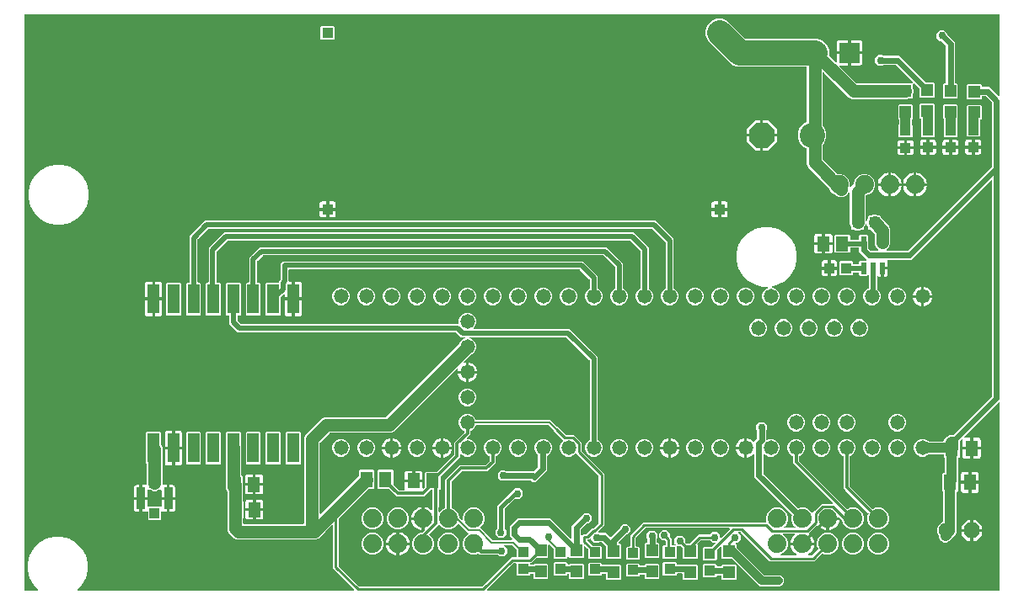
<source format=gbr>
G04 EAGLE Gerber RS-274X export*
G75*
%MOMM*%
%FSLAX34Y34*%
%LPD*%
%INTop Copper*%
%IPPOS*%
%AMOC8*
5,1,8,0,0,1.08239X$1,22.5*%
G01*
%ADD10C,1.879600*%
%ADD11C,1.473200*%
%ADD12R,1.200000X3.000000*%
%ADD13R,1.108000X1.108000*%
%ADD14R,0.850000X2.200000*%
%ADD15R,1.000000X1.050000*%
%ADD16R,1.300000X1.600000*%
%ADD17R,1.300000X1.500000*%
%ADD18R,1.200000X1.200000*%
%ADD19R,1.100000X1.000000*%
%ADD20R,0.550000X1.200000*%
%ADD21R,1.000000X1.100000*%
%ADD22P,1.704548X8X22.500000*%
%ADD23C,1.574800*%
%ADD24R,2.032000X2.032000*%
%ADD25C,2.032000*%
%ADD26C,2.540000*%
%ADD27P,2.749271X8X202.500000*%
%ADD28C,0.304800*%
%ADD29C,0.756400*%
%ADD30C,0.254000*%
%ADD31C,0.609600*%
%ADD32C,0.152400*%
%ADD33C,0.200000*%
%ADD34C,0.406400*%
%ADD35C,1.270000*%
%ADD36C,2.540000*%
%ADD37C,0.508000*%
%ADD38C,0.812800*%
%ADD39C,1.016000*%

G36*
X23158Y10172D02*
X23158Y10172D01*
X23230Y10174D01*
X23279Y10192D01*
X23331Y10200D01*
X23394Y10234D01*
X23461Y10259D01*
X23502Y10291D01*
X23548Y10316D01*
X23597Y10368D01*
X23653Y10412D01*
X23681Y10456D01*
X23717Y10494D01*
X23747Y10559D01*
X23786Y10619D01*
X23799Y10670D01*
X23821Y10717D01*
X23829Y10788D01*
X23846Y10858D01*
X23842Y10910D01*
X23848Y10961D01*
X23833Y11032D01*
X23827Y11103D01*
X23807Y11151D01*
X23796Y11202D01*
X23759Y11263D01*
X23731Y11329D01*
X23686Y11385D01*
X23670Y11413D01*
X23652Y11428D01*
X23626Y11460D01*
X19383Y15703D01*
X15412Y22581D01*
X13357Y30252D01*
X13357Y38193D01*
X15412Y45864D01*
X19383Y52742D01*
X24998Y58357D01*
X31876Y62328D01*
X39547Y64383D01*
X47488Y64383D01*
X55159Y62328D01*
X62037Y58357D01*
X67652Y52742D01*
X71623Y45864D01*
X73678Y38193D01*
X73678Y30252D01*
X71623Y22581D01*
X67652Y15703D01*
X63409Y11460D01*
X63367Y11402D01*
X63318Y11350D01*
X63296Y11303D01*
X63265Y11261D01*
X63244Y11192D01*
X63214Y11127D01*
X63208Y11075D01*
X63193Y11025D01*
X63195Y10954D01*
X63187Y10883D01*
X63198Y10832D01*
X63199Y10780D01*
X63224Y10712D01*
X63239Y10642D01*
X63266Y10597D01*
X63284Y10549D01*
X63329Y10493D01*
X63365Y10431D01*
X63405Y10397D01*
X63438Y10357D01*
X63498Y10318D01*
X63552Y10271D01*
X63601Y10252D01*
X63644Y10224D01*
X63714Y10206D01*
X63781Y10179D01*
X63852Y10171D01*
X63883Y10163D01*
X63906Y10165D01*
X63947Y10161D01*
X340665Y10161D01*
X340736Y10172D01*
X340808Y10174D01*
X340857Y10192D01*
X340908Y10200D01*
X340971Y10234D01*
X341039Y10259D01*
X341079Y10291D01*
X341125Y10316D01*
X341175Y10368D01*
X341231Y10412D01*
X341259Y10456D01*
X341295Y10494D01*
X341325Y10559D01*
X341364Y10619D01*
X341376Y10670D01*
X341398Y10717D01*
X341406Y10788D01*
X341424Y10858D01*
X341420Y10910D01*
X341425Y10961D01*
X341410Y11032D01*
X341405Y11103D01*
X341384Y11151D01*
X341373Y11202D01*
X341336Y11263D01*
X341308Y11329D01*
X341263Y11385D01*
X341247Y11413D01*
X341229Y11428D01*
X341203Y11460D01*
X320039Y32624D01*
X320039Y75265D01*
X320028Y75336D01*
X320026Y75407D01*
X320008Y75456D01*
X320000Y75508D01*
X319966Y75571D01*
X319941Y75638D01*
X319909Y75679D01*
X319884Y75725D01*
X319833Y75774D01*
X319788Y75830D01*
X319744Y75859D01*
X319706Y75894D01*
X319641Y75925D01*
X319581Y75963D01*
X319530Y75976D01*
X319483Y75998D01*
X319412Y76006D01*
X319342Y76023D01*
X319290Y76019D01*
X319239Y76025D01*
X319168Y76010D01*
X319097Y76004D01*
X319049Y75984D01*
X318998Y75973D01*
X318937Y75936D01*
X318871Y75908D01*
X318815Y75863D01*
X318787Y75847D01*
X318772Y75829D01*
X318740Y75803D01*
X312548Y69611D01*
X310119Y67182D01*
X307925Y64988D01*
X305603Y62666D01*
X302708Y61467D01*
X223732Y61467D01*
X220837Y62666D01*
X215218Y68285D01*
X214019Y71180D01*
X214019Y108497D01*
X214005Y108587D01*
X213997Y108678D01*
X213985Y108708D01*
X213980Y108740D01*
X213937Y108821D01*
X213901Y108904D01*
X213875Y108937D01*
X213869Y108948D01*
X213869Y109995D01*
X213855Y110085D01*
X213847Y110176D01*
X213835Y110206D01*
X213830Y110238D01*
X213787Y110318D01*
X213751Y110402D01*
X213725Y110434D01*
X213714Y110455D01*
X213691Y110477D01*
X213646Y110533D01*
X213382Y110797D01*
X212183Y113692D01*
X212183Y155166D01*
X212475Y155871D01*
X212490Y155935D01*
X212515Y155996D01*
X212524Y156079D01*
X212531Y156111D01*
X212530Y156130D01*
X212533Y156163D01*
X212533Y169232D01*
X213426Y170125D01*
X226690Y170125D01*
X227583Y169232D01*
X227583Y156163D01*
X227593Y156098D01*
X227594Y156033D01*
X227617Y155952D01*
X227622Y155920D01*
X227632Y155903D01*
X227641Y155871D01*
X227933Y155166D01*
X227933Y126880D01*
X227936Y126860D01*
X227934Y126841D01*
X227956Y126739D01*
X227972Y126637D01*
X227982Y126620D01*
X227986Y126600D01*
X228039Y126511D01*
X228088Y126420D01*
X228102Y126406D01*
X228112Y126389D01*
X228191Y126322D01*
X228266Y126250D01*
X228284Y126242D01*
X228299Y126229D01*
X228395Y126190D01*
X228489Y126147D01*
X228509Y126145D01*
X228527Y126137D01*
X228694Y126119D01*
X229026Y126119D01*
X229919Y125226D01*
X229919Y108938D01*
X229879Y108892D01*
X229867Y108862D01*
X229848Y108836D01*
X229821Y108749D01*
X229787Y108664D01*
X229783Y108623D01*
X229776Y108601D01*
X229777Y108568D01*
X229769Y108497D01*
X229769Y100545D01*
X229783Y100455D01*
X229791Y100364D01*
X229803Y100334D01*
X229808Y100302D01*
X229851Y100221D01*
X229887Y100138D01*
X229913Y100105D01*
X229924Y100085D01*
X229947Y100063D01*
X229992Y100007D01*
X230173Y99826D01*
X230173Y83562D01*
X229992Y83381D01*
X229939Y83307D01*
X229879Y83238D01*
X229867Y83208D01*
X229848Y83182D01*
X229821Y83095D01*
X229787Y83010D01*
X229783Y82969D01*
X229776Y82947D01*
X229777Y82914D01*
X229769Y82843D01*
X229769Y77978D01*
X229772Y77958D01*
X229770Y77939D01*
X229792Y77837D01*
X229808Y77735D01*
X229818Y77718D01*
X229822Y77698D01*
X229875Y77609D01*
X229924Y77518D01*
X229938Y77504D01*
X229948Y77487D01*
X230027Y77420D01*
X230102Y77348D01*
X230120Y77340D01*
X230135Y77327D01*
X230231Y77288D01*
X230325Y77245D01*
X230345Y77243D01*
X230363Y77235D01*
X230530Y77217D01*
X290322Y77217D01*
X290342Y77220D01*
X290361Y77218D01*
X290463Y77240D01*
X290565Y77256D01*
X290582Y77266D01*
X290602Y77270D01*
X290691Y77323D01*
X290782Y77372D01*
X290796Y77386D01*
X290813Y77396D01*
X290880Y77475D01*
X290952Y77550D01*
X290960Y77568D01*
X290973Y77583D01*
X291012Y77679D01*
X291055Y77773D01*
X291057Y77793D01*
X291065Y77811D01*
X291083Y77978D01*
X291083Y163618D01*
X292282Y166513D01*
X309229Y183460D01*
X312124Y184659D01*
X373105Y184659D01*
X373195Y184673D01*
X373286Y184681D01*
X373316Y184693D01*
X373348Y184698D01*
X373428Y184741D01*
X373512Y184777D01*
X373544Y184803D01*
X373565Y184814D01*
X373587Y184837D01*
X373643Y184882D01*
X446508Y257746D01*
X446546Y257799D01*
X446592Y257846D01*
X446632Y257919D01*
X446651Y257946D01*
X446657Y257965D01*
X446673Y257993D01*
X447631Y260306D01*
X450132Y262807D01*
X452313Y263711D01*
X452396Y263762D01*
X452482Y263808D01*
X452500Y263827D01*
X452522Y263840D01*
X452584Y263915D01*
X452651Y263986D01*
X452662Y264010D01*
X452679Y264030D01*
X452714Y264121D01*
X452755Y264209D01*
X452758Y264235D01*
X452767Y264259D01*
X452771Y264357D01*
X452782Y264453D01*
X452776Y264479D01*
X452778Y264505D01*
X452750Y264599D01*
X452730Y264694D01*
X452716Y264716D01*
X452709Y264741D01*
X452654Y264821D01*
X452604Y264905D01*
X452584Y264922D01*
X452569Y264943D01*
X452491Y265002D01*
X452417Y265065D01*
X452392Y265075D01*
X452371Y265090D01*
X452279Y265120D01*
X452189Y265157D01*
X452156Y265160D01*
X452138Y265166D01*
X452105Y265166D01*
X452022Y265175D01*
X448750Y265175D01*
X443893Y270032D01*
X443819Y270085D01*
X443749Y270145D01*
X443719Y270157D01*
X443693Y270176D01*
X443606Y270203D01*
X443521Y270237D01*
X443480Y270241D01*
X443458Y270248D01*
X443426Y270247D01*
X443355Y270255D01*
X224376Y270255D01*
X215993Y278638D01*
X215993Y286314D01*
X215990Y286334D01*
X215992Y286353D01*
X215970Y286455D01*
X215954Y286557D01*
X215944Y286574D01*
X215940Y286594D01*
X215887Y286683D01*
X215838Y286774D01*
X215824Y286788D01*
X215814Y286805D01*
X215735Y286872D01*
X215660Y286944D01*
X215642Y286952D01*
X215627Y286965D01*
X215531Y287004D01*
X215437Y287047D01*
X215417Y287049D01*
X215399Y287057D01*
X215232Y287075D01*
X213426Y287075D01*
X212533Y287968D01*
X212533Y319232D01*
X213426Y320125D01*
X226690Y320125D01*
X227583Y319232D01*
X227583Y287968D01*
X226690Y287075D01*
X224884Y287075D01*
X224864Y287072D01*
X224845Y287074D01*
X224743Y287052D01*
X224641Y287036D01*
X224624Y287026D01*
X224604Y287022D01*
X224515Y286969D01*
X224424Y286920D01*
X224410Y286906D01*
X224393Y286896D01*
X224326Y286817D01*
X224254Y286742D01*
X224246Y286724D01*
X224233Y286709D01*
X224194Y286613D01*
X224151Y286519D01*
X224149Y286499D01*
X224141Y286481D01*
X224123Y286314D01*
X224123Y282321D01*
X224137Y282231D01*
X224145Y282140D01*
X224157Y282110D01*
X224162Y282078D01*
X224205Y281998D01*
X224241Y281914D01*
X224267Y281882D01*
X224278Y281861D01*
X224301Y281839D01*
X224346Y281783D01*
X227521Y278608D01*
X227595Y278555D01*
X227664Y278495D01*
X227694Y278483D01*
X227720Y278464D01*
X227807Y278437D01*
X227892Y278403D01*
X227933Y278399D01*
X227956Y278392D01*
X227988Y278393D01*
X228059Y278385D01*
X445516Y278385D01*
X445536Y278388D01*
X445555Y278386D01*
X445657Y278408D01*
X445759Y278424D01*
X445776Y278434D01*
X445796Y278438D01*
X445885Y278491D01*
X445976Y278540D01*
X445990Y278554D01*
X446007Y278564D01*
X446074Y278643D01*
X446146Y278718D01*
X446154Y278736D01*
X446167Y278751D01*
X446206Y278847D01*
X446249Y278941D01*
X446251Y278961D01*
X446259Y278979D01*
X446277Y279146D01*
X446277Y282438D01*
X447631Y285706D01*
X450132Y288207D01*
X453400Y289561D01*
X456936Y289561D01*
X460204Y288207D01*
X462705Y285706D01*
X464059Y282438D01*
X464059Y278902D01*
X462705Y275634D01*
X461676Y274604D01*
X461634Y274546D01*
X461584Y274494D01*
X461562Y274447D01*
X461532Y274405D01*
X461511Y274336D01*
X461481Y274271D01*
X461475Y274219D01*
X461460Y274169D01*
X461462Y274098D01*
X461454Y274027D01*
X461465Y273976D01*
X461466Y273924D01*
X461491Y273856D01*
X461506Y273786D01*
X461533Y273741D01*
X461551Y273693D01*
X461595Y273637D01*
X461632Y273575D01*
X461672Y273541D01*
X461704Y273501D01*
X461765Y273462D01*
X461819Y273415D01*
X461867Y273396D01*
X461911Y273368D01*
X461981Y273350D01*
X462047Y273323D01*
X462118Y273315D01*
X462150Y273307D01*
X462173Y273309D01*
X462214Y273305D01*
X557944Y273305D01*
X586233Y245016D01*
X586233Y162118D01*
X586252Y162003D01*
X586269Y161887D01*
X586271Y161882D01*
X586272Y161875D01*
X586327Y161773D01*
X586380Y161668D01*
X586385Y161664D01*
X586388Y161658D01*
X586472Y161578D01*
X586556Y161496D01*
X586562Y161492D01*
X586566Y161489D01*
X586583Y161481D01*
X586703Y161415D01*
X587204Y161207D01*
X589705Y158706D01*
X591059Y155438D01*
X591059Y151902D01*
X589705Y148634D01*
X587204Y146133D01*
X583936Y144779D01*
X580400Y144779D01*
X577132Y146133D01*
X574631Y148634D01*
X573277Y151902D01*
X573277Y155438D01*
X574631Y158706D01*
X577132Y161207D01*
X577633Y161415D01*
X577733Y161476D01*
X577833Y161536D01*
X577837Y161541D01*
X577842Y161545D01*
X577917Y161635D01*
X577993Y161723D01*
X577995Y161729D01*
X577999Y161734D01*
X578041Y161842D01*
X578085Y161952D01*
X578086Y161959D01*
X578087Y161964D01*
X578088Y161982D01*
X578103Y162118D01*
X578103Y241333D01*
X578089Y241423D01*
X578081Y241514D01*
X578069Y241544D01*
X578064Y241576D01*
X578021Y241656D01*
X577985Y241740D01*
X577959Y241772D01*
X577948Y241793D01*
X577925Y241815D01*
X577880Y241871D01*
X554799Y264952D01*
X554725Y265005D01*
X554656Y265065D01*
X554626Y265077D01*
X554600Y265096D01*
X554513Y265123D01*
X554428Y265157D01*
X554387Y265161D01*
X554364Y265168D01*
X554332Y265167D01*
X554261Y265175D01*
X458314Y265175D01*
X458218Y265160D01*
X458121Y265150D01*
X458097Y265140D01*
X458071Y265136D01*
X457985Y265090D01*
X457896Y265050D01*
X457877Y265033D01*
X457854Y265020D01*
X457787Y264950D01*
X457715Y264884D01*
X457703Y264861D01*
X457685Y264842D01*
X457644Y264754D01*
X457597Y264668D01*
X457592Y264643D01*
X457581Y264619D01*
X457570Y264522D01*
X457553Y264426D01*
X457557Y264400D01*
X457554Y264375D01*
X457575Y264279D01*
X457589Y264183D01*
X457601Y264160D01*
X457606Y264134D01*
X457656Y264051D01*
X457700Y263964D01*
X457719Y263945D01*
X457732Y263923D01*
X457806Y263860D01*
X457876Y263792D01*
X457905Y263776D01*
X457919Y263763D01*
X457950Y263751D01*
X458023Y263711D01*
X460204Y262807D01*
X462705Y260306D01*
X464059Y257038D01*
X464059Y253502D01*
X462705Y250234D01*
X460204Y247733D01*
X457891Y246775D01*
X457835Y246740D01*
X457775Y246715D01*
X457710Y246663D01*
X457682Y246645D01*
X457670Y246630D01*
X457644Y246610D01*
X451712Y240677D01*
X451672Y240622D01*
X451625Y240573D01*
X451601Y240523D01*
X451568Y240477D01*
X451548Y240413D01*
X451519Y240351D01*
X451512Y240296D01*
X451496Y240242D01*
X451498Y240174D01*
X451489Y240107D01*
X451501Y240052D01*
X451502Y239996D01*
X451525Y239933D01*
X451539Y239866D01*
X451567Y239818D01*
X451587Y239765D01*
X451629Y239712D01*
X451663Y239654D01*
X451705Y239617D01*
X451740Y239573D01*
X451797Y239537D01*
X451848Y239492D01*
X451900Y239471D01*
X451947Y239440D01*
X452013Y239424D01*
X452076Y239398D01*
X452131Y239394D01*
X452186Y239380D01*
X452253Y239386D01*
X452321Y239381D01*
X452398Y239397D01*
X452431Y239399D01*
X452450Y239408D01*
X452485Y239415D01*
X452848Y239533D01*
X453645Y239659D01*
X453645Y231393D01*
X445379Y231393D01*
X445505Y232190D01*
X445623Y232553D01*
X445633Y232620D01*
X445653Y232685D01*
X445652Y232741D01*
X445660Y232796D01*
X445649Y232863D01*
X445647Y232930D01*
X445628Y232983D01*
X445618Y233038D01*
X445586Y233098D01*
X445563Y233161D01*
X445528Y233205D01*
X445501Y233254D01*
X445451Y233301D01*
X445409Y233354D01*
X445362Y233384D01*
X445321Y233422D01*
X445259Y233450D01*
X445202Y233487D01*
X445148Y233500D01*
X445097Y233523D01*
X445029Y233530D01*
X444963Y233547D01*
X444908Y233542D01*
X444852Y233548D01*
X444786Y233533D01*
X444718Y233527D01*
X444667Y233506D01*
X444612Y233493D01*
X444554Y233458D01*
X444492Y233431D01*
X444430Y233382D01*
X444402Y233365D01*
X444389Y233349D01*
X444361Y233326D01*
X381143Y170108D01*
X378248Y168909D01*
X317267Y168909D01*
X317177Y168895D01*
X317086Y168887D01*
X317056Y168875D01*
X317024Y168870D01*
X316944Y168827D01*
X316860Y168791D01*
X316828Y168765D01*
X316807Y168754D01*
X316785Y168731D01*
X316729Y168686D01*
X307056Y159013D01*
X307003Y158939D01*
X306943Y158870D01*
X306931Y158840D01*
X306912Y158813D01*
X306885Y158726D01*
X306851Y158642D01*
X306847Y158601D01*
X306840Y158578D01*
X306841Y158546D01*
X306833Y158475D01*
X306833Y88007D01*
X306844Y87936D01*
X306846Y87865D01*
X306864Y87816D01*
X306872Y87764D01*
X306906Y87701D01*
X306931Y87634D01*
X306963Y87593D01*
X306988Y87547D01*
X307040Y87498D01*
X307084Y87442D01*
X307128Y87413D01*
X307166Y87378D01*
X307231Y87347D01*
X307291Y87309D01*
X307342Y87296D01*
X307389Y87274D01*
X307460Y87266D01*
X307530Y87249D01*
X307582Y87253D01*
X307633Y87247D01*
X307704Y87262D01*
X307775Y87268D01*
X307823Y87288D01*
X307874Y87299D01*
X307935Y87336D01*
X308001Y87364D01*
X308057Y87409D01*
X308085Y87425D01*
X308100Y87443D01*
X308132Y87469D01*
X345726Y125063D01*
X345779Y125137D01*
X345839Y125206D01*
X345851Y125236D01*
X345870Y125263D01*
X345897Y125350D01*
X345931Y125434D01*
X345935Y125475D01*
X345942Y125498D01*
X345941Y125530D01*
X345949Y125601D01*
X345949Y130806D01*
X346842Y131699D01*
X361106Y131699D01*
X361999Y130806D01*
X361999Y113542D01*
X361106Y112649D01*
X355901Y112649D01*
X355811Y112635D01*
X355720Y112627D01*
X355690Y112615D01*
X355658Y112610D01*
X355578Y112567D01*
X355494Y112531D01*
X355462Y112505D01*
X355441Y112494D01*
X355419Y112471D01*
X355363Y112426D01*
X325852Y82915D01*
X325799Y82841D01*
X325739Y82772D01*
X325727Y82742D01*
X325708Y82715D01*
X325681Y82628D01*
X325647Y82544D01*
X325643Y82503D01*
X325636Y82480D01*
X325637Y82448D01*
X325629Y82377D01*
X325629Y35255D01*
X325630Y35246D01*
X325630Y35243D01*
X325634Y35224D01*
X325643Y35165D01*
X325651Y35074D01*
X325663Y35044D01*
X325668Y35012D01*
X325711Y34932D01*
X325747Y34848D01*
X325773Y34816D01*
X325784Y34795D01*
X325807Y34773D01*
X325852Y34717D01*
X346121Y14448D01*
X346195Y14395D01*
X346264Y14335D01*
X346294Y14323D01*
X346320Y14304D01*
X346407Y14277D01*
X346492Y14243D01*
X346533Y14239D01*
X346555Y14232D01*
X346588Y14233D01*
X346659Y14225D01*
X469697Y14225D01*
X469787Y14239D01*
X469878Y14247D01*
X469908Y14259D01*
X469940Y14264D01*
X470020Y14307D01*
X470104Y14343D01*
X470136Y14369D01*
X470157Y14380D01*
X470179Y14403D01*
X470235Y14448D01*
X497678Y41891D01*
X499538Y43751D01*
X503516Y43751D01*
X503536Y43754D01*
X503555Y43752D01*
X503657Y43774D01*
X503759Y43790D01*
X503776Y43800D01*
X503796Y43804D01*
X503885Y43857D01*
X503976Y43906D01*
X503990Y43920D01*
X504007Y43930D01*
X504074Y44009D01*
X504146Y44084D01*
X504154Y44102D01*
X504167Y44117D01*
X504206Y44213D01*
X504249Y44307D01*
X504251Y44327D01*
X504259Y44345D01*
X504277Y44512D01*
X504277Y51399D01*
X504263Y51489D01*
X504255Y51580D01*
X504243Y51610D01*
X504238Y51642D01*
X504195Y51722D01*
X504159Y51806D01*
X504133Y51838D01*
X504122Y51859D01*
X504099Y51881D01*
X504054Y51937D01*
X500065Y55926D01*
X499991Y55979D01*
X499922Y56039D01*
X499892Y56051D01*
X499865Y56070D01*
X499778Y56097D01*
X499694Y56131D01*
X499653Y56135D01*
X499630Y56142D01*
X499598Y56141D01*
X499527Y56149D01*
X492689Y56149D01*
X492619Y56138D01*
X492547Y56136D01*
X492498Y56118D01*
X492447Y56110D01*
X492383Y56076D01*
X492316Y56051D01*
X492275Y56019D01*
X492229Y55994D01*
X492180Y55942D01*
X492124Y55898D01*
X492096Y55854D01*
X492060Y55816D01*
X492030Y55751D01*
X491991Y55691D01*
X491978Y55640D01*
X491956Y55593D01*
X491948Y55522D01*
X491931Y55452D01*
X491935Y55400D01*
X491929Y55349D01*
X491944Y55278D01*
X491950Y55207D01*
X491970Y55159D01*
X491981Y55108D01*
X492018Y55047D01*
X492046Y54981D01*
X492091Y54925D01*
X492108Y54897D01*
X492125Y54882D01*
X492151Y54850D01*
X495019Y51982D01*
X495019Y47586D01*
X491910Y44477D01*
X487514Y44477D01*
X485987Y46004D01*
X485913Y46057D01*
X485843Y46117D01*
X485813Y46129D01*
X485787Y46148D01*
X485700Y46175D01*
X485615Y46209D01*
X485574Y46213D01*
X485552Y46220D01*
X485520Y46219D01*
X485449Y46227D01*
X467411Y46227D01*
X466681Y46957D01*
X466586Y47026D01*
X466492Y47095D01*
X466486Y47097D01*
X466481Y47101D01*
X466369Y47135D01*
X466258Y47171D01*
X466252Y47171D01*
X466246Y47173D01*
X466129Y47170D01*
X466012Y47169D01*
X466005Y47167D01*
X466000Y47167D01*
X465983Y47160D01*
X465851Y47122D01*
X463691Y46227D01*
X459345Y46227D01*
X455331Y47890D01*
X452258Y50963D01*
X450595Y54977D01*
X450595Y59323D01*
X452258Y63337D01*
X455331Y66410D01*
X455883Y66639D01*
X455966Y66690D01*
X456052Y66736D01*
X456070Y66755D01*
X456092Y66768D01*
X456154Y66843D01*
X456222Y66914D01*
X456233Y66938D01*
X456249Y66958D01*
X456284Y67049D01*
X456325Y67137D01*
X456328Y67163D01*
X456337Y67187D01*
X456342Y67285D01*
X456352Y67381D01*
X456347Y67407D01*
X456348Y67433D01*
X456321Y67527D01*
X456300Y67622D01*
X456287Y67644D01*
X456279Y67669D01*
X456224Y67749D01*
X456174Y67833D01*
X456154Y67850D01*
X456139Y67871D01*
X456061Y67929D01*
X455987Y67993D01*
X455963Y68003D01*
X455942Y68018D01*
X455849Y68048D01*
X455759Y68085D01*
X455726Y68088D01*
X455708Y68094D01*
X455675Y68094D01*
X455592Y68103D01*
X455534Y68103D01*
X446739Y76898D01*
X446702Y76925D01*
X446671Y76959D01*
X446602Y76996D01*
X446539Y77042D01*
X446495Y77055D01*
X446455Y77077D01*
X446378Y77091D01*
X446304Y77114D01*
X446258Y77113D01*
X446213Y77121D01*
X446136Y77110D01*
X446058Y77108D01*
X446015Y77092D01*
X445970Y77085D01*
X445900Y77050D01*
X445827Y77023D01*
X445791Y76995D01*
X445750Y76974D01*
X445696Y76918D01*
X445635Y76870D01*
X445610Y76831D01*
X445578Y76798D01*
X445512Y76679D01*
X445502Y76663D01*
X445501Y76658D01*
X445497Y76651D01*
X445378Y76363D01*
X442305Y73290D01*
X438291Y71627D01*
X433945Y71627D01*
X429931Y73290D01*
X427189Y76032D01*
X427173Y76043D01*
X427161Y76059D01*
X427073Y76115D01*
X426989Y76175D01*
X426970Y76181D01*
X426954Y76192D01*
X426853Y76217D01*
X426754Y76248D01*
X426734Y76247D01*
X426715Y76252D01*
X426612Y76244D01*
X426508Y76241D01*
X426490Y76234D01*
X426470Y76233D01*
X426375Y76192D01*
X426277Y76157D01*
X426262Y76144D01*
X426244Y76137D01*
X426113Y76032D01*
X424204Y74123D01*
X417236Y67155D01*
X417225Y67139D01*
X417209Y67127D01*
X417153Y67039D01*
X417093Y66956D01*
X417087Y66937D01*
X417076Y66920D01*
X417051Y66819D01*
X417020Y66721D01*
X417021Y66701D01*
X417016Y66681D01*
X417024Y66578D01*
X417027Y66475D01*
X417034Y66456D01*
X417035Y66436D01*
X417075Y66341D01*
X417111Y66244D01*
X417124Y66228D01*
X417131Y66210D01*
X417236Y66079D01*
X419978Y63337D01*
X421641Y59323D01*
X421641Y54977D01*
X419978Y50963D01*
X416905Y47890D01*
X412891Y46227D01*
X408545Y46227D01*
X404531Y47890D01*
X401458Y50963D01*
X399795Y54977D01*
X399795Y59323D01*
X401458Y63337D01*
X404531Y66410D01*
X408545Y68073D01*
X409215Y68073D01*
X409305Y68087D01*
X409396Y68095D01*
X409426Y68107D01*
X409458Y68112D01*
X409539Y68155D01*
X409622Y68191D01*
X409655Y68217D01*
X409675Y68228D01*
X409697Y68251D01*
X409753Y68296D01*
X412018Y70560D01*
X412066Y70627D01*
X412071Y70633D01*
X412073Y70637D01*
X412131Y70704D01*
X412143Y70734D01*
X412162Y70760D01*
X412189Y70847D01*
X412223Y70932D01*
X412227Y70973D01*
X412234Y70995D01*
X412233Y71027D01*
X412241Y71099D01*
X412241Y81788D01*
X412238Y81808D01*
X412240Y81827D01*
X412218Y81929D01*
X412201Y82031D01*
X412192Y82048D01*
X412188Y82068D01*
X412135Y82157D01*
X412086Y82248D01*
X412072Y82262D01*
X412062Y82279D01*
X411983Y82346D01*
X411908Y82417D01*
X411890Y82426D01*
X411875Y82439D01*
X411779Y82477D01*
X411685Y82521D01*
X411665Y82523D01*
X411647Y82531D01*
X411480Y82549D01*
X410717Y82549D01*
X410717Y82551D01*
X411480Y82551D01*
X411500Y82554D01*
X411519Y82552D01*
X411621Y82574D01*
X411723Y82591D01*
X411740Y82600D01*
X411760Y82604D01*
X411849Y82657D01*
X411940Y82706D01*
X411954Y82720D01*
X411971Y82730D01*
X412038Y82809D01*
X412109Y82884D01*
X412118Y82902D01*
X412131Y82917D01*
X412170Y83013D01*
X412213Y83107D01*
X412215Y83127D01*
X412223Y83145D01*
X412241Y83312D01*
X412241Y94396D01*
X413514Y94195D01*
X415301Y93614D01*
X416975Y92761D01*
X418496Y91656D01*
X418816Y91336D01*
X418874Y91294D01*
X418926Y91245D01*
X418973Y91223D01*
X419015Y91193D01*
X419084Y91172D01*
X419149Y91141D01*
X419201Y91136D01*
X419251Y91120D01*
X419322Y91122D01*
X419393Y91114D01*
X419444Y91125D01*
X419496Y91127D01*
X419564Y91151D01*
X419634Y91166D01*
X419679Y91193D01*
X419727Y91211D01*
X419783Y91256D01*
X419845Y91293D01*
X419879Y91332D01*
X419919Y91365D01*
X419958Y91425D01*
X420005Y91480D01*
X420024Y91528D01*
X420052Y91572D01*
X420070Y91641D01*
X420097Y91708D01*
X420105Y91779D01*
X420113Y91810D01*
X420111Y91834D01*
X420115Y91874D01*
X420115Y96259D01*
X420146Y96290D01*
X420199Y96364D01*
X420259Y96433D01*
X420271Y96463D01*
X420290Y96490D01*
X420317Y96577D01*
X420351Y96661D01*
X420355Y96702D01*
X420362Y96725D01*
X420361Y96757D01*
X420369Y96828D01*
X420369Y110864D01*
X420366Y110884D01*
X420368Y110903D01*
X420346Y111005D01*
X420330Y111107D01*
X420320Y111124D01*
X420316Y111144D01*
X420263Y111233D01*
X420214Y111324D01*
X420200Y111338D01*
X420190Y111355D01*
X420111Y111422D01*
X420036Y111494D01*
X420018Y111502D01*
X420003Y111515D01*
X419907Y111554D01*
X419813Y111597D01*
X419793Y111599D01*
X419775Y111607D01*
X419608Y111625D01*
X419020Y111625D01*
X418930Y111611D01*
X418839Y111603D01*
X418809Y111591D01*
X418777Y111586D01*
X418697Y111543D01*
X418613Y111507D01*
X418581Y111481D01*
X418560Y111470D01*
X418538Y111447D01*
X418482Y111402D01*
X411981Y104901D01*
X384055Y104901D01*
X376530Y112426D01*
X376456Y112479D01*
X376387Y112539D01*
X376357Y112551D01*
X376330Y112570D01*
X376243Y112597D01*
X376159Y112631D01*
X376118Y112635D01*
X376095Y112642D01*
X376063Y112641D01*
X375992Y112649D01*
X365842Y112649D01*
X364949Y113542D01*
X364949Y130806D01*
X365842Y131699D01*
X380106Y131699D01*
X380999Y130806D01*
X380999Y116896D01*
X381013Y116806D01*
X381021Y116715D01*
X381033Y116685D01*
X381038Y116653D01*
X381081Y116573D01*
X381117Y116489D01*
X381143Y116457D01*
X381154Y116436D01*
X381177Y116414D01*
X381222Y116358D01*
X386358Y111222D01*
X386432Y111169D01*
X386501Y111109D01*
X386531Y111097D01*
X386558Y111078D01*
X386645Y111051D01*
X386729Y111017D01*
X386770Y111013D01*
X386793Y111006D01*
X386825Y111007D01*
X386896Y110999D01*
X391708Y110999D01*
X391802Y111014D01*
X391897Y111023D01*
X391923Y111034D01*
X391951Y111038D01*
X392035Y111083D01*
X392122Y111121D01*
X392143Y111140D01*
X392168Y111154D01*
X392234Y111223D01*
X392304Y111287D01*
X392318Y111311D01*
X392337Y111332D01*
X392378Y111419D01*
X392424Y111502D01*
X392429Y111529D01*
X392441Y111555D01*
X392451Y111650D01*
X392469Y111744D01*
X392465Y111771D01*
X392468Y111799D01*
X392448Y111893D01*
X392434Y111987D01*
X392420Y112019D01*
X392416Y112040D01*
X392399Y112068D01*
X392367Y112141D01*
X392350Y112169D01*
X392177Y112816D01*
X392177Y119127D01*
X400456Y119127D01*
X400476Y119130D01*
X400495Y119128D01*
X400597Y119150D01*
X400699Y119167D01*
X400716Y119176D01*
X400736Y119180D01*
X400825Y119233D01*
X400916Y119282D01*
X400930Y119296D01*
X400947Y119306D01*
X401014Y119385D01*
X401085Y119460D01*
X401094Y119478D01*
X401107Y119493D01*
X401146Y119589D01*
X401189Y119683D01*
X401191Y119703D01*
X401199Y119721D01*
X401217Y119888D01*
X401217Y120651D01*
X401219Y120651D01*
X401219Y119888D01*
X401222Y119868D01*
X401220Y119849D01*
X401242Y119747D01*
X401259Y119645D01*
X401268Y119628D01*
X401272Y119608D01*
X401325Y119519D01*
X401374Y119428D01*
X401388Y119414D01*
X401398Y119397D01*
X401477Y119330D01*
X401552Y119259D01*
X401570Y119250D01*
X401585Y119237D01*
X401681Y119198D01*
X401775Y119155D01*
X401795Y119153D01*
X401813Y119145D01*
X401980Y119127D01*
X410259Y119127D01*
X410259Y113640D01*
X410270Y113569D01*
X410272Y113498D01*
X410290Y113449D01*
X410298Y113397D01*
X410332Y113334D01*
X410357Y113267D01*
X410389Y113226D01*
X410414Y113180D01*
X410465Y113131D01*
X410510Y113075D01*
X410554Y113046D01*
X410592Y113011D01*
X410657Y112980D01*
X410717Y112942D01*
X410768Y112929D01*
X410815Y112907D01*
X410886Y112899D01*
X410956Y112882D01*
X411008Y112886D01*
X411059Y112880D01*
X411130Y112895D01*
X411201Y112901D01*
X411249Y112921D01*
X411300Y112932D01*
X411361Y112969D01*
X411427Y112997D01*
X411483Y113042D01*
X411511Y113058D01*
X411526Y113076D01*
X411558Y113102D01*
X411970Y113514D01*
X412023Y113588D01*
X412083Y113657D01*
X412095Y113687D01*
X412114Y113714D01*
X412141Y113801D01*
X412175Y113885D01*
X412179Y113926D01*
X412186Y113949D01*
X412185Y113981D01*
X412193Y114052D01*
X412193Y128782D01*
X413086Y129675D01*
X424616Y129675D01*
X424706Y129689D01*
X424797Y129697D01*
X424827Y129709D01*
X424859Y129714D01*
X424939Y129757D01*
X425023Y129793D01*
X425055Y129819D01*
X425076Y129830D01*
X425078Y129832D01*
X425099Y129853D01*
X425154Y129898D01*
X441482Y146226D01*
X441535Y146300D01*
X441595Y146369D01*
X441607Y146399D01*
X441626Y146426D01*
X441653Y146513D01*
X441687Y146597D01*
X441691Y146638D01*
X441698Y146661D01*
X441697Y146693D01*
X441705Y146764D01*
X441705Y159246D01*
X451896Y169438D01*
X451949Y169511D01*
X452009Y169581D01*
X452021Y169611D01*
X452040Y169637D01*
X452067Y169724D01*
X452101Y169809D01*
X452105Y169850D01*
X452112Y169872D01*
X452111Y169905D01*
X452119Y169976D01*
X452119Y170201D01*
X452100Y170316D01*
X452083Y170432D01*
X452081Y170437D01*
X452080Y170444D01*
X452025Y170546D01*
X451972Y170651D01*
X451967Y170656D01*
X451964Y170661D01*
X451880Y170741D01*
X451796Y170823D01*
X451790Y170827D01*
X451786Y170830D01*
X451769Y170838D01*
X451649Y170904D01*
X450132Y171533D01*
X447631Y174034D01*
X446277Y177302D01*
X446277Y180838D01*
X447631Y184106D01*
X450132Y186607D01*
X453400Y187961D01*
X456936Y187961D01*
X460204Y186607D01*
X462705Y184106D01*
X463551Y182065D01*
X463612Y181965D01*
X463672Y181865D01*
X463677Y181861D01*
X463680Y181856D01*
X463770Y181781D01*
X463859Y181705D01*
X463865Y181703D01*
X463870Y181699D01*
X463978Y181657D01*
X464087Y181613D01*
X464095Y181612D01*
X464100Y181611D01*
X464118Y181610D01*
X464254Y181595D01*
X538764Y181595D01*
X545129Y175230D01*
X545203Y175177D01*
X545272Y175117D01*
X545302Y175105D01*
X545329Y175086D01*
X545416Y175059D01*
X545500Y175025D01*
X545541Y175021D01*
X545564Y175014D01*
X545596Y175015D01*
X545667Y175007D01*
X545734Y175007D01*
X553893Y166848D01*
X553967Y166795D01*
X554036Y166735D01*
X554066Y166723D01*
X554092Y166704D01*
X554179Y166677D01*
X554264Y166643D01*
X554305Y166639D01*
X554327Y166632D01*
X554360Y166633D01*
X554431Y166625D01*
X562134Y166625D01*
X569723Y159036D01*
X569723Y151333D01*
X569737Y151243D01*
X569745Y151152D01*
X569757Y151122D01*
X569762Y151090D01*
X569805Y151010D01*
X569841Y150926D01*
X569867Y150894D01*
X569878Y150873D01*
X569901Y150851D01*
X569946Y150795D01*
X592583Y128158D01*
X592583Y76058D01*
X586631Y70106D01*
X586589Y70048D01*
X586539Y69996D01*
X586517Y69949D01*
X586487Y69907D01*
X586466Y69838D01*
X586436Y69773D01*
X586430Y69721D01*
X586415Y69671D01*
X586417Y69600D01*
X586409Y69529D01*
X586420Y69478D01*
X586421Y69426D01*
X586446Y69358D01*
X586461Y69288D01*
X586488Y69243D01*
X586506Y69195D01*
X586550Y69139D01*
X586587Y69077D01*
X586627Y69043D01*
X586659Y69003D01*
X586720Y68964D01*
X586774Y68917D01*
X586810Y68902D01*
X587417Y68296D01*
X587491Y68243D01*
X587561Y68183D01*
X587591Y68171D01*
X587617Y68152D01*
X587704Y68125D01*
X587789Y68091D01*
X587830Y68087D01*
X587852Y68080D01*
X587884Y68081D01*
X587955Y68073D01*
X594222Y68073D01*
X598267Y64028D01*
X598283Y64016D01*
X598295Y64001D01*
X598383Y63945D01*
X598466Y63885D01*
X598485Y63879D01*
X598502Y63868D01*
X598603Y63843D01*
X598702Y63812D01*
X598721Y63813D01*
X598741Y63808D01*
X598844Y63816D01*
X598947Y63819D01*
X598966Y63825D01*
X598986Y63827D01*
X599081Y63867D01*
X599178Y63903D01*
X599194Y63916D01*
X599212Y63923D01*
X599343Y64028D01*
X608261Y72946D01*
X608314Y73020D01*
X608374Y73090D01*
X608386Y73120D01*
X608405Y73146D01*
X608432Y73233D01*
X608466Y73318D01*
X608470Y73359D01*
X608477Y73381D01*
X608476Y73413D01*
X608484Y73484D01*
X608484Y73953D01*
X611593Y77062D01*
X615989Y77062D01*
X619098Y73953D01*
X619098Y69557D01*
X615989Y66448D01*
X615012Y66448D01*
X614922Y66434D01*
X614831Y66426D01*
X614802Y66414D01*
X614770Y66409D01*
X614689Y66366D01*
X614605Y66330D01*
X614573Y66304D01*
X614552Y66293D01*
X614530Y66270D01*
X614474Y66225D01*
X607030Y58781D01*
X606977Y58707D01*
X606917Y58637D01*
X606905Y58607D01*
X606886Y58581D01*
X606859Y58494D01*
X606825Y58409D01*
X606821Y58368D01*
X606814Y58346D01*
X606815Y58314D01*
X606807Y58243D01*
X606807Y58156D01*
X606810Y58136D01*
X606808Y58117D01*
X606830Y58015D01*
X606846Y57913D01*
X606856Y57896D01*
X606860Y57876D01*
X606913Y57787D01*
X606962Y57696D01*
X606976Y57682D01*
X606986Y57665D01*
X607065Y57598D01*
X607140Y57526D01*
X607158Y57518D01*
X607173Y57505D01*
X607269Y57466D01*
X607363Y57423D01*
X607383Y57421D01*
X607401Y57413D01*
X607568Y57395D01*
X608866Y57395D01*
X609759Y56502D01*
X609759Y43238D01*
X608866Y42345D01*
X595602Y42345D01*
X594709Y43238D01*
X594709Y54337D01*
X594708Y54347D01*
X594708Y54353D01*
X594702Y54383D01*
X594695Y54427D01*
X594687Y54518D01*
X594675Y54547D01*
X594670Y54579D01*
X594627Y54660D01*
X594591Y54744D01*
X594565Y54776D01*
X594554Y54797D01*
X594531Y54819D01*
X594486Y54875D01*
X590657Y58704D01*
X590583Y58757D01*
X590513Y58817D01*
X590483Y58829D01*
X590457Y58848D01*
X590370Y58875D01*
X590285Y58909D01*
X590244Y58913D01*
X590222Y58920D01*
X590190Y58919D01*
X590119Y58927D01*
X587955Y58927D01*
X587865Y58913D01*
X587774Y58905D01*
X587745Y58893D01*
X587713Y58888D01*
X587632Y58845D01*
X587548Y58809D01*
X587516Y58783D01*
X587495Y58772D01*
X587473Y58749D01*
X587417Y58704D01*
X586906Y58193D01*
X582510Y58193D01*
X579401Y61302D01*
X579401Y61703D01*
X579390Y61774D01*
X579388Y61845D01*
X579370Y61894D01*
X579362Y61946D01*
X579328Y62009D01*
X579303Y62076D01*
X579271Y62117D01*
X579246Y62163D01*
X579194Y62212D01*
X579150Y62268D01*
X579106Y62297D01*
X579068Y62332D01*
X579003Y62363D01*
X578943Y62401D01*
X578892Y62414D01*
X578845Y62436D01*
X578774Y62444D01*
X578704Y62462D01*
X578652Y62457D01*
X578601Y62463D01*
X578530Y62448D01*
X578459Y62442D01*
X578411Y62422D01*
X578360Y62411D01*
X578299Y62374D01*
X578233Y62346D01*
X578177Y62301D01*
X578149Y62285D01*
X578134Y62267D01*
X578102Y62241D01*
X577328Y61467D01*
X576511Y61467D01*
X576440Y61456D01*
X576368Y61454D01*
X576319Y61436D01*
X576268Y61428D01*
X576205Y61394D01*
X576137Y61369D01*
X576097Y61337D01*
X576051Y61312D01*
X576001Y61260D01*
X575945Y61216D01*
X575917Y61172D01*
X575881Y61134D01*
X575851Y61069D01*
X575812Y61009D01*
X575800Y60958D01*
X575778Y60911D01*
X575770Y60840D01*
X575752Y60770D01*
X575756Y60718D01*
X575751Y60667D01*
X575766Y60596D01*
X575771Y60525D01*
X575792Y60477D01*
X575803Y60426D01*
X575840Y60365D01*
X575868Y60299D01*
X575913Y60243D01*
X575929Y60215D01*
X575947Y60200D01*
X575973Y60168D01*
X580643Y55498D01*
X580717Y55445D01*
X580786Y55385D01*
X580816Y55373D01*
X580842Y55354D01*
X580930Y55327D01*
X581014Y55293D01*
X581055Y55289D01*
X581077Y55282D01*
X581110Y55283D01*
X581181Y55275D01*
X589570Y55275D01*
X590463Y54382D01*
X590463Y43118D01*
X589570Y42225D01*
X577306Y42225D01*
X576413Y43118D01*
X576413Y51507D01*
X576399Y51597D01*
X576391Y51688D01*
X576379Y51718D01*
X576374Y51750D01*
X576331Y51830D01*
X576295Y51914D01*
X576269Y51947D01*
X576258Y51967D01*
X576235Y51989D01*
X576190Y52045D01*
X573466Y54769D01*
X573408Y54811D01*
X573356Y54861D01*
X573309Y54883D01*
X573267Y54913D01*
X573198Y54934D01*
X573133Y54964D01*
X573081Y54970D01*
X573031Y54985D01*
X572960Y54983D01*
X572889Y54991D01*
X572838Y54980D01*
X572786Y54979D01*
X572718Y54954D01*
X572648Y54939D01*
X572603Y54912D01*
X572555Y54894D01*
X572499Y54850D01*
X572437Y54813D01*
X572403Y54773D01*
X572363Y54741D01*
X572324Y54680D01*
X572277Y54626D01*
X572258Y54578D01*
X572230Y54534D01*
X572212Y54464D01*
X572185Y54398D01*
X572177Y54326D01*
X572169Y54295D01*
X572171Y54272D01*
X572167Y54231D01*
X572167Y43746D01*
X571274Y42853D01*
X558010Y42853D01*
X556964Y43899D01*
X556906Y43941D01*
X556854Y43991D01*
X556807Y44013D01*
X556765Y44043D01*
X556696Y44064D01*
X556631Y44094D01*
X556579Y44100D01*
X556529Y44115D01*
X556458Y44113D01*
X556387Y44121D01*
X556336Y44110D01*
X556284Y44109D01*
X556216Y44084D01*
X556146Y44069D01*
X556101Y44042D01*
X556053Y44025D01*
X555997Y43980D01*
X555935Y43943D01*
X555901Y43903D01*
X555861Y43871D01*
X555822Y43811D01*
X555775Y43756D01*
X555756Y43708D01*
X555728Y43664D01*
X555710Y43594D01*
X555683Y43528D01*
X555675Y43457D01*
X555667Y43425D01*
X555669Y43402D01*
X555666Y43374D01*
X554772Y42479D01*
X542508Y42479D01*
X541615Y43372D01*
X541615Y52143D01*
X541601Y52233D01*
X541593Y52324D01*
X541581Y52354D01*
X541576Y52386D01*
X541533Y52466D01*
X541497Y52550D01*
X541471Y52582D01*
X541460Y52603D01*
X541437Y52625D01*
X541392Y52681D01*
X537652Y56421D01*
X537594Y56463D01*
X537542Y56512D01*
X537495Y56534D01*
X537453Y56565D01*
X537384Y56586D01*
X537319Y56616D01*
X537267Y56622D01*
X537217Y56637D01*
X537146Y56635D01*
X537075Y56643D01*
X537024Y56632D01*
X536972Y56631D01*
X536904Y56606D01*
X536834Y56591D01*
X536789Y56564D01*
X536741Y56546D01*
X536685Y56501D01*
X536623Y56465D01*
X536589Y56425D01*
X536549Y56393D01*
X536510Y56332D01*
X536463Y56278D01*
X536444Y56229D01*
X536416Y56186D01*
X536398Y56116D01*
X536371Y56050D01*
X536363Y55978D01*
X536355Y55947D01*
X536357Y55924D01*
X536353Y55883D01*
X536353Y44000D01*
X535460Y43107D01*
X524378Y43107D01*
X524288Y43093D01*
X524197Y43085D01*
X524167Y43073D01*
X524135Y43068D01*
X524055Y43025D01*
X523971Y42989D01*
X523939Y42963D01*
X523918Y42952D01*
X523896Y42929D01*
X523840Y42884D01*
X520977Y40021D01*
X519117Y38161D01*
X519088Y38161D01*
X519068Y38158D01*
X519049Y38160D01*
X518947Y38138D01*
X518845Y38122D01*
X518828Y38112D01*
X518808Y38108D01*
X518719Y38055D01*
X518628Y38006D01*
X518614Y37992D01*
X518597Y37982D01*
X518530Y37903D01*
X518458Y37828D01*
X518450Y37810D01*
X518437Y37795D01*
X518398Y37699D01*
X518355Y37605D01*
X518353Y37585D01*
X518345Y37567D01*
X518327Y37400D01*
X518327Y37084D01*
X518330Y37064D01*
X518328Y37045D01*
X518350Y36943D01*
X518366Y36841D01*
X518376Y36824D01*
X518380Y36804D01*
X518433Y36715D01*
X518482Y36624D01*
X518496Y36610D01*
X518506Y36593D01*
X518585Y36526D01*
X518660Y36454D01*
X518678Y36446D01*
X518693Y36433D01*
X518789Y36394D01*
X518883Y36351D01*
X518903Y36349D01*
X518921Y36341D01*
X519088Y36323D01*
X521047Y36323D01*
X521137Y36337D01*
X521228Y36345D01*
X521258Y36357D01*
X521290Y36362D01*
X521371Y36405D01*
X521454Y36441D01*
X521487Y36467D01*
X521507Y36478D01*
X521529Y36501D01*
X521585Y36546D01*
X522196Y37157D01*
X535460Y37157D01*
X536353Y36264D01*
X536353Y23000D01*
X535460Y22107D01*
X522196Y22107D01*
X521303Y23000D01*
X521303Y26416D01*
X521300Y26436D01*
X521302Y26455D01*
X521280Y26557D01*
X521264Y26659D01*
X521254Y26676D01*
X521250Y26696D01*
X521197Y26785D01*
X521148Y26876D01*
X521134Y26890D01*
X521124Y26907D01*
X521045Y26974D01*
X520970Y27046D01*
X520952Y27054D01*
X520937Y27067D01*
X520841Y27106D01*
X520747Y27149D01*
X520727Y27151D01*
X520709Y27159D01*
X520542Y27177D01*
X519088Y27177D01*
X519068Y27174D01*
X519049Y27176D01*
X518947Y27154D01*
X518845Y27138D01*
X518828Y27128D01*
X518808Y27124D01*
X518719Y27071D01*
X518628Y27022D01*
X518614Y27008D01*
X518597Y26998D01*
X518530Y26919D01*
X518458Y26844D01*
X518450Y26826D01*
X518437Y26811D01*
X518398Y26715D01*
X518355Y26621D01*
X518353Y26601D01*
X518345Y26583D01*
X518327Y26416D01*
X518327Y26118D01*
X517434Y25225D01*
X505170Y25225D01*
X504277Y26118D01*
X504277Y37400D01*
X504274Y37420D01*
X504276Y37439D01*
X504254Y37541D01*
X504238Y37643D01*
X504228Y37660D01*
X504224Y37680D01*
X504171Y37769D01*
X504122Y37860D01*
X504108Y37874D01*
X504098Y37891D01*
X504019Y37958D01*
X503944Y38030D01*
X503926Y38038D01*
X503911Y38051D01*
X503815Y38090D01*
X503721Y38133D01*
X503701Y38135D01*
X503683Y38143D01*
X503516Y38161D01*
X502169Y38161D01*
X502079Y38147D01*
X501988Y38139D01*
X501958Y38127D01*
X501926Y38122D01*
X501845Y38079D01*
X501762Y38043D01*
X501729Y38017D01*
X501709Y38006D01*
X501687Y37983D01*
X501631Y37938D01*
X475153Y11460D01*
X475111Y11402D01*
X475061Y11350D01*
X475039Y11303D01*
X475009Y11261D01*
X474988Y11192D01*
X474958Y11127D01*
X474952Y11075D01*
X474937Y11025D01*
X474939Y10954D01*
X474931Y10883D01*
X474942Y10832D01*
X474943Y10780D01*
X474968Y10712D01*
X474983Y10642D01*
X475010Y10598D01*
X475028Y10549D01*
X475072Y10493D01*
X475109Y10431D01*
X475149Y10397D01*
X475181Y10357D01*
X475242Y10318D01*
X475296Y10271D01*
X475344Y10252D01*
X475388Y10224D01*
X475458Y10206D01*
X475524Y10179D01*
X475596Y10171D01*
X475627Y10163D01*
X475650Y10165D01*
X475691Y10161D01*
X989078Y10161D01*
X989098Y10164D01*
X989117Y10162D01*
X989219Y10184D01*
X989321Y10200D01*
X989338Y10210D01*
X989358Y10214D01*
X989447Y10267D01*
X989538Y10316D01*
X989552Y10330D01*
X989569Y10340D01*
X989636Y10419D01*
X989708Y10494D01*
X989716Y10512D01*
X989729Y10527D01*
X989768Y10623D01*
X989811Y10717D01*
X989813Y10737D01*
X989821Y10755D01*
X989839Y10922D01*
X989839Y198707D01*
X989828Y198777D01*
X989826Y198849D01*
X989808Y198898D01*
X989800Y198949D01*
X989766Y199013D01*
X989741Y199080D01*
X989709Y199121D01*
X989684Y199167D01*
X989633Y199216D01*
X989588Y199272D01*
X989544Y199300D01*
X989506Y199336D01*
X989441Y199366D01*
X989381Y199405D01*
X989330Y199418D01*
X989283Y199440D01*
X989212Y199448D01*
X989142Y199465D01*
X989090Y199461D01*
X989039Y199467D01*
X988968Y199452D01*
X988897Y199446D01*
X988849Y199426D01*
X988798Y199415D01*
X988737Y199378D01*
X988671Y199350D01*
X988615Y199305D01*
X988587Y199288D01*
X988572Y199271D01*
X988540Y199245D01*
X954551Y165256D01*
X954509Y165198D01*
X954460Y165146D01*
X954438Y165099D01*
X954408Y165057D01*
X954386Y164988D01*
X954356Y164923D01*
X954350Y164871D01*
X954335Y164821D01*
X954337Y164750D01*
X954329Y164679D01*
X954340Y164628D01*
X954342Y164576D01*
X954366Y164508D01*
X954381Y164438D01*
X954408Y164394D01*
X954426Y164345D01*
X954471Y164289D01*
X954508Y164227D01*
X954547Y164193D01*
X954580Y164153D01*
X954640Y164114D01*
X954694Y164067D01*
X954743Y164048D01*
X954787Y164020D01*
X954856Y164002D01*
X954923Y163975D01*
X954994Y163967D01*
X955025Y163959D01*
X955048Y163961D01*
X955089Y163957D01*
X960215Y163957D01*
X960215Y154939D01*
X952697Y154939D01*
X952697Y161565D01*
X952686Y161635D01*
X952684Y161707D01*
X952666Y161756D01*
X952658Y161807D01*
X952624Y161871D01*
X952599Y161938D01*
X952567Y161979D01*
X952542Y162025D01*
X952490Y162074D01*
X952446Y162130D01*
X952402Y162158D01*
X952364Y162194D01*
X952299Y162224D01*
X952239Y162263D01*
X952188Y162276D01*
X952141Y162298D01*
X952070Y162306D01*
X952000Y162323D01*
X951948Y162319D01*
X951897Y162325D01*
X951826Y162310D01*
X951755Y162304D01*
X951707Y162284D01*
X951656Y162273D01*
X951595Y162236D01*
X951529Y162208D01*
X951473Y162163D01*
X951445Y162146D01*
X951430Y162129D01*
X951398Y162103D01*
X949986Y160691D01*
X949933Y160617D01*
X949873Y160547D01*
X949861Y160517D01*
X949842Y160491D01*
X949815Y160404D01*
X949781Y160319D01*
X949777Y160278D01*
X949770Y160256D01*
X949771Y160224D01*
X949763Y160153D01*
X949763Y144784D01*
X948805Y143826D01*
X948735Y143785D01*
X948644Y143736D01*
X948630Y143722D01*
X948613Y143712D01*
X948546Y143633D01*
X948474Y143558D01*
X948466Y143540D01*
X948453Y143525D01*
X948414Y143429D01*
X948371Y143335D01*
X948369Y143315D01*
X948361Y143297D01*
X948343Y143130D01*
X948343Y119590D01*
X948043Y118866D01*
X948028Y118802D01*
X948003Y118741D01*
X947994Y118658D01*
X947987Y118626D01*
X947988Y118607D01*
X947985Y118575D01*
X947985Y110494D01*
X947027Y109536D01*
X946957Y109495D01*
X946866Y109446D01*
X946852Y109432D01*
X946835Y109422D01*
X946768Y109343D01*
X946696Y109268D01*
X946688Y109250D01*
X946675Y109235D01*
X946636Y109139D01*
X946593Y109045D01*
X946591Y109025D01*
X946583Y109007D01*
X946565Y108840D01*
X946565Y68442D01*
X945559Y66015D01*
X939223Y59679D01*
X936796Y58673D01*
X934168Y58673D01*
X931741Y59679D01*
X929883Y61537D01*
X928877Y63964D01*
X928877Y64626D01*
X928863Y64716D01*
X928855Y64807D01*
X928843Y64836D01*
X928838Y64868D01*
X928795Y64949D01*
X928759Y65033D01*
X928733Y65065D01*
X928722Y65086D01*
X928699Y65108D01*
X928654Y65164D01*
X928530Y65288D01*
X927099Y68742D01*
X927099Y72482D01*
X928530Y75936D01*
X931174Y78580D01*
X932885Y79289D01*
X932985Y79350D01*
X933085Y79410D01*
X933089Y79415D01*
X933094Y79418D01*
X933169Y79508D01*
X933245Y79597D01*
X933247Y79603D01*
X933251Y79608D01*
X933293Y79716D01*
X933337Y79825D01*
X933338Y79833D01*
X933339Y79837D01*
X933340Y79856D01*
X933355Y79992D01*
X933355Y108840D01*
X933352Y108860D01*
X933354Y108879D01*
X933332Y108981D01*
X933316Y109083D01*
X933306Y109100D01*
X933302Y109120D01*
X933249Y109209D01*
X933200Y109300D01*
X933186Y109314D01*
X933176Y109331D01*
X933097Y109398D01*
X933022Y109470D01*
X933004Y109478D01*
X932989Y109491D01*
X932905Y109525D01*
X931935Y110494D01*
X931935Y127758D01*
X932828Y128651D01*
X934372Y128651D01*
X934392Y128654D01*
X934411Y128652D01*
X934513Y128674D01*
X934615Y128690D01*
X934632Y128700D01*
X934652Y128704D01*
X934741Y128757D01*
X934832Y128806D01*
X934846Y128820D01*
X934863Y128830D01*
X934930Y128909D01*
X935002Y128984D01*
X935010Y129002D01*
X935023Y129017D01*
X935062Y129113D01*
X935105Y129207D01*
X935107Y129227D01*
X935115Y129245D01*
X935133Y129412D01*
X935133Y143130D01*
X935130Y143150D01*
X935132Y143169D01*
X935110Y143271D01*
X935094Y143373D01*
X935084Y143390D01*
X935080Y143410D01*
X935027Y143499D01*
X934978Y143590D01*
X934964Y143604D01*
X934954Y143621D01*
X934875Y143688D01*
X934800Y143760D01*
X934782Y143768D01*
X934767Y143781D01*
X934683Y143815D01*
X933713Y144784D01*
X933713Y146304D01*
X933710Y146324D01*
X933712Y146343D01*
X933690Y146445D01*
X933674Y146547D01*
X933664Y146564D01*
X933660Y146584D01*
X933607Y146673D01*
X933558Y146764D01*
X933544Y146778D01*
X933534Y146795D01*
X933455Y146862D01*
X933380Y146934D01*
X933362Y146942D01*
X933347Y146955D01*
X933251Y146994D01*
X933157Y147037D01*
X933137Y147039D01*
X933119Y147047D01*
X932952Y147065D01*
X918652Y147065D01*
X918562Y147051D01*
X918471Y147043D01*
X918441Y147031D01*
X918409Y147026D01*
X918329Y146983D01*
X918245Y146947D01*
X918213Y146921D01*
X918192Y146910D01*
X918170Y146887D01*
X918114Y146842D01*
X917404Y146133D01*
X914136Y144779D01*
X910600Y144779D01*
X907332Y146133D01*
X904831Y148634D01*
X903477Y151902D01*
X903477Y155438D01*
X904831Y158706D01*
X907332Y161207D01*
X910600Y162561D01*
X914136Y162561D01*
X917404Y161207D01*
X918114Y160498D01*
X918188Y160445D01*
X918257Y160385D01*
X918287Y160373D01*
X918313Y160354D01*
X918400Y160327D01*
X918485Y160293D01*
X918526Y160289D01*
X918549Y160282D01*
X918581Y160283D01*
X918652Y160275D01*
X932952Y160275D01*
X932972Y160278D01*
X932991Y160276D01*
X933093Y160298D01*
X933195Y160314D01*
X933212Y160324D01*
X933232Y160328D01*
X933321Y160381D01*
X933412Y160430D01*
X933426Y160444D01*
X933443Y160454D01*
X933510Y160533D01*
X933582Y160608D01*
X933590Y160626D01*
X933603Y160641D01*
X933642Y160737D01*
X933685Y160831D01*
X933687Y160851D01*
X933695Y160869D01*
X933713Y161036D01*
X933713Y162048D01*
X934726Y163061D01*
X934756Y163085D01*
X934777Y163096D01*
X934799Y163119D01*
X934855Y163164D01*
X937023Y165332D01*
X939918Y166531D01*
X942577Y166531D01*
X942667Y166545D01*
X942758Y166553D01*
X942787Y166565D01*
X942819Y166570D01*
X942900Y166613D01*
X942984Y166649D01*
X943016Y166675D01*
X943037Y166686D01*
X943059Y166709D01*
X943115Y166754D01*
X981996Y205635D01*
X982049Y205709D01*
X982109Y205779D01*
X982121Y205809D01*
X982140Y205835D01*
X982167Y205922D01*
X982201Y206007D01*
X982205Y206048D01*
X982212Y206070D01*
X982211Y206102D01*
X982219Y206173D01*
X982219Y422479D01*
X982208Y422549D01*
X982206Y422621D01*
X982188Y422670D01*
X982180Y422721D01*
X982146Y422785D01*
X982121Y422852D01*
X982089Y422893D01*
X982064Y422939D01*
X982012Y422988D01*
X981968Y423044D01*
X981924Y423072D01*
X981886Y423108D01*
X981821Y423138D01*
X981761Y423177D01*
X981710Y423190D01*
X981663Y423212D01*
X981592Y423220D01*
X981522Y423237D01*
X981470Y423233D01*
X981419Y423239D01*
X981348Y423224D01*
X981277Y423218D01*
X981229Y423198D01*
X981178Y423187D01*
X981117Y423150D01*
X981051Y423122D01*
X980995Y423077D01*
X980967Y423060D01*
X980952Y423043D01*
X980920Y423017D01*
X903958Y346055D01*
X901056Y343153D01*
X877538Y343153D01*
X877444Y343138D01*
X877349Y343129D01*
X877323Y343118D01*
X877295Y343114D01*
X877211Y343069D01*
X877123Y343031D01*
X877102Y343012D01*
X877078Y342998D01*
X877012Y342929D01*
X876941Y342865D01*
X876928Y342841D01*
X876908Y342820D01*
X876868Y342734D01*
X876822Y342650D01*
X876816Y342623D01*
X876805Y342597D01*
X876794Y342502D01*
X876777Y342409D01*
X876781Y342381D01*
X876777Y342353D01*
X876798Y342259D01*
X876811Y342165D01*
X876825Y342133D01*
X876830Y342112D01*
X876847Y342084D01*
X876878Y342011D01*
X877202Y341452D01*
X877375Y340805D01*
X877375Y335845D01*
X872697Y335845D01*
X872678Y335842D01*
X872658Y335844D01*
X872556Y335822D01*
X872454Y335806D01*
X872437Y335796D01*
X872417Y335792D01*
X872328Y335739D01*
X872237Y335690D01*
X872223Y335676D01*
X872206Y335666D01*
X872139Y335587D01*
X872068Y335512D01*
X872059Y335494D01*
X872046Y335479D01*
X872008Y335383D01*
X871964Y335289D01*
X871962Y335269D01*
X871954Y335251D01*
X871936Y335084D01*
X871936Y334619D01*
X871471Y334619D01*
X871451Y334616D01*
X871431Y334618D01*
X871330Y334596D01*
X871228Y334579D01*
X871211Y334570D01*
X871191Y334566D01*
X871102Y334513D01*
X871011Y334464D01*
X870997Y334450D01*
X870980Y334440D01*
X870913Y334361D01*
X870841Y334286D01*
X870833Y334268D01*
X870820Y334253D01*
X870781Y334156D01*
X870738Y334063D01*
X870736Y334043D01*
X870728Y334025D01*
X870710Y333858D01*
X870710Y325930D01*
X869000Y325930D01*
X868353Y326103D01*
X867791Y326428D01*
X867701Y326462D01*
X867615Y326502D01*
X867587Y326505D01*
X867561Y326515D01*
X867465Y326519D01*
X867371Y326529D01*
X867343Y326523D01*
X867315Y326524D01*
X867223Y326497D01*
X867130Y326477D01*
X867106Y326463D01*
X867079Y326455D01*
X867001Y326400D01*
X866919Y326351D01*
X866901Y326329D01*
X866878Y326313D01*
X866821Y326236D01*
X866759Y326164D01*
X866749Y326138D01*
X866732Y326115D01*
X866703Y326024D01*
X866667Y325936D01*
X866663Y325901D01*
X866657Y325881D01*
X866657Y325848D01*
X866649Y325769D01*
X866649Y313878D01*
X866651Y313867D01*
X866650Y313860D01*
X866658Y313824D01*
X866663Y313788D01*
X866671Y313697D01*
X866683Y313667D01*
X866688Y313635D01*
X866731Y313555D01*
X866767Y313471D01*
X866793Y313439D01*
X866804Y313418D01*
X866827Y313396D01*
X866872Y313340D01*
X869105Y311106D01*
X870459Y307838D01*
X870459Y304302D01*
X869105Y301034D01*
X866604Y298533D01*
X863336Y297179D01*
X859800Y297179D01*
X856532Y298533D01*
X854031Y301034D01*
X852677Y304302D01*
X852677Y307838D01*
X854031Y311106D01*
X856532Y313607D01*
X858049Y314236D01*
X858149Y314297D01*
X858249Y314357D01*
X858253Y314362D01*
X858258Y314365D01*
X858332Y314455D01*
X858409Y314544D01*
X858411Y314550D01*
X858415Y314555D01*
X858457Y314663D01*
X858501Y314772D01*
X858502Y314780D01*
X858503Y314784D01*
X858504Y314803D01*
X858519Y314939D01*
X858519Y327162D01*
X858508Y327233D01*
X858506Y327305D01*
X858488Y327354D01*
X858480Y327405D01*
X858446Y327468D01*
X858421Y327536D01*
X858389Y327576D01*
X858364Y327622D01*
X858312Y327672D01*
X858268Y327728D01*
X858224Y327756D01*
X858186Y327792D01*
X858121Y327822D01*
X858061Y327861D01*
X858010Y327873D01*
X857963Y327895D01*
X857892Y327903D01*
X857822Y327921D01*
X857770Y327917D01*
X857719Y327922D01*
X857648Y327907D01*
X857577Y327902D01*
X857529Y327881D01*
X857478Y327870D01*
X857417Y327833D01*
X857351Y327805D01*
X857295Y327760D01*
X857267Y327744D01*
X857252Y327726D01*
X857220Y327700D01*
X856466Y326946D01*
X849702Y326946D01*
X848809Y327839D01*
X848809Y329692D01*
X848806Y329712D01*
X848808Y329731D01*
X848786Y329833D01*
X848770Y329935D01*
X848760Y329952D01*
X848756Y329972D01*
X848703Y330061D01*
X848654Y330152D01*
X848640Y330166D01*
X848630Y330183D01*
X848551Y330250D01*
X848476Y330322D01*
X848458Y330330D01*
X848443Y330343D01*
X848347Y330382D01*
X848253Y330425D01*
X848233Y330427D01*
X848215Y330435D01*
X848048Y330453D01*
X843064Y330453D01*
X843044Y330450D01*
X843025Y330452D01*
X842923Y330430D01*
X842821Y330414D01*
X842804Y330404D01*
X842784Y330400D01*
X842695Y330347D01*
X842604Y330298D01*
X842590Y330284D01*
X842573Y330274D01*
X842506Y330195D01*
X842434Y330120D01*
X842426Y330102D01*
X842413Y330087D01*
X842374Y329991D01*
X842331Y329897D01*
X842329Y329877D01*
X842321Y329859D01*
X842303Y329692D01*
X842303Y328386D01*
X841410Y327493D01*
X830146Y327493D01*
X829253Y328386D01*
X829253Y340650D01*
X830146Y341543D01*
X841410Y341543D01*
X842303Y340650D01*
X842303Y339344D01*
X842306Y339324D01*
X842304Y339305D01*
X842326Y339203D01*
X842342Y339101D01*
X842352Y339084D01*
X842356Y339064D01*
X842409Y338975D01*
X842458Y338884D01*
X842472Y338870D01*
X842482Y338853D01*
X842561Y338786D01*
X842636Y338714D01*
X842654Y338706D01*
X842669Y338693D01*
X842765Y338654D01*
X842859Y338611D01*
X842879Y338609D01*
X842897Y338601D01*
X843064Y338583D01*
X848048Y338583D01*
X848068Y338586D01*
X848087Y338584D01*
X848189Y338606D01*
X848291Y338622D01*
X848308Y338632D01*
X848328Y338636D01*
X848417Y338689D01*
X848508Y338738D01*
X848522Y338752D01*
X848539Y338762D01*
X848606Y338841D01*
X848678Y338916D01*
X848686Y338934D01*
X848699Y338949D01*
X848738Y339045D01*
X848781Y339139D01*
X848783Y339159D01*
X848791Y339177D01*
X848809Y339344D01*
X848809Y341103D01*
X849702Y341996D01*
X855692Y341996D01*
X855762Y342007D01*
X855834Y342009D01*
X855883Y342027D01*
X855934Y342035D01*
X855998Y342069D01*
X856065Y342094D01*
X856106Y342126D01*
X856152Y342151D01*
X856201Y342203D01*
X856257Y342247D01*
X856285Y342291D01*
X856321Y342329D01*
X856351Y342394D01*
X856390Y342454D01*
X856403Y342505D01*
X856425Y342552D01*
X856433Y342623D01*
X856450Y342693D01*
X856446Y342745D01*
X856452Y342796D01*
X856437Y342866D01*
X856431Y342938D01*
X856411Y342986D01*
X856400Y343037D01*
X856363Y343098D01*
X856335Y343164D01*
X856290Y343220D01*
X856273Y343248D01*
X856256Y343263D01*
X856230Y343295D01*
X851413Y348112D01*
X848511Y351014D01*
X848511Y354421D01*
X848508Y354440D01*
X848510Y354460D01*
X848488Y354561D01*
X848472Y354663D01*
X848462Y354681D01*
X848458Y354700D01*
X848405Y354789D01*
X848356Y354881D01*
X848342Y354894D01*
X848332Y354911D01*
X848253Y354979D01*
X848178Y355050D01*
X848160Y355058D01*
X848145Y355071D01*
X848049Y355110D01*
X847955Y355154D01*
X847935Y355156D01*
X847917Y355163D01*
X847750Y355182D01*
X840567Y355182D01*
X840547Y355179D01*
X840528Y355181D01*
X840426Y355159D01*
X840324Y355142D01*
X840307Y355133D01*
X840287Y355128D01*
X840198Y355075D01*
X840107Y355027D01*
X840093Y355013D01*
X840076Y355002D01*
X840009Y354924D01*
X839937Y354849D01*
X839929Y354831D01*
X839916Y354815D01*
X839877Y354719D01*
X839834Y354626D01*
X839832Y354606D01*
X839824Y354587D01*
X839806Y354421D01*
X839806Y351115D01*
X838913Y350222D01*
X824649Y350222D01*
X823756Y351115D01*
X823756Y367378D01*
X824649Y368271D01*
X838913Y368271D01*
X839806Y367378D01*
X839806Y364072D01*
X839809Y364053D01*
X839807Y364033D01*
X839829Y363932D01*
X839845Y363830D01*
X839855Y363812D01*
X839859Y363793D01*
X839912Y363704D01*
X839961Y363612D01*
X839975Y363599D01*
X839985Y363582D01*
X840064Y363514D01*
X840139Y363443D01*
X840157Y363435D01*
X840172Y363422D01*
X840268Y363383D01*
X840362Y363339D01*
X840382Y363337D01*
X840400Y363330D01*
X840567Y363311D01*
X848048Y363311D01*
X848068Y363314D01*
X848087Y363312D01*
X848189Y363334D01*
X848291Y363351D01*
X848308Y363360D01*
X848328Y363365D01*
X848417Y363418D01*
X848508Y363466D01*
X848522Y363480D01*
X848539Y363491D01*
X848606Y363569D01*
X848678Y363644D01*
X848686Y363662D01*
X848699Y363678D01*
X848738Y363774D01*
X848781Y363867D01*
X848783Y363887D01*
X848791Y363906D01*
X848809Y364072D01*
X848809Y367105D01*
X849702Y367998D01*
X856466Y367998D01*
X857359Y367105D01*
X857359Y362980D01*
X857373Y362890D01*
X857381Y362799D01*
X857393Y362770D01*
X857398Y362738D01*
X857441Y362657D01*
X857477Y362573D01*
X857503Y362541D01*
X857514Y362520D01*
X857537Y362498D01*
X857582Y362442D01*
X857657Y362367D01*
X857657Y355117D01*
X857671Y355027D01*
X857679Y354936D01*
X857691Y354907D01*
X857696Y354875D01*
X857739Y354794D01*
X857775Y354710D01*
X857801Y354678D01*
X857812Y354657D01*
X857835Y354635D01*
X857880Y354579D01*
X859937Y352522D01*
X860011Y352469D01*
X860081Y352409D01*
X860111Y352397D01*
X860137Y352378D01*
X860224Y352351D01*
X860309Y352317D01*
X860350Y352313D01*
X860372Y352306D01*
X860404Y352307D01*
X860475Y352299D01*
X867414Y352299D01*
X867510Y352314D01*
X867607Y352324D01*
X867631Y352334D01*
X867657Y352338D01*
X867742Y352384D01*
X867832Y352424D01*
X867851Y352441D01*
X867874Y352454D01*
X867941Y352524D01*
X868013Y352590D01*
X868025Y352613D01*
X868043Y352632D01*
X868084Y352720D01*
X868131Y352806D01*
X868136Y352831D01*
X868147Y352855D01*
X868158Y352952D01*
X868175Y353048D01*
X868171Y353074D01*
X868174Y353099D01*
X868153Y353195D01*
X868139Y353291D01*
X868127Y353314D01*
X868122Y353340D01*
X868072Y353424D01*
X868028Y353510D01*
X868009Y353529D01*
X867996Y353551D01*
X867921Y353614D01*
X867852Y353682D01*
X867824Y353698D01*
X867809Y353711D01*
X867778Y353723D01*
X867705Y353763D01*
X867623Y353797D01*
X865408Y356012D01*
X864209Y358907D01*
X864209Y368984D01*
X864195Y369074D01*
X864187Y369165D01*
X864175Y369195D01*
X864170Y369227D01*
X864127Y369307D01*
X864091Y369391D01*
X864065Y369423D01*
X864054Y369444D01*
X864031Y369466D01*
X863986Y369522D01*
X860264Y373244D01*
X860190Y373297D01*
X860121Y373357D01*
X860091Y373369D01*
X860064Y373388D01*
X859977Y373415D01*
X859893Y373449D01*
X859852Y373453D01*
X859829Y373460D01*
X859797Y373459D01*
X859726Y373467D01*
X858521Y373467D01*
X857628Y374360D01*
X857628Y375565D01*
X857625Y375583D01*
X857627Y375600D01*
X857612Y375668D01*
X857606Y375746D01*
X857594Y375776D01*
X857589Y375808D01*
X857578Y375828D01*
X857575Y375841D01*
X857544Y375892D01*
X857510Y375973D01*
X857492Y375994D01*
X856356Y378737D01*
X856318Y378798D01*
X856289Y378864D01*
X856254Y378902D01*
X856227Y378946D01*
X856171Y378992D01*
X856123Y379045D01*
X856077Y379070D01*
X856037Y379103D01*
X855970Y379129D01*
X855907Y379163D01*
X855856Y379173D01*
X855808Y379191D01*
X855736Y379194D01*
X855665Y379207D01*
X855614Y379200D01*
X855562Y379202D01*
X855493Y379182D01*
X855422Y379171D01*
X855376Y379148D01*
X855326Y379133D01*
X855267Y379092D01*
X855203Y379060D01*
X855166Y379023D01*
X855124Y378993D01*
X855081Y378935D01*
X855031Y378884D01*
X854996Y378821D01*
X854977Y378796D01*
X854970Y378773D01*
X854950Y378737D01*
X853813Y375992D01*
X853809Y375989D01*
X853805Y375980D01*
X853788Y375960D01*
X853776Y375930D01*
X853757Y375903D01*
X853732Y375823D01*
X853706Y375766D01*
X853704Y375752D01*
X853696Y375732D01*
X853692Y375691D01*
X853685Y375668D01*
X853686Y375636D01*
X853678Y375565D01*
X853678Y374360D01*
X852785Y373467D01*
X850923Y373467D01*
X850858Y373457D01*
X850793Y373456D01*
X850713Y373433D01*
X850680Y373428D01*
X850663Y373418D01*
X850632Y373409D01*
X848719Y372617D01*
X845587Y372617D01*
X843674Y373409D01*
X843611Y373424D01*
X843550Y373449D01*
X843467Y373458D01*
X843435Y373465D01*
X843416Y373464D01*
X843383Y373467D01*
X841521Y373467D01*
X840628Y374360D01*
X840628Y375565D01*
X840625Y375583D01*
X840627Y375600D01*
X840612Y375668D01*
X840606Y375746D01*
X840594Y375776D01*
X840589Y375808D01*
X840578Y375828D01*
X840575Y375841D01*
X840544Y375892D01*
X840510Y375972D01*
X840493Y375994D01*
X839278Y378926D01*
X839278Y410002D01*
X839263Y410098D01*
X839253Y410195D01*
X839243Y410219D01*
X839239Y410244D01*
X839193Y410330D01*
X839153Y410419D01*
X839136Y410439D01*
X839123Y410462D01*
X839053Y410529D01*
X838987Y410600D01*
X838964Y410613D01*
X838945Y410631D01*
X838857Y410672D01*
X838771Y410719D01*
X838746Y410724D01*
X838722Y410735D01*
X838625Y410745D01*
X838529Y410763D01*
X838503Y410759D01*
X838478Y410762D01*
X838382Y410741D01*
X838286Y410727D01*
X838263Y410715D01*
X838237Y410710D01*
X838154Y410660D01*
X838067Y410615D01*
X838048Y410597D01*
X838026Y410583D01*
X837963Y410509D01*
X837895Y410440D01*
X837879Y410411D01*
X837866Y410396D01*
X837854Y410366D01*
X837814Y410293D01*
X837510Y409559D01*
X835295Y407344D01*
X832400Y406145D01*
X829268Y406145D01*
X826373Y407344D01*
X825924Y407794D01*
X825871Y407832D01*
X825824Y407878D01*
X825751Y407918D01*
X825724Y407937D01*
X825706Y407943D01*
X825677Y407959D01*
X822361Y409332D01*
X819288Y412405D01*
X817915Y415721D01*
X817880Y415777D01*
X817854Y415837D01*
X817803Y415902D01*
X817785Y415930D01*
X817770Y415943D01*
X817750Y415968D01*
X797540Y436177D01*
X796341Y439072D01*
X796341Y454646D01*
X796322Y454760D01*
X796305Y454877D01*
X796303Y454882D01*
X796302Y454888D01*
X796247Y454991D01*
X796194Y455096D01*
X796189Y455100D01*
X796186Y455106D01*
X796102Y455186D01*
X796018Y455268D01*
X796012Y455272D01*
X796008Y455275D01*
X795991Y455283D01*
X795871Y455349D01*
X793525Y456321D01*
X789523Y460322D01*
X787358Y465551D01*
X787358Y471209D01*
X789523Y476438D01*
X793525Y480439D01*
X795871Y481411D01*
X795971Y481473D01*
X796071Y481533D01*
X796075Y481537D01*
X796080Y481541D01*
X796155Y481631D01*
X796231Y481720D01*
X796233Y481725D01*
X796237Y481730D01*
X796279Y481839D01*
X796323Y481948D01*
X796324Y481955D01*
X796325Y481960D01*
X796326Y481978D01*
X796341Y482114D01*
X796341Y536448D01*
X796338Y536468D01*
X796340Y536487D01*
X796318Y536589D01*
X796302Y536691D01*
X796292Y536708D01*
X796288Y536728D01*
X796235Y536817D01*
X796186Y536908D01*
X796172Y536922D01*
X796162Y536939D01*
X796083Y537006D01*
X796008Y537078D01*
X795990Y537086D01*
X795975Y537099D01*
X795879Y537138D01*
X795785Y537181D01*
X795765Y537183D01*
X795747Y537191D01*
X795580Y537209D01*
X725789Y537209D01*
X720561Y539375D01*
X696477Y563459D01*
X694311Y568687D01*
X694311Y574346D01*
X696477Y579574D01*
X700478Y583576D01*
X705707Y585741D01*
X711365Y585741D01*
X716594Y583576D01*
X734288Y565882D01*
X734362Y565829D01*
X734431Y565769D01*
X734461Y565757D01*
X734487Y565738D01*
X734574Y565711D01*
X734659Y565677D01*
X734700Y565673D01*
X734722Y565666D01*
X734755Y565667D01*
X734826Y565659D01*
X807045Y565659D01*
X812274Y563493D01*
X816275Y559492D01*
X818441Y554263D01*
X818441Y548661D01*
X818455Y548571D01*
X818463Y548480D01*
X818475Y548450D01*
X818480Y548418D01*
X818523Y548338D01*
X818559Y548254D01*
X818585Y548222D01*
X818596Y548201D01*
X818619Y548179D01*
X818664Y548123D01*
X825216Y541571D01*
X825274Y541529D01*
X825326Y541480D01*
X825373Y541458D01*
X825415Y541427D01*
X825484Y541406D01*
X825549Y541376D01*
X825601Y541370D01*
X825651Y541355D01*
X825722Y541357D01*
X825793Y541349D01*
X825844Y541360D01*
X825896Y541361D01*
X825964Y541386D01*
X826034Y541401D01*
X826079Y541428D01*
X826127Y541446D01*
X826183Y541491D01*
X826245Y541527D01*
X826279Y541567D01*
X826319Y541599D01*
X826358Y541660D01*
X826405Y541714D01*
X826424Y541763D01*
X826452Y541806D01*
X826470Y541876D01*
X826497Y541942D01*
X826505Y542014D01*
X826513Y542045D01*
X826511Y542068D01*
X826515Y542109D01*
X826515Y549911D01*
X837693Y549911D01*
X837693Y538733D01*
X829891Y538733D01*
X829820Y538722D01*
X829749Y538720D01*
X829700Y538702D01*
X829648Y538694D01*
X829585Y538660D01*
X829518Y538635D01*
X829477Y538603D01*
X829431Y538578D01*
X829382Y538526D01*
X829326Y538482D01*
X829297Y538438D01*
X829262Y538400D01*
X829231Y538335D01*
X829193Y538275D01*
X829180Y538224D01*
X829158Y538177D01*
X829150Y538106D01*
X829133Y538036D01*
X829137Y537984D01*
X829131Y537933D01*
X829146Y537862D01*
X829152Y537791D01*
X829172Y537743D01*
X829183Y537692D01*
X829220Y537631D01*
X829248Y537565D01*
X829293Y537509D01*
X829309Y537481D01*
X829327Y537466D01*
X829353Y537434D01*
X846117Y520670D01*
X846191Y520617D01*
X846260Y520557D01*
X846290Y520545D01*
X846317Y520526D01*
X846404Y520499D01*
X846488Y520465D01*
X846529Y520461D01*
X846552Y520454D01*
X846584Y520455D01*
X846655Y520447D01*
X892811Y520447D01*
X892876Y520457D01*
X892942Y520458D01*
X893022Y520481D01*
X893054Y520486D01*
X893071Y520496D01*
X893103Y520505D01*
X893784Y520787D01*
X896916Y520787D01*
X897621Y520495D01*
X897685Y520480D01*
X897746Y520455D01*
X897829Y520446D01*
X897861Y520439D01*
X897880Y520440D01*
X897913Y520437D01*
X902127Y520437D01*
X902197Y520448D01*
X902269Y520450D01*
X902318Y520468D01*
X902369Y520476D01*
X902433Y520510D01*
X902500Y520535D01*
X902541Y520567D01*
X902587Y520592D01*
X902636Y520644D01*
X902692Y520688D01*
X902720Y520732D01*
X902756Y520770D01*
X902786Y520835D01*
X902825Y520895D01*
X902838Y520946D01*
X902860Y520993D01*
X902868Y521064D01*
X902885Y521134D01*
X902881Y521186D01*
X902887Y521237D01*
X902872Y521308D01*
X902866Y521379D01*
X902846Y521427D01*
X902835Y521478D01*
X902798Y521539D01*
X902770Y521605D01*
X902725Y521661D01*
X902708Y521689D01*
X902691Y521704D01*
X902665Y521736D01*
X885383Y539018D01*
X885309Y539071D01*
X885239Y539131D01*
X885209Y539143D01*
X885183Y539162D01*
X885096Y539189D01*
X885011Y539223D01*
X884970Y539227D01*
X884948Y539234D01*
X884916Y539233D01*
X884845Y539241D01*
X873451Y539241D01*
X873361Y539227D01*
X873270Y539219D01*
X873241Y539207D01*
X873209Y539202D01*
X873128Y539159D01*
X873044Y539123D01*
X873012Y539097D01*
X872991Y539086D01*
X872981Y539075D01*
X872980Y539075D01*
X872967Y539061D01*
X872913Y539018D01*
X872402Y538507D01*
X868006Y538507D01*
X864897Y541616D01*
X864897Y546012D01*
X868006Y549121D01*
X872402Y549121D01*
X872913Y548610D01*
X872987Y548557D01*
X873057Y548497D01*
X873087Y548485D01*
X873113Y548466D01*
X873200Y548439D01*
X873285Y548405D01*
X873326Y548401D01*
X873348Y548394D01*
X873380Y548395D01*
X873451Y548387D01*
X888948Y548387D01*
X891850Y545485D01*
X915913Y521422D01*
X915987Y521369D01*
X916057Y521309D01*
X916087Y521297D01*
X916113Y521278D01*
X916200Y521251D01*
X916285Y521217D01*
X916326Y521213D01*
X916348Y521206D01*
X916380Y521207D01*
X916451Y521199D01*
X923826Y521199D01*
X924719Y520306D01*
X924719Y507042D01*
X923826Y506149D01*
X910562Y506149D01*
X909669Y507042D01*
X909669Y514417D01*
X909655Y514507D01*
X909647Y514598D01*
X909635Y514627D01*
X909630Y514659D01*
X909587Y514740D01*
X909551Y514824D01*
X909525Y514856D01*
X909514Y514877D01*
X909491Y514899D01*
X909446Y514955D01*
X904174Y520227D01*
X904116Y520269D01*
X904064Y520318D01*
X904017Y520340D01*
X903975Y520370D01*
X903906Y520392D01*
X903841Y520422D01*
X903789Y520428D01*
X903739Y520443D01*
X903668Y520441D01*
X903597Y520449D01*
X903546Y520438D01*
X903494Y520436D01*
X903426Y520412D01*
X903356Y520397D01*
X903312Y520370D01*
X903263Y520352D01*
X903207Y520307D01*
X903145Y520270D01*
X903111Y520231D01*
X903071Y520198D01*
X903032Y520138D01*
X902985Y520084D01*
X902966Y520035D01*
X902938Y519991D01*
X902920Y519922D01*
X902893Y519855D01*
X902885Y519784D01*
X902877Y519753D01*
X902879Y519730D01*
X902875Y519689D01*
X902875Y515475D01*
X902885Y515410D01*
X902886Y515345D01*
X902909Y515265D01*
X902914Y515232D01*
X902924Y515215D01*
X902933Y515183D01*
X903225Y514478D01*
X903225Y511346D01*
X902933Y510641D01*
X902918Y510577D01*
X902893Y510516D01*
X902884Y510433D01*
X902877Y510401D01*
X902878Y510382D01*
X902875Y510349D01*
X902875Y506280D01*
X901982Y505387D01*
X898394Y505387D01*
X898329Y505377D01*
X898263Y505376D01*
X898183Y505353D01*
X898151Y505348D01*
X898134Y505338D01*
X898102Y505329D01*
X896576Y504697D01*
X841512Y504697D01*
X838617Y505896D01*
X813390Y531123D01*
X813332Y531165D01*
X813280Y531214D01*
X813233Y531236D01*
X813191Y531267D01*
X813122Y531288D01*
X813057Y531318D01*
X813005Y531324D01*
X812955Y531339D01*
X812884Y531337D01*
X812813Y531345D01*
X812762Y531334D01*
X812710Y531333D01*
X812642Y531308D01*
X812572Y531293D01*
X812527Y531266D01*
X812479Y531248D01*
X812423Y531203D01*
X812361Y531167D01*
X812327Y531127D01*
X812287Y531095D01*
X812248Y531034D01*
X812201Y530980D01*
X812182Y530931D01*
X812154Y530888D01*
X812136Y530818D01*
X812109Y530752D01*
X812101Y530680D01*
X812093Y530649D01*
X812095Y530626D01*
X812091Y530585D01*
X812091Y478304D01*
X812092Y478295D01*
X812092Y478290D01*
X812097Y478267D01*
X812105Y478214D01*
X812113Y478123D01*
X812125Y478093D01*
X812130Y478061D01*
X812173Y477980D01*
X812209Y477897D01*
X812235Y477864D01*
X812246Y477844D01*
X812269Y477822D01*
X812314Y477766D01*
X813642Y476438D01*
X815807Y471209D01*
X815807Y465551D01*
X813642Y460322D01*
X812314Y458994D01*
X812261Y458920D01*
X812201Y458851D01*
X812189Y458821D01*
X812170Y458795D01*
X812143Y458708D01*
X812109Y458623D01*
X812105Y458582D01*
X812098Y458560D01*
X812099Y458527D01*
X812091Y458456D01*
X812091Y444215D01*
X812105Y444125D01*
X812113Y444034D01*
X812125Y444004D01*
X812130Y443972D01*
X812173Y443892D01*
X812209Y443808D01*
X812235Y443776D01*
X812246Y443755D01*
X812269Y443733D01*
X812314Y443677D01*
X826253Y429738D01*
X826327Y429685D01*
X826396Y429625D01*
X826426Y429613D01*
X826453Y429594D01*
X826540Y429567D01*
X826624Y429533D01*
X826665Y429529D01*
X826688Y429522D01*
X826720Y429523D01*
X826791Y429515D01*
X830721Y429515D01*
X834735Y427852D01*
X837808Y424779D01*
X839471Y420765D01*
X839471Y417089D01*
X839482Y417018D01*
X839484Y416947D01*
X839502Y416898D01*
X839510Y416846D01*
X839544Y416783D01*
X839569Y416716D01*
X839601Y416675D01*
X839626Y416629D01*
X839678Y416580D01*
X839722Y416524D01*
X839766Y416495D01*
X839804Y416460D01*
X839869Y416429D01*
X839929Y416391D01*
X839980Y416378D01*
X840027Y416356D01*
X840098Y416348D01*
X840168Y416331D01*
X840220Y416335D01*
X840271Y416329D01*
X840342Y416344D01*
X840413Y416350D01*
X840461Y416370D01*
X840512Y416381D01*
X840573Y416418D01*
X840639Y416446D01*
X840695Y416491D01*
X840723Y416507D01*
X840738Y416525D01*
X840770Y416551D01*
X842799Y418580D01*
X842802Y418583D01*
X842855Y418657D01*
X842915Y418726D01*
X842927Y418756D01*
X842946Y418783D01*
X842973Y418870D01*
X843007Y418954D01*
X843011Y418995D01*
X843018Y419018D01*
X843017Y419050D01*
X843025Y419121D01*
X843025Y420765D01*
X844688Y424779D01*
X847761Y427852D01*
X851775Y429515D01*
X856121Y429515D01*
X860135Y427852D01*
X863208Y424779D01*
X864871Y420765D01*
X864871Y416419D01*
X863208Y412405D01*
X860135Y409332D01*
X856121Y407669D01*
X855789Y407669D01*
X855769Y407666D01*
X855750Y407668D01*
X855648Y407646D01*
X855546Y407630D01*
X855529Y407620D01*
X855509Y407616D01*
X855420Y407563D01*
X855329Y407514D01*
X855315Y407500D01*
X855298Y407490D01*
X855231Y407411D01*
X855159Y407336D01*
X855151Y407318D01*
X855138Y407303D01*
X855099Y407207D01*
X855056Y407113D01*
X855054Y407093D01*
X855046Y407075D01*
X855028Y406908D01*
X855028Y382866D01*
X855043Y382770D01*
X855053Y382673D01*
X855063Y382649D01*
X855067Y382624D01*
X855113Y382538D01*
X855153Y382449D01*
X855170Y382429D01*
X855183Y382406D01*
X855253Y382339D01*
X855319Y382267D01*
X855342Y382255D01*
X855361Y382237D01*
X855449Y382196D01*
X855535Y382149D01*
X855560Y382144D01*
X855584Y382133D01*
X855681Y382123D01*
X855777Y382105D01*
X855803Y382109D01*
X855828Y382106D01*
X855924Y382127D01*
X856020Y382141D01*
X856043Y382153D01*
X856069Y382158D01*
X856152Y382208D01*
X856239Y382252D01*
X856258Y382271D01*
X856280Y382285D01*
X856343Y382358D01*
X856411Y382428D01*
X856427Y382457D01*
X856440Y382471D01*
X856452Y382502D01*
X856492Y382575D01*
X857496Y384999D01*
X857518Y385024D01*
X857530Y385054D01*
X857549Y385080D01*
X857576Y385167D01*
X857610Y385252D01*
X857614Y385293D01*
X857621Y385315D01*
X857620Y385347D01*
X857628Y385419D01*
X857628Y386624D01*
X858521Y387517D01*
X860383Y387517D01*
X860448Y387527D01*
X860513Y387528D01*
X860593Y387551D01*
X860626Y387556D01*
X860643Y387566D01*
X860674Y387575D01*
X862587Y388367D01*
X865719Y388367D01*
X867632Y387575D01*
X867695Y387560D01*
X867756Y387535D01*
X867839Y387526D01*
X867871Y387519D01*
X867890Y387520D01*
X867923Y387517D01*
X869785Y387517D01*
X870678Y386624D01*
X870678Y385419D01*
X870692Y385329D01*
X870700Y385238D01*
X870712Y385208D01*
X870717Y385176D01*
X870760Y385096D01*
X870796Y385012D01*
X870822Y384980D01*
X870833Y384959D01*
X870856Y384937D01*
X870901Y384881D01*
X878760Y377022D01*
X879959Y374127D01*
X879959Y358907D01*
X878760Y356012D01*
X876545Y353797D01*
X876463Y353763D01*
X876380Y353712D01*
X876294Y353666D01*
X876276Y353648D01*
X876254Y353634D01*
X876192Y353559D01*
X876125Y353488D01*
X876114Y353464D01*
X876097Y353444D01*
X876062Y353353D01*
X876021Y353265D01*
X876018Y353239D01*
X876009Y353215D01*
X876005Y353117D01*
X875994Y353021D01*
X876000Y352995D01*
X875998Y352969D01*
X876026Y352875D01*
X876046Y352780D01*
X876060Y352758D01*
X876067Y352733D01*
X876122Y352653D01*
X876172Y352569D01*
X876192Y352552D01*
X876207Y352531D01*
X876285Y352472D01*
X876359Y352409D01*
X876384Y352399D01*
X876405Y352384D01*
X876497Y352354D01*
X876588Y352317D01*
X876620Y352314D01*
X876638Y352308D01*
X876671Y352308D01*
X876754Y352299D01*
X896953Y352299D01*
X897043Y352313D01*
X897134Y352321D01*
X897163Y352333D01*
X897195Y352338D01*
X897276Y352381D01*
X897360Y352417D01*
X897392Y352443D01*
X897413Y352454D01*
X897435Y352477D01*
X897491Y352522D01*
X981996Y437027D01*
X982049Y437101D01*
X982109Y437171D01*
X982121Y437201D01*
X982140Y437227D01*
X982167Y437314D01*
X982201Y437399D01*
X982205Y437440D01*
X982212Y437462D01*
X982211Y437494D01*
X982219Y437565D01*
X982219Y500965D01*
X982205Y501055D01*
X982197Y501146D01*
X982185Y501175D01*
X982180Y501207D01*
X982137Y501288D01*
X982101Y501372D01*
X982075Y501404D01*
X982064Y501425D01*
X982041Y501447D01*
X981996Y501503D01*
X975891Y507608D01*
X975817Y507661D01*
X975747Y507721D01*
X975717Y507733D01*
X975691Y507752D01*
X975604Y507779D01*
X975519Y507813D01*
X975478Y507817D01*
X975456Y507824D01*
X975424Y507823D01*
X975353Y507831D01*
X972470Y507831D01*
X972450Y507828D01*
X972431Y507830D01*
X972329Y507808D01*
X972227Y507792D01*
X972210Y507782D01*
X972190Y507778D01*
X972101Y507725D01*
X972010Y507676D01*
X971996Y507662D01*
X971979Y507652D01*
X971912Y507573D01*
X971840Y507498D01*
X971832Y507480D01*
X971819Y507465D01*
X971780Y507369D01*
X971737Y507275D01*
X971735Y507255D01*
X971727Y507237D01*
X971709Y507070D01*
X971709Y505772D01*
X970816Y504879D01*
X957552Y504879D01*
X956659Y505772D01*
X956659Y519036D01*
X957552Y519929D01*
X970816Y519929D01*
X971709Y519036D01*
X971709Y517738D01*
X971712Y517718D01*
X971710Y517699D01*
X971732Y517597D01*
X971748Y517495D01*
X971758Y517478D01*
X971762Y517458D01*
X971815Y517369D01*
X971864Y517278D01*
X971878Y517264D01*
X971888Y517247D01*
X971967Y517180D01*
X972042Y517108D01*
X972060Y517100D01*
X972075Y517087D01*
X972171Y517048D01*
X972265Y517005D01*
X972285Y517003D01*
X972303Y516995D01*
X972470Y516977D01*
X979456Y516977D01*
X988463Y507970D01*
X988540Y507893D01*
X988598Y507851D01*
X988650Y507802D01*
X988697Y507780D01*
X988739Y507750D01*
X988808Y507728D01*
X988873Y507698D01*
X988925Y507693D01*
X988974Y507677D01*
X989046Y507679D01*
X989117Y507671D01*
X989168Y507682D01*
X989220Y507684D01*
X989288Y507708D01*
X989358Y507723D01*
X989402Y507750D01*
X989451Y507768D01*
X989507Y507813D01*
X989569Y507850D01*
X989603Y507889D01*
X989643Y507922D01*
X989682Y507982D01*
X989729Y508036D01*
X989748Y508085D01*
X989776Y508128D01*
X989794Y508198D01*
X989821Y508265D01*
X989829Y508336D01*
X989837Y508367D01*
X989835Y508390D01*
X989839Y508431D01*
X989839Y589078D01*
X989836Y589098D01*
X989838Y589117D01*
X989816Y589219D01*
X989800Y589321D01*
X989790Y589338D01*
X989786Y589358D01*
X989733Y589447D01*
X989684Y589538D01*
X989670Y589552D01*
X989660Y589569D01*
X989581Y589636D01*
X989506Y589708D01*
X989488Y589716D01*
X989473Y589729D01*
X989377Y589768D01*
X989283Y589811D01*
X989263Y589813D01*
X989245Y589821D01*
X989078Y589839D01*
X10922Y589839D01*
X10902Y589836D01*
X10883Y589838D01*
X10781Y589816D01*
X10679Y589800D01*
X10662Y589790D01*
X10642Y589786D01*
X10553Y589733D01*
X10462Y589684D01*
X10448Y589670D01*
X10431Y589660D01*
X10364Y589581D01*
X10292Y589506D01*
X10284Y589488D01*
X10271Y589473D01*
X10232Y589377D01*
X10189Y589283D01*
X10187Y589263D01*
X10179Y589245D01*
X10161Y589078D01*
X10161Y10922D01*
X10164Y10902D01*
X10162Y10883D01*
X10184Y10781D01*
X10200Y10679D01*
X10210Y10662D01*
X10214Y10642D01*
X10267Y10553D01*
X10316Y10462D01*
X10330Y10448D01*
X10340Y10431D01*
X10419Y10364D01*
X10494Y10292D01*
X10512Y10284D01*
X10527Y10271D01*
X10623Y10232D01*
X10717Y10189D01*
X10737Y10187D01*
X10755Y10179D01*
X10922Y10161D01*
X23088Y10161D01*
X23158Y10172D01*
G37*
G36*
X499397Y61210D02*
X499397Y61210D01*
X499469Y61212D01*
X499518Y61230D01*
X499569Y61238D01*
X499632Y61272D01*
X499700Y61297D01*
X499740Y61329D01*
X499786Y61354D01*
X499836Y61406D01*
X499892Y61450D01*
X499920Y61494D01*
X499956Y61532D01*
X499986Y61597D01*
X500025Y61657D01*
X500037Y61708D01*
X500059Y61755D01*
X500067Y61826D01*
X500085Y61896D01*
X500081Y61948D01*
X500086Y61999D01*
X500071Y62070D01*
X500066Y62141D01*
X500045Y62189D01*
X500034Y62240D01*
X499997Y62301D01*
X499969Y62367D01*
X499925Y62423D01*
X499908Y62451D01*
X499890Y62466D01*
X499865Y62498D01*
X497613Y64750D01*
X497613Y75458D01*
X505186Y83031D01*
X538456Y83031D01*
X558770Y62717D01*
X558828Y62675D01*
X558880Y62626D01*
X558927Y62604D01*
X558969Y62574D01*
X559038Y62552D01*
X559103Y62522D01*
X559155Y62516D01*
X559205Y62501D01*
X559276Y62503D01*
X559347Y62495D01*
X559398Y62506D01*
X559450Y62508D01*
X559518Y62532D01*
X559588Y62547D01*
X559633Y62574D01*
X559681Y62592D01*
X559737Y62637D01*
X559799Y62674D01*
X559833Y62713D01*
X559873Y62746D01*
X559912Y62806D01*
X559959Y62860D01*
X559978Y62909D01*
X560006Y62953D01*
X560024Y63022D01*
X560051Y63089D01*
X560059Y63160D01*
X560067Y63191D01*
X560065Y63214D01*
X560069Y63255D01*
X560069Y69165D01*
X560055Y69255D01*
X560047Y69346D01*
X560035Y69375D01*
X560030Y69407D01*
X559987Y69488D01*
X559951Y69572D01*
X559925Y69604D01*
X559914Y69625D01*
X559891Y69647D01*
X559846Y69703D01*
X559815Y69734D01*
X559815Y75046D01*
X569272Y84503D01*
X569325Y84577D01*
X569385Y84647D01*
X569397Y84677D01*
X569416Y84703D01*
X569443Y84790D01*
X569477Y84875D01*
X569481Y84916D01*
X569488Y84938D01*
X569487Y84970D01*
X569495Y85041D01*
X569495Y85256D01*
X572604Y88365D01*
X577000Y88365D01*
X580109Y85256D01*
X580109Y80860D01*
X577000Y77751D01*
X575769Y77751D01*
X575679Y77737D01*
X575588Y77729D01*
X575559Y77717D01*
X575527Y77712D01*
X575446Y77669D01*
X575362Y77633D01*
X575330Y77607D01*
X575309Y77596D01*
X575287Y77573D01*
X575231Y77528D01*
X569438Y71735D01*
X569385Y71661D01*
X569325Y71591D01*
X569313Y71561D01*
X569294Y71535D01*
X569267Y71448D01*
X569233Y71363D01*
X569229Y71322D01*
X569222Y71300D01*
X569223Y71268D01*
X569215Y71197D01*
X569215Y66497D01*
X569226Y66426D01*
X569228Y66354D01*
X569246Y66305D01*
X569254Y66254D01*
X569288Y66191D01*
X569313Y66123D01*
X569345Y66083D01*
X569370Y66037D01*
X569422Y65987D01*
X569466Y65931D01*
X569510Y65903D01*
X569548Y65867D01*
X569613Y65837D01*
X569673Y65798D01*
X569724Y65786D01*
X569771Y65764D01*
X569842Y65756D01*
X569912Y65738D01*
X569964Y65742D01*
X570015Y65737D01*
X570086Y65752D01*
X570157Y65757D01*
X570205Y65778D01*
X570256Y65789D01*
X570317Y65826D01*
X570383Y65854D01*
X570439Y65899D01*
X570467Y65915D01*
X570482Y65933D01*
X570514Y65959D01*
X571612Y67057D01*
X574697Y67057D01*
X574787Y67071D01*
X574878Y67079D01*
X574908Y67091D01*
X574940Y67096D01*
X575021Y67139D01*
X575104Y67175D01*
X575137Y67201D01*
X575157Y67212D01*
X575179Y67235D01*
X575235Y67280D01*
X580826Y72871D01*
X581175Y72871D01*
X581265Y72885D01*
X581356Y72893D01*
X581386Y72905D01*
X581418Y72910D01*
X581498Y72953D01*
X581582Y72989D01*
X581614Y73015D01*
X581635Y73026D01*
X581657Y73049D01*
X581713Y73094D01*
X586770Y78151D01*
X586815Y78212D01*
X586846Y78245D01*
X586851Y78257D01*
X586883Y78294D01*
X586895Y78324D01*
X586914Y78350D01*
X586941Y78437D01*
X586975Y78522D01*
X586979Y78563D01*
X586986Y78585D01*
X586985Y78618D01*
X586993Y78689D01*
X586993Y125527D01*
X586979Y125617D01*
X586971Y125708D01*
X586959Y125738D01*
X586954Y125770D01*
X586911Y125850D01*
X586875Y125934D01*
X586849Y125966D01*
X586838Y125987D01*
X586815Y126009D01*
X586770Y126065D01*
X564792Y148044D01*
X564776Y148055D01*
X564763Y148071D01*
X564676Y148127D01*
X564592Y148187D01*
X564573Y148193D01*
X564556Y148204D01*
X564456Y148229D01*
X564357Y148260D01*
X564337Y148259D01*
X564318Y148264D01*
X564215Y148256D01*
X564111Y148253D01*
X564092Y148247D01*
X564073Y148245D01*
X563978Y148205D01*
X563880Y148169D01*
X563864Y148156D01*
X563846Y148149D01*
X563715Y148044D01*
X561804Y146133D01*
X558536Y144779D01*
X555000Y144779D01*
X551732Y146133D01*
X549231Y148634D01*
X547877Y151902D01*
X547877Y155438D01*
X549231Y158706D01*
X551142Y160617D01*
X551153Y160633D01*
X551169Y160646D01*
X551225Y160733D01*
X551285Y160817D01*
X551291Y160836D01*
X551302Y160853D01*
X551327Y160953D01*
X551358Y161052D01*
X551357Y161072D01*
X551362Y161091D01*
X551354Y161194D01*
X551351Y161298D01*
X551345Y161317D01*
X551343Y161337D01*
X551303Y161431D01*
X551267Y161529D01*
X551254Y161545D01*
X551247Y161563D01*
X551142Y161694D01*
X549940Y162895D01*
X541781Y171054D01*
X541781Y171121D01*
X541767Y171211D01*
X541759Y171302D01*
X541747Y171332D01*
X541742Y171364D01*
X541699Y171444D01*
X541663Y171528D01*
X541637Y171560D01*
X541626Y171581D01*
X541603Y171603D01*
X541558Y171659D01*
X536895Y176322D01*
X536821Y176375D01*
X536752Y176435D01*
X536722Y176447D01*
X536695Y176466D01*
X536608Y176493D01*
X536524Y176527D01*
X536483Y176531D01*
X536460Y176538D01*
X536428Y176537D01*
X536357Y176545D01*
X464254Y176545D01*
X464139Y176526D01*
X464023Y176509D01*
X464018Y176507D01*
X464011Y176506D01*
X463909Y176451D01*
X463804Y176398D01*
X463800Y176393D01*
X463794Y176390D01*
X463714Y176306D01*
X463632Y176222D01*
X463628Y176216D01*
X463625Y176212D01*
X463617Y176195D01*
X463551Y176075D01*
X462705Y174034D01*
X460204Y171533D01*
X458687Y170904D01*
X458587Y170843D01*
X458487Y170783D01*
X458483Y170778D01*
X458478Y170775D01*
X458403Y170685D01*
X458327Y170596D01*
X458325Y170590D01*
X458321Y170585D01*
X458279Y170477D01*
X458235Y170368D01*
X458234Y170360D01*
X458233Y170356D01*
X458232Y170337D01*
X458217Y170201D01*
X458217Y167135D01*
X454942Y163860D01*
X454900Y163802D01*
X454851Y163750D01*
X454829Y163703D01*
X454799Y163661D01*
X454778Y163592D01*
X454747Y163527D01*
X454742Y163475D01*
X454726Y163425D01*
X454728Y163354D01*
X454720Y163283D01*
X454731Y163232D01*
X454733Y163180D01*
X454757Y163112D01*
X454773Y163042D01*
X454799Y162997D01*
X454817Y162949D01*
X454862Y162893D01*
X454899Y162831D01*
X454938Y162797D01*
X454971Y162757D01*
X455031Y162718D01*
X455086Y162671D01*
X455134Y162652D01*
X455178Y162624D01*
X455247Y162606D01*
X455314Y162579D01*
X455385Y162571D01*
X455416Y162563D01*
X455440Y162565D01*
X455480Y162561D01*
X456936Y162561D01*
X460204Y161207D01*
X462705Y158706D01*
X464059Y155438D01*
X464059Y151902D01*
X462705Y148634D01*
X460204Y146133D01*
X456936Y144779D01*
X453400Y144779D01*
X450132Y146133D01*
X449102Y147162D01*
X449044Y147204D01*
X448992Y147254D01*
X448945Y147276D01*
X448903Y147306D01*
X448834Y147327D01*
X448769Y147357D01*
X448717Y147363D01*
X448667Y147378D01*
X448596Y147376D01*
X448525Y147384D01*
X448474Y147373D01*
X448422Y147372D01*
X448354Y147347D01*
X448284Y147332D01*
X448239Y147305D01*
X448191Y147287D01*
X448135Y147243D01*
X448073Y147206D01*
X448039Y147166D01*
X447999Y147134D01*
X447960Y147073D01*
X447913Y147019D01*
X447894Y146971D01*
X447866Y146927D01*
X447848Y146857D01*
X447821Y146791D01*
X447813Y146720D01*
X447805Y146688D01*
X447807Y146665D01*
X447803Y146624D01*
X447803Y143923D01*
X445794Y141914D01*
X428466Y124586D01*
X428413Y124512D01*
X428353Y124443D01*
X428341Y124413D01*
X428322Y124386D01*
X428295Y124299D01*
X428261Y124215D01*
X428257Y124174D01*
X428250Y124151D01*
X428251Y124119D01*
X428243Y124048D01*
X428243Y112518D01*
X427350Y111625D01*
X427228Y111625D01*
X427208Y111622D01*
X427189Y111624D01*
X427087Y111602D01*
X426985Y111586D01*
X426968Y111576D01*
X426948Y111572D01*
X426859Y111519D01*
X426768Y111470D01*
X426754Y111456D01*
X426737Y111446D01*
X426670Y111367D01*
X426598Y111292D01*
X426590Y111274D01*
X426577Y111259D01*
X426538Y111163D01*
X426495Y111069D01*
X426493Y111049D01*
X426485Y111031D01*
X426467Y110864D01*
X426467Y93987D01*
X426436Y93956D01*
X426383Y93882D01*
X426323Y93813D01*
X426311Y93783D01*
X426292Y93756D01*
X426265Y93669D01*
X426231Y93585D01*
X426227Y93544D01*
X426220Y93521D01*
X426221Y93489D01*
X426213Y93418D01*
X426213Y89930D01*
X426224Y89859D01*
X426226Y89787D01*
X426244Y89738D01*
X426252Y89687D01*
X426286Y89624D01*
X426311Y89556D01*
X426343Y89516D01*
X426368Y89469D01*
X426420Y89420D01*
X426464Y89364D01*
X426508Y89336D01*
X426546Y89300D01*
X426611Y89270D01*
X426671Y89231D01*
X426722Y89218D01*
X426769Y89196D01*
X426840Y89189D01*
X426910Y89171D01*
X426962Y89175D01*
X427013Y89169D01*
X427084Y89185D01*
X427155Y89190D01*
X427203Y89211D01*
X427254Y89222D01*
X427315Y89258D01*
X427381Y89287D01*
X427437Y89331D01*
X427465Y89348D01*
X427480Y89366D01*
X427512Y89391D01*
X429931Y91810D01*
X432599Y92915D01*
X432699Y92977D01*
X432799Y93037D01*
X432803Y93042D01*
X432808Y93045D01*
X432883Y93134D01*
X432959Y93224D01*
X432961Y93230D01*
X432965Y93234D01*
X433007Y93342D01*
X433051Y93452D01*
X433052Y93459D01*
X433053Y93464D01*
X433054Y93482D01*
X433069Y93619D01*
X433069Y121913D01*
X445546Y134390D01*
X447555Y136399D01*
X472640Y136399D01*
X472730Y136413D01*
X472821Y136421D01*
X472851Y136433D01*
X472883Y136438D01*
X472963Y136481D01*
X473047Y136517D01*
X473079Y136543D01*
X473100Y136554D01*
X473122Y136577D01*
X473178Y136622D01*
X477296Y140740D01*
X477349Y140814D01*
X477409Y140883D01*
X477421Y140913D01*
X477440Y140940D01*
X477467Y141027D01*
X477501Y141111D01*
X477505Y141152D01*
X477512Y141175D01*
X477511Y141207D01*
X477519Y141278D01*
X477519Y144801D01*
X477500Y144916D01*
X477483Y145032D01*
X477481Y145037D01*
X477480Y145044D01*
X477425Y145146D01*
X477372Y145251D01*
X477367Y145256D01*
X477364Y145261D01*
X477280Y145341D01*
X477196Y145423D01*
X477190Y145427D01*
X477186Y145430D01*
X477169Y145438D01*
X477049Y145504D01*
X475532Y146133D01*
X473031Y148634D01*
X471677Y151902D01*
X471677Y155438D01*
X473031Y158706D01*
X475532Y161207D01*
X478800Y162561D01*
X482336Y162561D01*
X485604Y161207D01*
X488105Y158706D01*
X489459Y155438D01*
X489459Y151902D01*
X488105Y148634D01*
X485604Y146133D01*
X484087Y145504D01*
X483987Y145443D01*
X483887Y145383D01*
X483883Y145378D01*
X483878Y145375D01*
X483803Y145285D01*
X483727Y145196D01*
X483725Y145190D01*
X483721Y145185D01*
X483679Y145077D01*
X483635Y144968D01*
X483634Y144960D01*
X483633Y144956D01*
X483632Y144937D01*
X483617Y144801D01*
X483617Y138437D01*
X475481Y130301D01*
X450396Y130301D01*
X450306Y130287D01*
X450215Y130279D01*
X450185Y130267D01*
X450153Y130262D01*
X450073Y130219D01*
X449989Y130183D01*
X449957Y130157D01*
X449936Y130146D01*
X449914Y130123D01*
X449858Y130078D01*
X439390Y119610D01*
X439337Y119536D01*
X439277Y119467D01*
X439265Y119437D01*
X439246Y119410D01*
X439219Y119323D01*
X439185Y119239D01*
X439181Y119198D01*
X439174Y119175D01*
X439175Y119143D01*
X439167Y119072D01*
X439167Y93619D01*
X439186Y93504D01*
X439203Y93388D01*
X439205Y93382D01*
X439206Y93376D01*
X439261Y93273D01*
X439314Y93168D01*
X439319Y93164D01*
X439322Y93158D01*
X439406Y93079D01*
X439490Y92996D01*
X439496Y92992D01*
X439500Y92989D01*
X439517Y92981D01*
X439637Y92915D01*
X442305Y91810D01*
X445378Y88737D01*
X447041Y84723D01*
X447041Y84053D01*
X447056Y83963D01*
X447063Y83872D01*
X447075Y83842D01*
X447080Y83810D01*
X447123Y83730D01*
X447159Y83645D01*
X447185Y83613D01*
X447196Y83593D01*
X447219Y83571D01*
X447264Y83515D01*
X449296Y81482D01*
X449354Y81441D01*
X449406Y81391D01*
X449453Y81369D01*
X449495Y81339D01*
X449564Y81318D01*
X449629Y81288D01*
X449681Y81282D01*
X449731Y81267D01*
X449802Y81268D01*
X449873Y81261D01*
X449924Y81272D01*
X449976Y81273D01*
X450044Y81298D01*
X450114Y81313D01*
X450159Y81339D01*
X450207Y81357D01*
X450263Y81402D01*
X450325Y81439D01*
X450359Y81479D01*
X450399Y81511D01*
X450438Y81571D01*
X450485Y81626D01*
X450504Y81674D01*
X450532Y81718D01*
X450550Y81787D01*
X450577Y81854D01*
X450585Y81925D01*
X450593Y81957D01*
X450591Y81980D01*
X450595Y82021D01*
X450595Y84723D01*
X452258Y88737D01*
X455331Y91810D01*
X459345Y93473D01*
X463691Y93473D01*
X467705Y91810D01*
X470778Y88737D01*
X472441Y84723D01*
X472441Y80377D01*
X470778Y76363D01*
X468517Y74102D01*
X468505Y74086D01*
X468490Y74073D01*
X468434Y73986D01*
X468374Y73902D01*
X468368Y73883D01*
X468357Y73866D01*
X468332Y73766D01*
X468301Y73667D01*
X468302Y73647D01*
X468297Y73628D01*
X468305Y73525D01*
X468308Y73421D01*
X468314Y73403D01*
X468316Y73383D01*
X468356Y73288D01*
X468392Y73190D01*
X468405Y73175D01*
X468412Y73156D01*
X468517Y73025D01*
X480121Y61422D01*
X480195Y61369D01*
X480264Y61309D01*
X480294Y61297D01*
X480321Y61278D01*
X480408Y61251D01*
X480492Y61217D01*
X480533Y61213D01*
X480556Y61206D01*
X480588Y61207D01*
X480659Y61199D01*
X499326Y61199D01*
X499397Y61210D01*
G37*
%LPC*%
G36*
X749712Y14477D02*
X749712Y14477D01*
X747658Y15328D01*
X721118Y41868D01*
X721044Y41921D01*
X720975Y41981D01*
X720944Y41993D01*
X720918Y42012D01*
X720831Y42039D01*
X720746Y42073D01*
X720706Y42077D01*
X720683Y42084D01*
X720651Y42083D01*
X720580Y42091D01*
X711426Y42091D01*
X710533Y42984D01*
X710533Y53977D01*
X710522Y54048D01*
X710520Y54120D01*
X710502Y54169D01*
X710494Y54220D01*
X710460Y54283D01*
X710435Y54351D01*
X710403Y54391D01*
X710378Y54437D01*
X710326Y54487D01*
X710282Y54543D01*
X710238Y54571D01*
X710200Y54607D01*
X710135Y54637D01*
X710075Y54676D01*
X710024Y54688D01*
X709977Y54710D01*
X709906Y54718D01*
X709836Y54736D01*
X709784Y54732D01*
X709733Y54737D01*
X709662Y54722D01*
X709591Y54717D01*
X709543Y54696D01*
X709492Y54685D01*
X709431Y54648D01*
X709365Y54620D01*
X709309Y54575D01*
X709281Y54559D01*
X709266Y54541D01*
X709234Y54515D01*
X706002Y51283D01*
X705949Y51209D01*
X705889Y51140D01*
X705877Y51110D01*
X705858Y51084D01*
X705831Y50996D01*
X705797Y50912D01*
X705793Y50871D01*
X705786Y50849D01*
X705787Y50816D01*
X705779Y50745D01*
X705779Y41594D01*
X704886Y40701D01*
X692622Y40701D01*
X691729Y41594D01*
X691729Y52858D01*
X692622Y53751D01*
X700249Y53751D01*
X700339Y53765D01*
X700430Y53773D01*
X700460Y53785D01*
X700492Y53790D01*
X700572Y53833D01*
X700656Y53869D01*
X700689Y53895D01*
X700709Y53906D01*
X700731Y53929D01*
X700787Y53974D01*
X703961Y57148D01*
X704003Y57206D01*
X704053Y57258D01*
X704075Y57305D01*
X704105Y57347D01*
X704126Y57416D01*
X704156Y57481D01*
X704162Y57533D01*
X704177Y57583D01*
X704175Y57654D01*
X704183Y57725D01*
X704172Y57776D01*
X704171Y57828D01*
X704146Y57896D01*
X704131Y57966D01*
X704104Y58011D01*
X704086Y58059D01*
X704042Y58115D01*
X704005Y58177D01*
X703965Y58211D01*
X703933Y58251D01*
X703872Y58290D01*
X703818Y58337D01*
X703770Y58356D01*
X703726Y58384D01*
X703656Y58402D01*
X703590Y58429D01*
X703518Y58437D01*
X703487Y58445D01*
X703464Y58443D01*
X703423Y58447D01*
X701382Y58447D01*
X699093Y60736D01*
X699019Y60789D01*
X698949Y60849D01*
X698919Y60861D01*
X698893Y60880D01*
X698806Y60907D01*
X698721Y60941D01*
X698680Y60945D01*
X698658Y60952D01*
X698626Y60951D01*
X698555Y60959D01*
X689981Y60959D01*
X689891Y60945D01*
X689800Y60937D01*
X689770Y60925D01*
X689738Y60920D01*
X689658Y60877D01*
X689574Y60841D01*
X689541Y60815D01*
X689521Y60804D01*
X689499Y60781D01*
X689443Y60736D01*
X686249Y57542D01*
X686237Y57526D01*
X686221Y57514D01*
X686165Y57426D01*
X686105Y57343D01*
X686099Y57324D01*
X686088Y57307D01*
X686063Y57206D01*
X686033Y57107D01*
X686033Y57088D01*
X686028Y57068D01*
X686036Y56965D01*
X686039Y56862D01*
X686046Y56843D01*
X686047Y56823D01*
X686088Y56728D01*
X686124Y56631D01*
X686136Y56615D01*
X686144Y56597D01*
X686249Y56466D01*
X686467Y56248D01*
X686467Y42984D01*
X685574Y42091D01*
X672310Y42091D01*
X671417Y42984D01*
X671417Y52873D01*
X671403Y52963D01*
X671395Y53054D01*
X671383Y53084D01*
X671378Y53116D01*
X671335Y53196D01*
X671299Y53280D01*
X671273Y53313D01*
X671262Y53333D01*
X671239Y53355D01*
X671194Y53411D01*
X670191Y54414D01*
X670117Y54467D01*
X670048Y54527D01*
X670018Y54539D01*
X669992Y54558D01*
X669904Y54585D01*
X669820Y54619D01*
X669779Y54623D01*
X669756Y54630D01*
X669724Y54629D01*
X669653Y54637D01*
X666154Y54637D01*
X666134Y54634D01*
X666115Y54636D01*
X666013Y54614D01*
X665911Y54598D01*
X665894Y54588D01*
X665874Y54584D01*
X665785Y54531D01*
X665694Y54482D01*
X665680Y54468D01*
X665663Y54458D01*
X665596Y54379D01*
X665524Y54304D01*
X665516Y54286D01*
X665503Y54271D01*
X665464Y54175D01*
X665421Y54081D01*
X665419Y54061D01*
X665411Y54043D01*
X665393Y53876D01*
X665393Y43372D01*
X664500Y42479D01*
X652236Y42479D01*
X651343Y43372D01*
X651343Y54636D01*
X652236Y55529D01*
X653796Y55529D01*
X653816Y55532D01*
X653835Y55530D01*
X653937Y55552D01*
X654039Y55568D01*
X654056Y55578D01*
X654076Y55582D01*
X654165Y55635D01*
X654256Y55684D01*
X654270Y55698D01*
X654287Y55708D01*
X654354Y55787D01*
X654426Y55862D01*
X654434Y55880D01*
X654447Y55895D01*
X654486Y55991D01*
X654529Y56085D01*
X654531Y56105D01*
X654539Y56123D01*
X654557Y56290D01*
X654557Y59718D01*
X654554Y59738D01*
X654556Y59757D01*
X654534Y59859D01*
X654518Y59961D01*
X654508Y59978D01*
X654504Y59998D01*
X654451Y60087D01*
X654402Y60178D01*
X654388Y60192D01*
X654378Y60209D01*
X654299Y60276D01*
X654224Y60348D01*
X654206Y60356D01*
X654191Y60369D01*
X654095Y60408D01*
X654001Y60451D01*
X653981Y60453D01*
X653963Y60461D01*
X653796Y60479D01*
X650836Y60479D01*
X647727Y63588D01*
X647727Y67984D01*
X650836Y71093D01*
X655232Y71093D01*
X658341Y67984D01*
X658341Y64747D01*
X658355Y64657D01*
X658363Y64566D01*
X658375Y64536D01*
X658380Y64504D01*
X658423Y64424D01*
X658459Y64340D01*
X658485Y64308D01*
X658496Y64287D01*
X658519Y64265D01*
X658564Y64209D01*
X660147Y62626D01*
X660147Y56290D01*
X660150Y56270D01*
X660148Y56251D01*
X660170Y56149D01*
X660186Y56047D01*
X660196Y56030D01*
X660200Y56010D01*
X660253Y55921D01*
X660302Y55830D01*
X660316Y55816D01*
X660326Y55799D01*
X660405Y55732D01*
X660480Y55660D01*
X660498Y55652D01*
X660513Y55639D01*
X660609Y55600D01*
X660703Y55557D01*
X660723Y55555D01*
X660741Y55547D01*
X660908Y55529D01*
X663601Y55529D01*
X663671Y55540D01*
X663743Y55542D01*
X663792Y55560D01*
X663843Y55568D01*
X663907Y55602D01*
X663974Y55627D01*
X664015Y55659D01*
X664061Y55684D01*
X664110Y55736D01*
X664166Y55780D01*
X664194Y55824D01*
X664230Y55862D01*
X664260Y55927D01*
X664299Y55987D01*
X664312Y56038D01*
X664334Y56085D01*
X664342Y56156D01*
X664359Y56226D01*
X664355Y56278D01*
X664361Y56329D01*
X664346Y56400D01*
X664340Y56471D01*
X664320Y56519D01*
X664309Y56570D01*
X664272Y56631D01*
X664244Y56697D01*
X664199Y56753D01*
X664182Y56781D01*
X664165Y56796D01*
X664139Y56828D01*
X663221Y57746D01*
X663221Y62142D01*
X666330Y65251D01*
X670726Y65251D01*
X673835Y62142D01*
X673835Y58991D01*
X673849Y58901D01*
X673857Y58810D01*
X673869Y58780D01*
X673874Y58748D01*
X673917Y58668D01*
X673953Y58584D01*
X673979Y58551D01*
X673990Y58531D01*
X674013Y58509D01*
X674058Y58453D01*
X675147Y57364D01*
X675221Y57311D01*
X675290Y57251D01*
X675320Y57239D01*
X675346Y57220D01*
X675433Y57193D01*
X675518Y57159D01*
X675559Y57155D01*
X675581Y57148D01*
X675614Y57149D01*
X675685Y57141D01*
X677627Y57141D01*
X677717Y57155D01*
X677808Y57163D01*
X677838Y57175D01*
X677870Y57180D01*
X677951Y57223D01*
X678034Y57259D01*
X678067Y57285D01*
X678087Y57296D01*
X678109Y57319D01*
X678165Y57364D01*
X685490Y64689D01*
X687350Y66549D01*
X698555Y66549D01*
X698645Y66563D01*
X698736Y66571D01*
X698765Y66583D01*
X698797Y66588D01*
X698878Y66631D01*
X698962Y66667D01*
X698994Y66693D01*
X699015Y66704D01*
X699037Y66727D01*
X699093Y66772D01*
X701382Y69061D01*
X705778Y69061D01*
X708887Y65952D01*
X708887Y63911D01*
X708898Y63840D01*
X708900Y63768D01*
X708918Y63719D01*
X708926Y63668D01*
X708960Y63605D01*
X708985Y63537D01*
X709017Y63497D01*
X709042Y63451D01*
X709093Y63401D01*
X709138Y63345D01*
X709182Y63317D01*
X709220Y63281D01*
X709285Y63251D01*
X709345Y63212D01*
X709396Y63200D01*
X709443Y63178D01*
X709514Y63170D01*
X709584Y63152D01*
X709636Y63156D01*
X709687Y63151D01*
X709758Y63166D01*
X709829Y63171D01*
X709877Y63192D01*
X709928Y63203D01*
X709989Y63240D01*
X710055Y63268D01*
X710111Y63313D01*
X710139Y63329D01*
X710154Y63347D01*
X710186Y63373D01*
X718665Y71852D01*
X718707Y71910D01*
X718757Y71962D01*
X718779Y72009D01*
X718809Y72051D01*
X718830Y72120D01*
X718860Y72185D01*
X718866Y72237D01*
X718881Y72287D01*
X718879Y72358D01*
X718887Y72429D01*
X718876Y72480D01*
X718875Y72532D01*
X718850Y72600D01*
X718835Y72670D01*
X718808Y72714D01*
X718790Y72763D01*
X718746Y72819D01*
X718709Y72881D01*
X718669Y72915D01*
X718637Y72955D01*
X718576Y72994D01*
X718522Y73041D01*
X718474Y73060D01*
X718430Y73088D01*
X718360Y73106D01*
X718294Y73133D01*
X718222Y73141D01*
X718191Y73149D01*
X718168Y73147D01*
X718127Y73151D01*
X634323Y73151D01*
X634233Y73137D01*
X634142Y73129D01*
X634112Y73117D01*
X634080Y73112D01*
X633999Y73069D01*
X633916Y73033D01*
X633883Y73007D01*
X633863Y72996D01*
X633841Y72973D01*
X633785Y72928D01*
X624556Y63699D01*
X624503Y63625D01*
X624443Y63556D01*
X624431Y63526D01*
X624412Y63500D01*
X624385Y63413D01*
X624351Y63328D01*
X624347Y63287D01*
X624340Y63265D01*
X624341Y63232D01*
X624333Y63161D01*
X624333Y55156D01*
X624336Y55136D01*
X624334Y55117D01*
X624356Y55015D01*
X624372Y54913D01*
X624382Y54896D01*
X624386Y54876D01*
X624439Y54787D01*
X624488Y54696D01*
X624502Y54682D01*
X624512Y54665D01*
X624591Y54598D01*
X624666Y54526D01*
X624684Y54518D01*
X624699Y54505D01*
X624795Y54466D01*
X624889Y54423D01*
X624909Y54421D01*
X624927Y54413D01*
X625094Y54395D01*
X627670Y54395D01*
X628563Y53502D01*
X628563Y42238D01*
X627670Y41345D01*
X615406Y41345D01*
X614513Y42238D01*
X614513Y53502D01*
X615406Y54395D01*
X617982Y54395D01*
X618002Y54398D01*
X618021Y54396D01*
X618123Y54418D01*
X618225Y54434D01*
X618242Y54444D01*
X618262Y54448D01*
X618351Y54501D01*
X618442Y54550D01*
X618456Y54564D01*
X618473Y54574D01*
X618540Y54653D01*
X618612Y54728D01*
X618620Y54746D01*
X618633Y54761D01*
X618672Y54857D01*
X618715Y54951D01*
X618717Y54971D01*
X618725Y54989D01*
X618743Y55156D01*
X618743Y65792D01*
X629832Y76881D01*
X631692Y78741D01*
X754934Y78741D01*
X754979Y78748D01*
X755025Y78746D01*
X755100Y78768D01*
X755177Y78780D01*
X755217Y78802D01*
X755261Y78815D01*
X755325Y78859D01*
X755394Y78896D01*
X755426Y78929D01*
X755463Y78955D01*
X755510Y79018D01*
X755563Y79074D01*
X755583Y79116D01*
X755610Y79152D01*
X755634Y79226D01*
X755667Y79297D01*
X755672Y79343D01*
X755686Y79386D01*
X755686Y79464D01*
X755694Y79541D01*
X755684Y79586D01*
X755684Y79632D01*
X755646Y79763D01*
X755642Y79782D01*
X755639Y79786D01*
X755637Y79793D01*
X755395Y80377D01*
X755395Y84723D01*
X757058Y88737D01*
X760131Y91810D01*
X764145Y93473D01*
X768491Y93473D01*
X772505Y91810D01*
X775578Y88737D01*
X777241Y84723D01*
X777241Y80377D01*
X775578Y76363D01*
X773667Y74452D01*
X773625Y74394D01*
X773576Y74342D01*
X773554Y74295D01*
X773524Y74253D01*
X773503Y74184D01*
X773472Y74119D01*
X773467Y74067D01*
X773451Y74017D01*
X773453Y73946D01*
X773445Y73875D01*
X773456Y73824D01*
X773458Y73772D01*
X773482Y73704D01*
X773498Y73634D01*
X773524Y73589D01*
X773542Y73541D01*
X773587Y73485D01*
X773624Y73423D01*
X773663Y73389D01*
X773696Y73349D01*
X773756Y73310D01*
X773811Y73263D01*
X773859Y73244D01*
X773903Y73216D01*
X773972Y73198D01*
X774039Y73171D01*
X774110Y73163D01*
X774141Y73155D01*
X774165Y73157D01*
X774206Y73153D01*
X783830Y73153D01*
X783901Y73164D01*
X783973Y73166D01*
X784022Y73184D01*
X784073Y73192D01*
X784136Y73226D01*
X784204Y73251D01*
X784244Y73283D01*
X784291Y73308D01*
X784340Y73360D01*
X784396Y73404D01*
X784424Y73448D01*
X784460Y73486D01*
X784490Y73551D01*
X784529Y73611D01*
X784542Y73662D01*
X784564Y73709D01*
X784571Y73780D01*
X784589Y73850D01*
X784585Y73902D01*
X784591Y73953D01*
X784575Y74024D01*
X784570Y74095D01*
X784549Y74143D01*
X784538Y74194D01*
X784502Y74255D01*
X784473Y74321D01*
X784429Y74377D01*
X784412Y74405D01*
X784394Y74420D01*
X784369Y74452D01*
X782458Y76363D01*
X780795Y80377D01*
X780795Y84723D01*
X781269Y85867D01*
X781296Y85981D01*
X781325Y86094D01*
X781324Y86101D01*
X781326Y86107D01*
X781315Y86223D01*
X781305Y86340D01*
X781303Y86345D01*
X781302Y86352D01*
X781254Y86460D01*
X781209Y86566D01*
X781205Y86572D01*
X781202Y86576D01*
X781190Y86590D01*
X781104Y86697D01*
X743457Y124344D01*
X743457Y146711D01*
X743446Y146782D01*
X743444Y146854D01*
X743426Y146903D01*
X743418Y146954D01*
X743384Y147017D01*
X743359Y147085D01*
X743327Y147125D01*
X743302Y147171D01*
X743250Y147221D01*
X743206Y147277D01*
X743162Y147305D01*
X743124Y147341D01*
X743059Y147371D01*
X742999Y147410D01*
X742948Y147422D01*
X742901Y147444D01*
X742830Y147452D01*
X742760Y147470D01*
X742708Y147466D01*
X742657Y147471D01*
X742586Y147456D01*
X742515Y147451D01*
X742467Y147430D01*
X742416Y147419D01*
X742355Y147382D01*
X742289Y147354D01*
X742233Y147310D01*
X742205Y147293D01*
X742190Y147275D01*
X742158Y147250D01*
X741022Y146114D01*
X739760Y145197D01*
X738371Y144489D01*
X736888Y144007D01*
X736091Y143881D01*
X736091Y152908D01*
X736088Y152928D01*
X736090Y152947D01*
X736068Y153049D01*
X736051Y153151D01*
X736042Y153168D01*
X736038Y153188D01*
X735985Y153277D01*
X735936Y153368D01*
X735922Y153382D01*
X735912Y153399D01*
X735833Y153466D01*
X735758Y153537D01*
X735740Y153546D01*
X735725Y153559D01*
X735629Y153597D01*
X735535Y153641D01*
X735515Y153643D01*
X735497Y153651D01*
X735330Y153669D01*
X734567Y153669D01*
X734567Y153671D01*
X735330Y153671D01*
X735350Y153674D01*
X735369Y153672D01*
X735471Y153694D01*
X735573Y153711D01*
X735590Y153720D01*
X735610Y153724D01*
X735699Y153777D01*
X735790Y153826D01*
X735804Y153840D01*
X735821Y153850D01*
X735888Y153929D01*
X735959Y154004D01*
X735968Y154022D01*
X735981Y154037D01*
X736020Y154133D01*
X736063Y154227D01*
X736065Y154247D01*
X736073Y154265D01*
X736091Y154432D01*
X736091Y163459D01*
X736888Y163333D01*
X738371Y162851D01*
X739760Y162143D01*
X741022Y161226D01*
X742158Y160090D01*
X742216Y160049D01*
X742268Y159999D01*
X742315Y159977D01*
X742357Y159947D01*
X742426Y159926D01*
X742491Y159896D01*
X742543Y159890D01*
X742593Y159875D01*
X742664Y159876D01*
X742735Y159869D01*
X742786Y159880D01*
X742838Y159881D01*
X742906Y159906D01*
X742976Y159921D01*
X743021Y159948D01*
X743069Y159965D01*
X743125Y160010D01*
X743187Y160047D01*
X743221Y160087D01*
X743261Y160119D01*
X743300Y160179D01*
X743347Y160234D01*
X743366Y160282D01*
X743394Y160326D01*
X743412Y160396D01*
X743439Y160462D01*
X743442Y160494D01*
X746028Y163080D01*
X746081Y163154D01*
X746141Y163223D01*
X746153Y163254D01*
X746172Y163280D01*
X746199Y163367D01*
X746233Y163452D01*
X746237Y163493D01*
X746244Y163515D01*
X746243Y163547D01*
X746251Y163618D01*
X746251Y171251D01*
X746237Y171341D01*
X746229Y171432D01*
X746217Y171461D01*
X746212Y171493D01*
X746169Y171574D01*
X746133Y171658D01*
X746107Y171690D01*
X746096Y171711D01*
X746073Y171733D01*
X746028Y171789D01*
X745517Y172300D01*
X745517Y176696D01*
X748626Y179805D01*
X753022Y179805D01*
X756131Y176696D01*
X756131Y172300D01*
X755620Y171789D01*
X755567Y171715D01*
X755507Y171645D01*
X755495Y171615D01*
X755476Y171589D01*
X755449Y171502D01*
X755415Y171417D01*
X755411Y171376D01*
X755404Y171354D01*
X755405Y171322D01*
X755397Y171251D01*
X755397Y162539D01*
X755404Y162494D01*
X755402Y162448D01*
X755424Y162373D01*
X755436Y162296D01*
X755458Y162256D01*
X755471Y162212D01*
X755515Y162148D01*
X755552Y162079D01*
X755585Y162047D01*
X755611Y162010D01*
X755673Y161963D01*
X755730Y161910D01*
X755772Y161890D01*
X755808Y161863D01*
X755882Y161839D01*
X755953Y161806D01*
X755999Y161801D01*
X756042Y161787D01*
X756120Y161787D01*
X756197Y161779D01*
X756242Y161789D01*
X756288Y161789D01*
X756420Y161827D01*
X756438Y161831D01*
X756442Y161834D01*
X756449Y161836D01*
X758200Y162561D01*
X761736Y162561D01*
X765004Y161207D01*
X767505Y158706D01*
X768859Y155438D01*
X768859Y151902D01*
X767505Y148634D01*
X765004Y146133D01*
X761736Y144779D01*
X758200Y144779D01*
X754932Y146133D01*
X753902Y147162D01*
X753844Y147204D01*
X753792Y147254D01*
X753745Y147276D01*
X753703Y147306D01*
X753634Y147327D01*
X753569Y147357D01*
X753517Y147363D01*
X753467Y147378D01*
X753396Y147376D01*
X753325Y147384D01*
X753274Y147373D01*
X753222Y147372D01*
X753154Y147347D01*
X753084Y147332D01*
X753039Y147305D01*
X752991Y147287D01*
X752935Y147243D01*
X752873Y147206D01*
X752839Y147166D01*
X752799Y147134D01*
X752760Y147073D01*
X752713Y147019D01*
X752694Y146971D01*
X752666Y146927D01*
X752648Y146857D01*
X752621Y146791D01*
X752613Y146720D01*
X752605Y146688D01*
X752607Y146665D01*
X752603Y146624D01*
X752603Y128447D01*
X752617Y128357D01*
X752625Y128266D01*
X752637Y128237D01*
X752642Y128205D01*
X752685Y128124D01*
X752721Y128040D01*
X752747Y128008D01*
X752758Y127987D01*
X752781Y127965D01*
X752826Y127909D01*
X787571Y93164D01*
X787666Y93095D01*
X787760Y93026D01*
X787766Y93024D01*
X787771Y93020D01*
X787882Y92986D01*
X787994Y92950D01*
X788000Y92950D01*
X788006Y92948D01*
X788123Y92951D01*
X788240Y92952D01*
X788247Y92954D01*
X788252Y92954D01*
X788269Y92960D01*
X788401Y92999D01*
X789545Y93473D01*
X793891Y93473D01*
X797905Y91810D01*
X801006Y88709D01*
X801022Y88697D01*
X801035Y88682D01*
X801122Y88626D01*
X801206Y88566D01*
X801225Y88560D01*
X801242Y88549D01*
X801342Y88524D01*
X801441Y88493D01*
X801461Y88494D01*
X801480Y88489D01*
X801583Y88497D01*
X801687Y88500D01*
X801705Y88506D01*
X801725Y88508D01*
X801820Y88548D01*
X801918Y88584D01*
X801933Y88596D01*
X801952Y88604D01*
X802083Y88709D01*
X803991Y90618D01*
X810910Y97537D01*
X821382Y97537D01*
X821453Y97548D01*
X821524Y97550D01*
X821573Y97568D01*
X821625Y97576D01*
X821688Y97610D01*
X821755Y97635D01*
X821796Y97667D01*
X821842Y97692D01*
X821891Y97744D01*
X821947Y97788D01*
X821976Y97832D01*
X822011Y97870D01*
X822042Y97935D01*
X822080Y97995D01*
X822093Y98046D01*
X822115Y98093D01*
X822123Y98164D01*
X822140Y98234D01*
X822136Y98286D01*
X822142Y98337D01*
X822127Y98408D01*
X822121Y98479D01*
X822101Y98527D01*
X822090Y98578D01*
X822053Y98639D01*
X822025Y98705D01*
X821980Y98761D01*
X821964Y98789D01*
X821946Y98804D01*
X821920Y98836D01*
X782319Y138437D01*
X782319Y144801D01*
X782300Y144916D01*
X782283Y145032D01*
X782281Y145037D01*
X782280Y145044D01*
X782225Y145146D01*
X782172Y145251D01*
X782167Y145256D01*
X782164Y145261D01*
X782080Y145341D01*
X781996Y145423D01*
X781990Y145427D01*
X781986Y145430D01*
X781969Y145438D01*
X781849Y145504D01*
X780332Y146133D01*
X777831Y148634D01*
X776477Y151902D01*
X776477Y155438D01*
X777831Y158706D01*
X780332Y161207D01*
X783600Y162561D01*
X787136Y162561D01*
X790404Y161207D01*
X792905Y158706D01*
X794259Y155438D01*
X794259Y151902D01*
X792905Y148634D01*
X790404Y146133D01*
X788887Y145504D01*
X788787Y145443D01*
X788687Y145383D01*
X788683Y145378D01*
X788678Y145375D01*
X788603Y145285D01*
X788527Y145196D01*
X788525Y145190D01*
X788521Y145185D01*
X788479Y145077D01*
X788435Y144968D01*
X788434Y144960D01*
X788433Y144956D01*
X788432Y144937D01*
X788417Y144801D01*
X788417Y141278D01*
X788431Y141188D01*
X788439Y141097D01*
X788451Y141067D01*
X788456Y141035D01*
X788499Y140955D01*
X788535Y140871D01*
X788561Y140839D01*
X788572Y140818D01*
X788595Y140796D01*
X788640Y140740D01*
X836847Y92532D01*
X836941Y92465D01*
X837036Y92394D01*
X837042Y92392D01*
X837047Y92389D01*
X837158Y92355D01*
X837270Y92318D01*
X837276Y92318D01*
X837282Y92316D01*
X837399Y92320D01*
X837516Y92321D01*
X837523Y92323D01*
X837528Y92323D01*
X837545Y92329D01*
X837677Y92367D01*
X840345Y93473D01*
X844691Y93473D01*
X848705Y91810D01*
X851778Y88737D01*
X853441Y84723D01*
X853441Y80377D01*
X851778Y76363D01*
X848705Y73290D01*
X844691Y71627D01*
X840345Y71627D01*
X836331Y73290D01*
X833258Y76363D01*
X831595Y80377D01*
X831595Y81047D01*
X831581Y81137D01*
X831573Y81228D01*
X831561Y81258D01*
X831556Y81290D01*
X831513Y81371D01*
X831477Y81454D01*
X831451Y81487D01*
X831440Y81507D01*
X831417Y81529D01*
X831372Y81585D01*
X829108Y83850D01*
X829034Y83903D01*
X828964Y83963D01*
X828934Y83975D01*
X828908Y83994D01*
X828821Y84021D01*
X828736Y84055D01*
X828695Y84059D01*
X828673Y84066D01*
X828641Y84065D01*
X828569Y84073D01*
X817880Y84073D01*
X817860Y84070D01*
X817841Y84072D01*
X817739Y84050D01*
X817637Y84033D01*
X817620Y84024D01*
X817600Y84020D01*
X817511Y83967D01*
X817420Y83918D01*
X817406Y83904D01*
X817389Y83894D01*
X817322Y83815D01*
X817251Y83740D01*
X817242Y83722D01*
X817229Y83707D01*
X817191Y83611D01*
X817147Y83517D01*
X817145Y83497D01*
X817137Y83479D01*
X817119Y83312D01*
X817119Y82549D01*
X816356Y82549D01*
X816336Y82546D01*
X816317Y82548D01*
X816215Y82526D01*
X816113Y82509D01*
X816096Y82500D01*
X816076Y82496D01*
X815987Y82443D01*
X815896Y82394D01*
X815882Y82380D01*
X815865Y82370D01*
X815798Y82291D01*
X815727Y82216D01*
X815718Y82198D01*
X815705Y82183D01*
X815666Y82086D01*
X815623Y81993D01*
X815621Y81973D01*
X815613Y81955D01*
X815595Y81788D01*
X815595Y70704D01*
X814322Y70905D01*
X812535Y71486D01*
X810861Y72339D01*
X809340Y73444D01*
X808012Y74772D01*
X807325Y75718D01*
X807268Y75774D01*
X807219Y75836D01*
X807182Y75859D01*
X807150Y75891D01*
X807079Y75925D01*
X807012Y75969D01*
X806969Y75979D01*
X806929Y75999D01*
X806850Y76009D01*
X806773Y76029D01*
X806729Y76025D01*
X806685Y76031D01*
X806607Y76016D01*
X806528Y76009D01*
X806487Y75992D01*
X806444Y75984D01*
X806375Y75944D01*
X806302Y75913D01*
X806256Y75877D01*
X806230Y75862D01*
X806212Y75841D01*
X806171Y75808D01*
X798460Y68097D01*
X798413Y68033D01*
X798360Y67974D01*
X798342Y67933D01*
X798316Y67897D01*
X798293Y67821D01*
X798261Y67749D01*
X798257Y67705D01*
X798244Y67662D01*
X798246Y67583D01*
X798239Y67504D01*
X798249Y67461D01*
X798250Y67416D01*
X798277Y67342D01*
X798296Y67264D01*
X798319Y67227D01*
X798335Y67185D01*
X798384Y67123D01*
X798426Y67056D01*
X798470Y67017D01*
X798488Y66993D01*
X798512Y66978D01*
X798550Y66943D01*
X799496Y66256D01*
X800824Y64928D01*
X801929Y63407D01*
X802782Y61733D01*
X803363Y59946D01*
X803564Y58673D01*
X792480Y58673D01*
X792460Y58670D01*
X792441Y58672D01*
X792339Y58650D01*
X792237Y58633D01*
X792220Y58624D01*
X792200Y58620D01*
X792111Y58567D01*
X792020Y58518D01*
X792006Y58504D01*
X791989Y58494D01*
X791922Y58415D01*
X791851Y58340D01*
X791842Y58322D01*
X791829Y58307D01*
X791791Y58211D01*
X791747Y58117D01*
X791745Y58097D01*
X791737Y58079D01*
X791719Y57912D01*
X791719Y56388D01*
X791722Y56368D01*
X791720Y56349D01*
X791742Y56247D01*
X791759Y56145D01*
X791768Y56128D01*
X791772Y56108D01*
X791825Y56019D01*
X791874Y55928D01*
X791888Y55914D01*
X791898Y55897D01*
X791977Y55830D01*
X792052Y55759D01*
X792070Y55750D01*
X792085Y55737D01*
X792181Y55698D01*
X792275Y55655D01*
X792295Y55653D01*
X792313Y55645D01*
X792480Y55627D01*
X803564Y55627D01*
X803363Y54354D01*
X802782Y52567D01*
X801929Y50893D01*
X800824Y49372D01*
X799496Y48044D01*
X797975Y46939D01*
X797770Y46834D01*
X797715Y46794D01*
X797655Y46762D01*
X797616Y46722D01*
X797571Y46689D01*
X797532Y46633D01*
X797486Y46584D01*
X797462Y46533D01*
X797430Y46488D01*
X797411Y46422D01*
X797382Y46361D01*
X797376Y46305D01*
X797360Y46252D01*
X797362Y46184D01*
X797355Y46117D01*
X797367Y46062D01*
X797369Y46006D01*
X797393Y45942D01*
X797407Y45876D01*
X797436Y45828D01*
X797456Y45776D01*
X797499Y45723D01*
X797533Y45665D01*
X797576Y45629D01*
X797611Y45585D01*
X797669Y45549D01*
X797720Y45505D01*
X797772Y45484D01*
X797820Y45454D01*
X797885Y45439D01*
X797948Y45413D01*
X798027Y45405D01*
X798059Y45397D01*
X798080Y45399D01*
X798115Y45395D01*
X801095Y45395D01*
X801185Y45409D01*
X801276Y45417D01*
X801306Y45429D01*
X801338Y45434D01*
X801418Y45477D01*
X801502Y45513D01*
X801534Y45539D01*
X801555Y45550D01*
X801577Y45573D01*
X801633Y45618D01*
X807241Y51225D01*
X807309Y51320D01*
X807379Y51414D01*
X807381Y51420D01*
X807384Y51425D01*
X807419Y51536D01*
X807455Y51648D01*
X807455Y51654D01*
X807457Y51660D01*
X807454Y51777D01*
X807453Y51894D01*
X807450Y51901D01*
X807450Y51906D01*
X807444Y51923D01*
X807406Y52055D01*
X806195Y54977D01*
X806195Y59323D01*
X807858Y63337D01*
X810931Y66410D01*
X814945Y68073D01*
X819291Y68073D01*
X823305Y66410D01*
X826378Y63337D01*
X828041Y59323D01*
X828041Y54977D01*
X826378Y50963D01*
X823305Y47890D01*
X819291Y46227D01*
X814945Y46227D01*
X812023Y47438D01*
X811909Y47464D01*
X811796Y47493D01*
X811789Y47493D01*
X811783Y47494D01*
X811667Y47483D01*
X811550Y47474D01*
X811545Y47472D01*
X811538Y47471D01*
X811431Y47423D01*
X811324Y47378D01*
X811318Y47373D01*
X811314Y47371D01*
X811300Y47358D01*
X811193Y47273D01*
X803726Y39805D01*
X759019Y39805D01*
X729988Y68836D01*
X729914Y68889D01*
X729845Y68949D01*
X729814Y68961D01*
X729788Y68980D01*
X729701Y69007D01*
X729616Y69041D01*
X729576Y69045D01*
X729553Y69052D01*
X729521Y69051D01*
X729450Y69059D01*
X728191Y69059D01*
X728121Y69048D01*
X728049Y69046D01*
X728000Y69028D01*
X727949Y69020D01*
X727885Y68986D01*
X727818Y68961D01*
X727777Y68929D01*
X727731Y68904D01*
X727682Y68852D01*
X727626Y68808D01*
X727598Y68764D01*
X727562Y68726D01*
X727532Y68661D01*
X727493Y68601D01*
X727480Y68550D01*
X727458Y68503D01*
X727450Y68432D01*
X727433Y68362D01*
X727437Y68310D01*
X727431Y68259D01*
X727446Y68188D01*
X727452Y68117D01*
X727472Y68069D01*
X727483Y68018D01*
X727520Y67957D01*
X727548Y67891D01*
X727593Y67835D01*
X727610Y67807D01*
X727627Y67792D01*
X727653Y67760D01*
X729461Y65952D01*
X729461Y61556D01*
X726352Y58447D01*
X725221Y58447D01*
X725150Y58436D01*
X725078Y58434D01*
X725029Y58416D01*
X724978Y58408D01*
X724915Y58374D01*
X724847Y58349D01*
X724807Y58317D01*
X724761Y58292D01*
X724711Y58240D01*
X724655Y58196D01*
X724627Y58152D01*
X724591Y58114D01*
X724561Y58049D01*
X724522Y57989D01*
X724510Y57938D01*
X724488Y57891D01*
X724480Y57820D01*
X724462Y57750D01*
X724466Y57698D01*
X724461Y57647D01*
X724476Y57576D01*
X724481Y57505D01*
X724502Y57457D01*
X724513Y57406D01*
X724550Y57345D01*
X724578Y57279D01*
X724623Y57223D01*
X724639Y57195D01*
X724657Y57180D01*
X724683Y57148D01*
X725583Y56248D01*
X725583Y53526D01*
X725584Y53517D01*
X725584Y53513D01*
X725589Y53490D01*
X725597Y53436D01*
X725605Y53345D01*
X725617Y53315D01*
X725622Y53284D01*
X725665Y53203D01*
X725701Y53119D01*
X725727Y53087D01*
X725738Y53066D01*
X725761Y53044D01*
X725806Y52988D01*
X752916Y25878D01*
X752990Y25825D01*
X753059Y25765D01*
X753090Y25753D01*
X753116Y25734D01*
X753203Y25707D01*
X753288Y25673D01*
X753328Y25669D01*
X753351Y25662D01*
X753383Y25663D01*
X753454Y25655D01*
X768700Y25655D01*
X769241Y25431D01*
X769304Y25416D01*
X769365Y25391D01*
X769448Y25382D01*
X769480Y25375D01*
X769499Y25376D01*
X769532Y25373D01*
X769786Y25373D01*
X769966Y25193D01*
X770019Y25155D01*
X770066Y25109D01*
X770139Y25069D01*
X770166Y25049D01*
X770184Y25044D01*
X770213Y25028D01*
X770754Y24804D01*
X772326Y23232D01*
X772550Y22691D01*
X772585Y22635D01*
X772610Y22575D01*
X772662Y22510D01*
X772680Y22482D01*
X772695Y22469D01*
X772715Y22444D01*
X772895Y22264D01*
X772895Y22010D01*
X772905Y21945D01*
X772906Y21880D01*
X772929Y21800D01*
X772934Y21767D01*
X772944Y21750D01*
X772953Y21719D01*
X773177Y21178D01*
X773177Y18954D01*
X772953Y18413D01*
X772938Y18350D01*
X772913Y18289D01*
X772904Y18206D01*
X772897Y18174D01*
X772898Y18155D01*
X772895Y18122D01*
X772895Y17868D01*
X772715Y17688D01*
X772677Y17635D01*
X772631Y17588D01*
X772591Y17515D01*
X772571Y17488D01*
X772566Y17470D01*
X772550Y17441D01*
X772326Y16900D01*
X770754Y15328D01*
X770213Y15104D01*
X770157Y15069D01*
X770097Y15044D01*
X770032Y14992D01*
X770004Y14974D01*
X769991Y14959D01*
X769966Y14939D01*
X769786Y14759D01*
X769532Y14759D01*
X769467Y14749D01*
X769402Y14748D01*
X769322Y14725D01*
X769289Y14720D01*
X769272Y14710D01*
X769241Y14701D01*
X768700Y14477D01*
X749712Y14477D01*
G37*
%LPD*%
%LPC*%
G36*
X173426Y287075D02*
X173426Y287075D01*
X172533Y287968D01*
X172533Y319232D01*
X173426Y320125D01*
X175232Y320125D01*
X175252Y320128D01*
X175271Y320126D01*
X175373Y320148D01*
X175475Y320164D01*
X175492Y320174D01*
X175512Y320178D01*
X175601Y320231D01*
X175692Y320280D01*
X175706Y320294D01*
X175723Y320304D01*
X175790Y320383D01*
X175862Y320458D01*
X175870Y320476D01*
X175883Y320491D01*
X175922Y320587D01*
X175965Y320681D01*
X175967Y320701D01*
X175975Y320719D01*
X175993Y320886D01*
X175993Y366908D01*
X188752Y379667D01*
X191356Y382271D01*
X644050Y382271D01*
X662433Y363888D01*
X662433Y314518D01*
X662452Y314403D01*
X662469Y314287D01*
X662471Y314282D01*
X662472Y314275D01*
X662527Y314173D01*
X662580Y314068D01*
X662585Y314064D01*
X662588Y314058D01*
X662672Y313978D01*
X662756Y313896D01*
X662762Y313892D01*
X662766Y313889D01*
X662783Y313881D01*
X662903Y313815D01*
X663404Y313607D01*
X665905Y311106D01*
X667259Y307838D01*
X667259Y304302D01*
X665905Y301034D01*
X663404Y298533D01*
X660136Y297179D01*
X656600Y297179D01*
X653332Y298533D01*
X650831Y301034D01*
X649477Y304302D01*
X649477Y307838D01*
X650831Y311106D01*
X653332Y313607D01*
X653833Y313815D01*
X653933Y313876D01*
X654033Y313936D01*
X654037Y313941D01*
X654042Y313945D01*
X654117Y314035D01*
X654193Y314123D01*
X654195Y314129D01*
X654199Y314134D01*
X654241Y314242D01*
X654285Y314352D01*
X654286Y314359D01*
X654287Y314364D01*
X654288Y314382D01*
X654303Y314518D01*
X654303Y360205D01*
X654289Y360295D01*
X654281Y360386D01*
X654269Y360416D01*
X654264Y360448D01*
X654221Y360528D01*
X654185Y360612D01*
X654159Y360644D01*
X654148Y360665D01*
X654125Y360687D01*
X654080Y360743D01*
X640905Y373918D01*
X640831Y373971D01*
X640762Y374031D01*
X640732Y374043D01*
X640706Y374062D01*
X640619Y374089D01*
X640534Y374123D01*
X640493Y374127D01*
X640470Y374134D01*
X640438Y374133D01*
X640367Y374141D01*
X195039Y374141D01*
X194949Y374127D01*
X194858Y374119D01*
X194828Y374107D01*
X194796Y374102D01*
X194716Y374059D01*
X194632Y374023D01*
X194600Y373997D01*
X194579Y373986D01*
X194557Y373963D01*
X194501Y373918D01*
X184346Y363763D01*
X184293Y363689D01*
X184233Y363620D01*
X184221Y363590D01*
X184202Y363564D01*
X184175Y363477D01*
X184141Y363392D01*
X184137Y363351D01*
X184130Y363328D01*
X184131Y363296D01*
X184123Y363225D01*
X184123Y320886D01*
X184126Y320866D01*
X184124Y320847D01*
X184146Y320745D01*
X184162Y320643D01*
X184172Y320626D01*
X184176Y320606D01*
X184229Y320517D01*
X184278Y320426D01*
X184292Y320412D01*
X184302Y320395D01*
X184381Y320328D01*
X184456Y320256D01*
X184474Y320248D01*
X184489Y320235D01*
X184585Y320196D01*
X184679Y320153D01*
X184699Y320151D01*
X184717Y320143D01*
X184884Y320125D01*
X186690Y320125D01*
X187583Y319232D01*
X187583Y287968D01*
X186690Y287075D01*
X173426Y287075D01*
G37*
%LPD*%
%LPC*%
G36*
X193426Y287075D02*
X193426Y287075D01*
X192533Y287968D01*
X192533Y319232D01*
X193426Y320125D01*
X194564Y320125D01*
X194584Y320128D01*
X194603Y320126D01*
X194705Y320148D01*
X194807Y320164D01*
X194824Y320174D01*
X194844Y320178D01*
X194933Y320231D01*
X195024Y320280D01*
X195038Y320294D01*
X195055Y320304D01*
X195122Y320383D01*
X195194Y320458D01*
X195202Y320476D01*
X195215Y320491D01*
X195254Y320587D01*
X195297Y320681D01*
X195299Y320701D01*
X195307Y320719D01*
X195325Y320886D01*
X195325Y354744D01*
X210914Y370333D01*
X622460Y370333D01*
X637287Y355506D01*
X637287Y314413D01*
X637305Y314299D01*
X637323Y314182D01*
X637325Y314176D01*
X637326Y314170D01*
X637381Y314067D01*
X637434Y313963D01*
X637439Y313958D01*
X637442Y313953D01*
X637527Y313872D01*
X637610Y313791D01*
X637616Y313787D01*
X637620Y313784D01*
X637637Y313776D01*
X637757Y313710D01*
X638004Y313607D01*
X640505Y311106D01*
X641859Y307838D01*
X641859Y304302D01*
X640505Y301034D01*
X638004Y298533D01*
X634736Y297179D01*
X631200Y297179D01*
X627932Y298533D01*
X625431Y301034D01*
X624077Y304302D01*
X624077Y307838D01*
X625431Y311106D01*
X627932Y313607D01*
X628687Y313920D01*
X628787Y313982D01*
X628887Y314042D01*
X628891Y314046D01*
X628896Y314050D01*
X628971Y314139D01*
X629047Y314229D01*
X629049Y314234D01*
X629053Y314239D01*
X629095Y314347D01*
X629139Y314457D01*
X629140Y314464D01*
X629141Y314469D01*
X629142Y314487D01*
X629157Y314623D01*
X629157Y351823D01*
X629143Y351913D01*
X629135Y352004D01*
X629123Y352034D01*
X629118Y352066D01*
X629075Y352146D01*
X629039Y352230D01*
X629013Y352262D01*
X629002Y352283D01*
X628979Y352305D01*
X628934Y352361D01*
X619315Y361980D01*
X619241Y362033D01*
X619172Y362093D01*
X619142Y362105D01*
X619116Y362124D01*
X619029Y362151D01*
X618944Y362185D01*
X618903Y362189D01*
X618880Y362196D01*
X618848Y362195D01*
X618777Y362203D01*
X214597Y362203D01*
X214507Y362189D01*
X214416Y362181D01*
X214386Y362169D01*
X214354Y362164D01*
X214274Y362121D01*
X214190Y362085D01*
X214158Y362059D01*
X214137Y362048D01*
X214115Y362025D01*
X214059Y361980D01*
X203678Y351599D01*
X203625Y351525D01*
X203565Y351456D01*
X203553Y351426D01*
X203534Y351400D01*
X203507Y351313D01*
X203473Y351228D01*
X203469Y351187D01*
X203462Y351164D01*
X203463Y351132D01*
X203455Y351061D01*
X203455Y320886D01*
X203458Y320866D01*
X203456Y320847D01*
X203478Y320745D01*
X203494Y320643D01*
X203504Y320626D01*
X203508Y320606D01*
X203561Y320517D01*
X203610Y320426D01*
X203624Y320412D01*
X203634Y320395D01*
X203713Y320328D01*
X203788Y320256D01*
X203806Y320248D01*
X203821Y320235D01*
X203917Y320196D01*
X204011Y320153D01*
X204031Y320151D01*
X204049Y320143D01*
X204216Y320125D01*
X206690Y320125D01*
X207583Y319232D01*
X207583Y287968D01*
X206690Y287075D01*
X193426Y287075D01*
G37*
%LPD*%
%LPC*%
G36*
X233426Y287075D02*
X233426Y287075D01*
X232533Y287968D01*
X232533Y319232D01*
X233426Y320125D01*
X235232Y320125D01*
X235252Y320128D01*
X235271Y320126D01*
X235373Y320148D01*
X235475Y320164D01*
X235492Y320174D01*
X235512Y320178D01*
X235601Y320231D01*
X235692Y320280D01*
X235706Y320294D01*
X235723Y320304D01*
X235790Y320383D01*
X235862Y320458D01*
X235870Y320476D01*
X235883Y320491D01*
X235922Y320587D01*
X235965Y320681D01*
X235967Y320701D01*
X235975Y320719D01*
X235993Y320886D01*
X235993Y345120D01*
X246474Y355601D01*
X595536Y355601D01*
X611633Y339504D01*
X611633Y314518D01*
X611652Y314403D01*
X611669Y314287D01*
X611671Y314282D01*
X611672Y314275D01*
X611727Y314173D01*
X611780Y314068D01*
X611785Y314064D01*
X611788Y314058D01*
X611872Y313978D01*
X611956Y313896D01*
X611962Y313892D01*
X611966Y313889D01*
X611983Y313881D01*
X612103Y313815D01*
X612604Y313607D01*
X615105Y311106D01*
X616459Y307838D01*
X616459Y304302D01*
X615105Y301034D01*
X612604Y298533D01*
X609336Y297179D01*
X605800Y297179D01*
X602532Y298533D01*
X600031Y301034D01*
X598677Y304302D01*
X598677Y307838D01*
X600031Y311106D01*
X602532Y313607D01*
X603033Y313815D01*
X603133Y313876D01*
X603233Y313936D01*
X603237Y313941D01*
X603242Y313945D01*
X603317Y314035D01*
X603393Y314123D01*
X603395Y314129D01*
X603399Y314134D01*
X603441Y314242D01*
X603485Y314352D01*
X603486Y314359D01*
X603487Y314364D01*
X603488Y314382D01*
X603503Y314518D01*
X603503Y335821D01*
X603489Y335911D01*
X603481Y336002D01*
X603469Y336032D01*
X603464Y336064D01*
X603421Y336144D01*
X603385Y336228D01*
X603359Y336260D01*
X603348Y336281D01*
X603325Y336303D01*
X603280Y336359D01*
X592391Y347248D01*
X592317Y347301D01*
X592248Y347361D01*
X592218Y347373D01*
X592192Y347392D01*
X592105Y347419D01*
X592020Y347453D01*
X591979Y347457D01*
X591956Y347464D01*
X591924Y347463D01*
X591853Y347471D01*
X250157Y347471D01*
X250067Y347457D01*
X249976Y347449D01*
X249946Y347437D01*
X249914Y347432D01*
X249834Y347389D01*
X249750Y347353D01*
X249718Y347327D01*
X249697Y347316D01*
X249675Y347293D01*
X249619Y347248D01*
X244346Y341975D01*
X244293Y341901D01*
X244233Y341832D01*
X244221Y341802D01*
X244202Y341776D01*
X244175Y341689D01*
X244141Y341604D01*
X244137Y341563D01*
X244130Y341540D01*
X244131Y341508D01*
X244123Y341437D01*
X244123Y320886D01*
X244126Y320866D01*
X244124Y320847D01*
X244146Y320745D01*
X244162Y320643D01*
X244172Y320626D01*
X244176Y320606D01*
X244229Y320517D01*
X244278Y320426D01*
X244292Y320412D01*
X244302Y320395D01*
X244381Y320328D01*
X244456Y320256D01*
X244474Y320248D01*
X244489Y320235D01*
X244585Y320196D01*
X244679Y320153D01*
X244699Y320151D01*
X244717Y320143D01*
X244884Y320125D01*
X246690Y320125D01*
X247583Y319232D01*
X247583Y287968D01*
X246690Y287075D01*
X233426Y287075D01*
G37*
%LPD*%
%LPC*%
G36*
X253426Y287075D02*
X253426Y287075D01*
X252533Y287968D01*
X252533Y319232D01*
X253426Y320125D01*
X265168Y320125D01*
X265188Y320128D01*
X265207Y320126D01*
X265309Y320148D01*
X265411Y320164D01*
X265428Y320174D01*
X265448Y320178D01*
X265537Y320231D01*
X265628Y320280D01*
X265642Y320294D01*
X265659Y320304D01*
X265726Y320383D01*
X265798Y320458D01*
X265806Y320476D01*
X265819Y320491D01*
X265858Y320587D01*
X265901Y320681D01*
X265903Y320701D01*
X265911Y320719D01*
X265929Y320886D01*
X265929Y321967D01*
X267238Y323276D01*
X267283Y323338D01*
X267311Y323368D01*
X267316Y323379D01*
X267351Y323419D01*
X267363Y323450D01*
X267382Y323476D01*
X267409Y323563D01*
X267443Y323648D01*
X267447Y323689D01*
X267454Y323711D01*
X267453Y323743D01*
X267461Y323814D01*
X267461Y338996D01*
X269842Y341377D01*
X571660Y341377D01*
X586233Y326804D01*
X586233Y314518D01*
X586252Y314403D01*
X586269Y314287D01*
X586271Y314282D01*
X586272Y314275D01*
X586327Y314173D01*
X586380Y314068D01*
X586385Y314064D01*
X586388Y314058D01*
X586472Y313978D01*
X586556Y313896D01*
X586562Y313892D01*
X586566Y313889D01*
X586583Y313881D01*
X586703Y313815D01*
X587204Y313607D01*
X589705Y311106D01*
X591059Y307838D01*
X591059Y304302D01*
X589705Y301034D01*
X587204Y298533D01*
X583936Y297179D01*
X580400Y297179D01*
X577132Y298533D01*
X574631Y301034D01*
X573277Y304302D01*
X573277Y307838D01*
X574631Y311106D01*
X577132Y313607D01*
X577633Y313815D01*
X577733Y313876D01*
X577833Y313936D01*
X577837Y313941D01*
X577842Y313945D01*
X577917Y314035D01*
X577993Y314123D01*
X577995Y314129D01*
X577999Y314134D01*
X578041Y314242D01*
X578085Y314352D01*
X578086Y314359D01*
X578087Y314364D01*
X578088Y314382D01*
X578103Y314518D01*
X578103Y323121D01*
X578089Y323211D01*
X578081Y323302D01*
X578069Y323332D01*
X578064Y323364D01*
X578021Y323444D01*
X577985Y323528D01*
X577959Y323560D01*
X577948Y323581D01*
X577925Y323603D01*
X577880Y323659D01*
X568515Y333024D01*
X568441Y333077D01*
X568372Y333137D01*
X568342Y333149D01*
X568316Y333168D01*
X568229Y333195D01*
X568144Y333229D01*
X568103Y333233D01*
X568080Y333240D01*
X568048Y333239D01*
X567977Y333247D01*
X276352Y333247D01*
X276332Y333244D01*
X276313Y333246D01*
X276211Y333224D01*
X276109Y333208D01*
X276092Y333198D01*
X276072Y333194D01*
X275983Y333141D01*
X275892Y333092D01*
X275878Y333078D01*
X275861Y333068D01*
X275794Y332989D01*
X275722Y332914D01*
X275714Y332896D01*
X275701Y332881D01*
X275662Y332785D01*
X275619Y332691D01*
X275617Y332671D01*
X275609Y332653D01*
X275591Y332486D01*
X275591Y321902D01*
X275594Y321882D01*
X275592Y321863D01*
X275614Y321761D01*
X275630Y321659D01*
X275640Y321642D01*
X275644Y321622D01*
X275697Y321533D01*
X275746Y321442D01*
X275760Y321428D01*
X275770Y321411D01*
X275849Y321344D01*
X275924Y321272D01*
X275942Y321264D01*
X275957Y321251D01*
X276053Y321212D01*
X276147Y321169D01*
X276167Y321167D01*
X276185Y321159D01*
X276352Y321141D01*
X278535Y321141D01*
X278535Y305123D01*
X271517Y305123D01*
X271517Y307473D01*
X271506Y307544D01*
X271504Y307616D01*
X271486Y307664D01*
X271478Y307716D01*
X271444Y307779D01*
X271419Y307847D01*
X271387Y307887D01*
X271362Y307933D01*
X271310Y307983D01*
X271266Y308039D01*
X271222Y308067D01*
X271184Y308103D01*
X271119Y308133D01*
X271059Y308172D01*
X271008Y308184D01*
X270961Y308206D01*
X270890Y308214D01*
X270820Y308232D01*
X270768Y308228D01*
X270717Y308233D01*
X270646Y308218D01*
X270575Y308212D01*
X270527Y308192D01*
X270476Y308181D01*
X270415Y308144D01*
X270349Y308116D01*
X270293Y308071D01*
X270265Y308055D01*
X270250Y308037D01*
X270218Y308011D01*
X267806Y305599D01*
X267753Y305525D01*
X267693Y305456D01*
X267681Y305426D01*
X267662Y305400D01*
X267635Y305312D01*
X267601Y305228D01*
X267597Y305187D01*
X267590Y305164D01*
X267591Y305132D01*
X267583Y305061D01*
X267583Y287968D01*
X266690Y287075D01*
X253426Y287075D01*
G37*
%LPD*%
%LPC*%
G36*
X758200Y297179D02*
X758200Y297179D01*
X754932Y298533D01*
X752431Y301034D01*
X751077Y304302D01*
X751077Y307838D01*
X752431Y311106D01*
X754932Y313607D01*
X756851Y314402D01*
X756934Y314454D01*
X757020Y314499D01*
X757038Y314518D01*
X757060Y314532D01*
X757122Y314607D01*
X757189Y314677D01*
X757200Y314701D01*
X757217Y314721D01*
X757252Y314812D01*
X757293Y314901D01*
X757296Y314927D01*
X757305Y314951D01*
X757309Y315048D01*
X757320Y315145D01*
X757315Y315170D01*
X757316Y315197D01*
X757289Y315290D01*
X757268Y315385D01*
X757254Y315408D01*
X757247Y315433D01*
X757192Y315513D01*
X757142Y315596D01*
X757122Y315613D01*
X757107Y315635D01*
X757029Y315693D01*
X756955Y315756D01*
X756930Y315766D01*
X756909Y315782D01*
X756817Y315812D01*
X756727Y315848D01*
X756694Y315852D01*
X756676Y315858D01*
X756643Y315858D01*
X756560Y315867D01*
X751882Y315867D01*
X744211Y317922D01*
X737333Y321893D01*
X731718Y327508D01*
X727747Y334386D01*
X725692Y342057D01*
X725692Y349998D01*
X727747Y357669D01*
X731718Y364547D01*
X737333Y370162D01*
X744211Y374133D01*
X751882Y376188D01*
X759823Y376188D01*
X767494Y374133D01*
X774372Y370162D01*
X779987Y364547D01*
X783958Y357669D01*
X786013Y349998D01*
X786013Y342057D01*
X783958Y334386D01*
X779987Y327508D01*
X774372Y321893D01*
X767494Y317922D01*
X761823Y316403D01*
X761712Y316353D01*
X761602Y316304D01*
X761601Y316302D01*
X761599Y316301D01*
X761511Y316220D01*
X761421Y316137D01*
X761420Y316135D01*
X761419Y316134D01*
X761361Y316028D01*
X761302Y315922D01*
X761302Y315920D01*
X761301Y315918D01*
X761280Y315798D01*
X761259Y315680D01*
X761259Y315678D01*
X761259Y315676D01*
X761277Y315556D01*
X761295Y315436D01*
X761296Y315434D01*
X761296Y315432D01*
X761350Y315328D01*
X761406Y315217D01*
X761408Y315216D01*
X761409Y315214D01*
X761493Y315132D01*
X761582Y315045D01*
X761584Y315044D01*
X761585Y315043D01*
X761592Y315039D01*
X761729Y314964D01*
X765004Y313607D01*
X767505Y311106D01*
X768859Y307838D01*
X768859Y304302D01*
X767505Y301034D01*
X765004Y298533D01*
X761736Y297179D01*
X758200Y297179D01*
G37*
%LPD*%
%LPC*%
G36*
X40392Y378397D02*
X40392Y378397D01*
X32721Y380452D01*
X25843Y384423D01*
X20228Y390038D01*
X16257Y396916D01*
X14202Y404587D01*
X14202Y412528D01*
X16257Y420199D01*
X20228Y427077D01*
X25843Y432692D01*
X32721Y436663D01*
X40392Y438718D01*
X48333Y438718D01*
X56004Y436663D01*
X62882Y432692D01*
X68497Y427077D01*
X72468Y420199D01*
X74523Y412528D01*
X74523Y404587D01*
X72468Y396916D01*
X68497Y390038D01*
X62882Y384423D01*
X56004Y380452D01*
X48333Y378397D01*
X40392Y378397D01*
G37*
%LPD*%
%LPC*%
G36*
X128743Y104393D02*
X128743Y104393D01*
X128743Y116411D01*
X131805Y116411D01*
X132137Y116322D01*
X132255Y116310D01*
X132373Y116297D01*
X132378Y116298D01*
X132382Y116297D01*
X132497Y116324D01*
X132614Y116349D01*
X132617Y116351D01*
X132621Y116352D01*
X132722Y116414D01*
X132825Y116475D01*
X132828Y116478D01*
X132831Y116480D01*
X132907Y116571D01*
X132985Y116662D01*
X132986Y116666D01*
X132989Y116669D01*
X133032Y116779D01*
X133077Y116890D01*
X133077Y116895D01*
X133079Y116898D01*
X133079Y116912D01*
X133095Y117057D01*
X133095Y137091D01*
X133081Y137181D01*
X133073Y137272D01*
X133061Y137302D01*
X133056Y137334D01*
X133013Y137414D01*
X132977Y137498D01*
X132951Y137531D01*
X132940Y137551D01*
X132917Y137573D01*
X132872Y137629D01*
X132533Y137968D01*
X132533Y151037D01*
X132523Y151102D01*
X132522Y151167D01*
X132499Y151247D01*
X132494Y151280D01*
X132484Y151297D01*
X132475Y151329D01*
X132183Y152034D01*
X132183Y155166D01*
X132475Y155871D01*
X132490Y155935D01*
X132515Y155996D01*
X132524Y156079D01*
X132531Y156111D01*
X132530Y156130D01*
X132533Y156163D01*
X132533Y169232D01*
X133426Y170125D01*
X146690Y170125D01*
X147583Y169232D01*
X147583Y157453D01*
X147593Y157388D01*
X147594Y157322D01*
X147617Y157242D01*
X147622Y157210D01*
X147632Y157193D01*
X147641Y157161D01*
X148845Y154254D01*
X148845Y117057D01*
X148864Y116941D01*
X148882Y116822D01*
X148884Y116818D01*
X148884Y116814D01*
X148940Y116710D01*
X148995Y116603D01*
X148998Y116600D01*
X149000Y116597D01*
X149085Y116516D01*
X149171Y116432D01*
X149175Y116430D01*
X149178Y116427D01*
X149285Y116378D01*
X149393Y116326D01*
X149397Y116326D01*
X149401Y116324D01*
X149519Y116311D01*
X149637Y116296D01*
X149642Y116297D01*
X149645Y116297D01*
X149659Y116300D01*
X149803Y116322D01*
X150135Y116411D01*
X153197Y116411D01*
X153197Y104393D01*
X147929Y104393D01*
X147929Y110835D01*
X147918Y110906D01*
X147916Y110978D01*
X147898Y111027D01*
X147890Y111078D01*
X147856Y111141D01*
X147831Y111209D01*
X147799Y111249D01*
X147774Y111295D01*
X147723Y111345D01*
X147678Y111401D01*
X147634Y111429D01*
X147596Y111465D01*
X147531Y111495D01*
X147471Y111534D01*
X147420Y111546D01*
X147373Y111568D01*
X147302Y111576D01*
X147232Y111594D01*
X147180Y111590D01*
X147129Y111595D01*
X147058Y111580D01*
X146987Y111575D01*
X146939Y111554D01*
X146888Y111543D01*
X146827Y111506D01*
X146761Y111478D01*
X146705Y111433D01*
X146677Y111417D01*
X146662Y111399D01*
X146630Y111373D01*
X146602Y111345D01*
X145343Y111345D01*
X145279Y111335D01*
X145213Y111334D01*
X145133Y111311D01*
X145101Y111306D01*
X145084Y111296D01*
X145052Y111287D01*
X142536Y110245D01*
X139404Y110245D01*
X136888Y111287D01*
X136824Y111302D01*
X136763Y111327D01*
X136680Y111336D01*
X136648Y111343D01*
X136629Y111342D01*
X136597Y111345D01*
X135338Y111345D01*
X135310Y111373D01*
X135252Y111415D01*
X135200Y111465D01*
X135153Y111487D01*
X135111Y111517D01*
X135042Y111538D01*
X134977Y111568D01*
X134925Y111574D01*
X134875Y111589D01*
X134804Y111587D01*
X134733Y111595D01*
X134682Y111584D01*
X134630Y111583D01*
X134562Y111558D01*
X134492Y111543D01*
X134447Y111516D01*
X134399Y111499D01*
X134343Y111454D01*
X134281Y111417D01*
X134247Y111377D01*
X134207Y111345D01*
X134168Y111285D01*
X134121Y111230D01*
X134102Y111182D01*
X134074Y111138D01*
X134056Y111069D01*
X134029Y111002D01*
X134021Y110931D01*
X134013Y110899D01*
X134015Y110876D01*
X134011Y110835D01*
X134011Y104393D01*
X128743Y104393D01*
G37*
%LPD*%
%LPC*%
G36*
X865745Y71627D02*
X865745Y71627D01*
X861731Y73290D01*
X858658Y76363D01*
X856995Y80377D01*
X856995Y84723D01*
X858101Y87391D01*
X858127Y87505D01*
X858156Y87618D01*
X858155Y87625D01*
X858157Y87631D01*
X858146Y87747D01*
X858137Y87864D01*
X858134Y87869D01*
X858134Y87876D01*
X858086Y87983D01*
X858040Y88090D01*
X858036Y88096D01*
X858034Y88100D01*
X858021Y88114D01*
X857936Y88221D01*
X835128Y111028D01*
X833119Y113037D01*
X833119Y144801D01*
X833100Y144916D01*
X833083Y145032D01*
X833081Y145037D01*
X833080Y145044D01*
X833025Y145146D01*
X832972Y145251D01*
X832967Y145256D01*
X832964Y145261D01*
X832880Y145341D01*
X832796Y145423D01*
X832790Y145427D01*
X832786Y145430D01*
X832769Y145438D01*
X832649Y145504D01*
X831132Y146133D01*
X828631Y148634D01*
X827277Y151902D01*
X827277Y155438D01*
X828631Y158706D01*
X831132Y161207D01*
X834400Y162561D01*
X837936Y162561D01*
X841204Y161207D01*
X843705Y158706D01*
X845059Y155438D01*
X845059Y151902D01*
X843705Y148634D01*
X841204Y146133D01*
X839687Y145504D01*
X839587Y145443D01*
X839487Y145383D01*
X839483Y145378D01*
X839478Y145375D01*
X839403Y145285D01*
X839327Y145196D01*
X839325Y145190D01*
X839321Y145185D01*
X839279Y145077D01*
X839235Y144968D01*
X839234Y144960D01*
X839233Y144956D01*
X839232Y144937D01*
X839217Y144801D01*
X839217Y115878D01*
X839231Y115788D01*
X839239Y115697D01*
X839251Y115667D01*
X839256Y115635D01*
X839299Y115555D01*
X839335Y115471D01*
X839361Y115439D01*
X839372Y115418D01*
X839395Y115396D01*
X839440Y115340D01*
X862247Y92532D01*
X862341Y92465D01*
X862436Y92394D01*
X862442Y92392D01*
X862447Y92389D01*
X862558Y92355D01*
X862670Y92318D01*
X862676Y92318D01*
X862682Y92316D01*
X862799Y92320D01*
X862916Y92321D01*
X862923Y92323D01*
X862928Y92323D01*
X862945Y92329D01*
X863077Y92367D01*
X865745Y93473D01*
X870091Y93473D01*
X874105Y91810D01*
X877178Y88737D01*
X878841Y84723D01*
X878841Y80377D01*
X877178Y76363D01*
X874105Y73290D01*
X870091Y71627D01*
X865745Y71627D01*
G37*
%LPD*%
%LPC*%
G36*
X520316Y119642D02*
X520316Y119642D01*
X518849Y121109D01*
X518775Y121162D01*
X518705Y121222D01*
X518675Y121234D01*
X518649Y121253D01*
X518562Y121280D01*
X518477Y121314D01*
X518436Y121318D01*
X518414Y121325D01*
X518382Y121324D01*
X518311Y121332D01*
X494192Y121332D01*
X494102Y121318D01*
X494011Y121310D01*
X493982Y121298D01*
X493950Y121293D01*
X493869Y121250D01*
X493785Y121214D01*
X493753Y121188D01*
X493732Y121177D01*
X493710Y121154D01*
X493654Y121109D01*
X493143Y120598D01*
X488747Y120598D01*
X485638Y123707D01*
X485638Y128103D01*
X488747Y131212D01*
X493143Y131212D01*
X493654Y130701D01*
X493728Y130648D01*
X493798Y130588D01*
X493828Y130576D01*
X493854Y130557D01*
X493941Y130530D01*
X494026Y130496D01*
X494067Y130492D01*
X494089Y130485D01*
X494121Y130486D01*
X494192Y130478D01*
X521691Y130478D01*
X521781Y130492D01*
X521872Y130500D01*
X521901Y130512D01*
X521933Y130517D01*
X522014Y130560D01*
X522098Y130596D01*
X522130Y130622D01*
X522151Y130633D01*
X522173Y130656D01*
X522229Y130701D01*
X525856Y134328D01*
X525909Y134402D01*
X525968Y134471D01*
X525981Y134501D01*
X525999Y134527D01*
X526026Y134614D01*
X526060Y134699D01*
X526065Y134740D01*
X526072Y134762D01*
X526071Y134795D01*
X526079Y134866D01*
X526079Y146071D01*
X526064Y146161D01*
X526057Y146252D01*
X526044Y146281D01*
X526039Y146313D01*
X525996Y146394D01*
X525961Y146478D01*
X525935Y146510D01*
X525924Y146531D01*
X525901Y146553D01*
X525856Y146609D01*
X523831Y148634D01*
X522477Y151902D01*
X522477Y155438D01*
X523831Y158706D01*
X526332Y161207D01*
X529600Y162561D01*
X533136Y162561D01*
X536404Y161207D01*
X538905Y158706D01*
X540259Y155438D01*
X540259Y151902D01*
X538905Y148634D01*
X536404Y146133D01*
X535694Y145839D01*
X535595Y145777D01*
X535495Y145717D01*
X535490Y145712D01*
X535485Y145709D01*
X535411Y145619D01*
X535335Y145530D01*
X535332Y145524D01*
X535328Y145520D01*
X535287Y145411D01*
X535243Y145302D01*
X535242Y145295D01*
X535240Y145290D01*
X535239Y145272D01*
X535224Y145135D01*
X535224Y130762D01*
X524104Y119642D01*
X520316Y119642D01*
G37*
%LPD*%
%LPC*%
G36*
X933676Y505641D02*
X933676Y505641D01*
X932783Y506534D01*
X932783Y519798D01*
X933676Y520691D01*
X934974Y520691D01*
X934994Y520694D01*
X935013Y520692D01*
X935115Y520714D01*
X935217Y520730D01*
X935234Y520740D01*
X935254Y520744D01*
X935343Y520797D01*
X935434Y520846D01*
X935448Y520860D01*
X935465Y520870D01*
X935532Y520949D01*
X935604Y521024D01*
X935612Y521042D01*
X935625Y521057D01*
X935664Y521153D01*
X935707Y521247D01*
X935709Y521267D01*
X935717Y521285D01*
X935735Y521452D01*
X935735Y558369D01*
X935721Y558459D01*
X935713Y558550D01*
X935701Y558579D01*
X935696Y558611D01*
X935653Y558692D01*
X935617Y558776D01*
X935591Y558808D01*
X935580Y558829D01*
X935557Y558851D01*
X935512Y558907D01*
X931497Y562922D01*
X931423Y562975D01*
X931353Y563035D01*
X931323Y563047D01*
X931297Y563066D01*
X931210Y563093D01*
X931125Y563127D01*
X931084Y563131D01*
X931062Y563138D01*
X931030Y563137D01*
X930959Y563145D01*
X929728Y563145D01*
X926619Y566254D01*
X926619Y570650D01*
X929728Y573759D01*
X934124Y573759D01*
X937233Y570650D01*
X937233Y570435D01*
X937236Y570418D01*
X937234Y570401D01*
X937248Y570334D01*
X937255Y570254D01*
X937267Y570225D01*
X937272Y570193D01*
X937284Y570171D01*
X937286Y570161D01*
X937315Y570113D01*
X937315Y570112D01*
X937351Y570028D01*
X937377Y569996D01*
X937388Y569975D01*
X937409Y569955D01*
X937412Y569950D01*
X937417Y569946D01*
X937456Y569897D01*
X944881Y562472D01*
X944881Y521452D01*
X944884Y521432D01*
X944882Y521413D01*
X944904Y521311D01*
X944920Y521209D01*
X944930Y521192D01*
X944934Y521172D01*
X944987Y521083D01*
X945036Y520992D01*
X945050Y520978D01*
X945060Y520961D01*
X945139Y520894D01*
X945214Y520822D01*
X945232Y520814D01*
X945247Y520801D01*
X945343Y520762D01*
X945437Y520719D01*
X945457Y520717D01*
X945475Y520709D01*
X945642Y520691D01*
X946940Y520691D01*
X947833Y519798D01*
X947833Y506534D01*
X946940Y505641D01*
X933676Y505641D01*
G37*
%LPD*%
%LPC*%
G36*
X273426Y137075D02*
X273426Y137075D01*
X272533Y137968D01*
X272533Y169232D01*
X273426Y170125D01*
X286690Y170125D01*
X287583Y169232D01*
X287583Y137968D01*
X286690Y137075D01*
X273426Y137075D01*
G37*
%LPD*%
%LPC*%
G36*
X153426Y287075D02*
X153426Y287075D01*
X152533Y287968D01*
X152533Y319232D01*
X153426Y320125D01*
X166690Y320125D01*
X167583Y319232D01*
X167583Y287968D01*
X166690Y287075D01*
X153426Y287075D01*
G37*
%LPD*%
%LPC*%
G36*
X253426Y137075D02*
X253426Y137075D01*
X252533Y137968D01*
X252533Y169232D01*
X253426Y170125D01*
X266690Y170125D01*
X267583Y169232D01*
X267583Y137968D01*
X266690Y137075D01*
X253426Y137075D01*
G37*
%LPD*%
%LPC*%
G36*
X233426Y137075D02*
X233426Y137075D01*
X232533Y137968D01*
X232533Y169232D01*
X233426Y170125D01*
X246690Y170125D01*
X247583Y169232D01*
X247583Y137968D01*
X246690Y137075D01*
X233426Y137075D01*
G37*
%LPD*%
%LPC*%
G36*
X173426Y137075D02*
X173426Y137075D01*
X172533Y137968D01*
X172533Y169232D01*
X173426Y170125D01*
X186690Y170125D01*
X187583Y169232D01*
X187583Y137968D01*
X186690Y137075D01*
X173426Y137075D01*
G37*
%LPD*%
%LPC*%
G36*
X193426Y137075D02*
X193426Y137075D01*
X192533Y137968D01*
X192533Y169232D01*
X193426Y170125D01*
X206690Y170125D01*
X207583Y169232D01*
X207583Y137968D01*
X206690Y137075D01*
X193426Y137075D01*
G37*
%LPD*%
%LPC*%
G36*
X916642Y466597D02*
X916642Y466597D01*
X916589Y466619D01*
X916525Y466634D01*
X916464Y466659D01*
X916382Y466668D01*
X916350Y466675D01*
X916330Y466674D01*
X916298Y466677D01*
X911824Y466677D01*
X910931Y467570D01*
X910931Y478834D01*
X911128Y479031D01*
X911181Y479105D01*
X911241Y479174D01*
X911253Y479204D01*
X911272Y479230D01*
X911299Y479317D01*
X911333Y479402D01*
X911337Y479443D01*
X911344Y479465D01*
X911343Y479498D01*
X911351Y479569D01*
X911351Y484388D01*
X911348Y484408D01*
X911350Y484427D01*
X911328Y484529D01*
X911312Y484631D01*
X911302Y484648D01*
X911298Y484668D01*
X911245Y484757D01*
X911196Y484848D01*
X911182Y484862D01*
X911172Y484879D01*
X911093Y484946D01*
X911018Y485018D01*
X911000Y485026D01*
X910985Y485039D01*
X910889Y485078D01*
X910795Y485121D01*
X910775Y485123D01*
X910757Y485131D01*
X910590Y485149D01*
X910562Y485149D01*
X909669Y486042D01*
X909669Y499306D01*
X910562Y500199D01*
X923826Y500199D01*
X924719Y499306D01*
X924719Y486020D01*
X924671Y485964D01*
X924659Y485934D01*
X924640Y485908D01*
X924613Y485821D01*
X924579Y485736D01*
X924575Y485695D01*
X924568Y485673D01*
X924569Y485640D01*
X924561Y485569D01*
X924561Y479569D01*
X924575Y479479D01*
X924583Y479388D01*
X924595Y479358D01*
X924600Y479326D01*
X924643Y479246D01*
X924679Y479162D01*
X924705Y479129D01*
X924716Y479109D01*
X924739Y479087D01*
X924784Y479031D01*
X924981Y478834D01*
X924981Y467570D01*
X924088Y466677D01*
X919614Y466677D01*
X919550Y466667D01*
X919484Y466666D01*
X919404Y466643D01*
X919372Y466638D01*
X919354Y466628D01*
X919323Y466619D01*
X919270Y466597D01*
X916642Y466597D01*
G37*
%LPD*%
%LPC*%
G36*
X894036Y466207D02*
X894036Y466207D01*
X893983Y466229D01*
X893919Y466244D01*
X893858Y466269D01*
X893776Y466278D01*
X893744Y466285D01*
X893724Y466284D01*
X893692Y466287D01*
X889218Y466287D01*
X888325Y467180D01*
X888325Y478444D01*
X888522Y478641D01*
X888575Y478715D01*
X888635Y478784D01*
X888647Y478814D01*
X888666Y478840D01*
X888693Y478927D01*
X888727Y479012D01*
X888731Y479053D01*
X888738Y479075D01*
X888737Y479108D01*
X888745Y479179D01*
X888745Y484045D01*
X888731Y484135D01*
X888723Y484226D01*
X888711Y484256D01*
X888706Y484288D01*
X888663Y484369D01*
X888627Y484452D01*
X888601Y484485D01*
X888590Y484505D01*
X888567Y484527D01*
X888522Y484583D01*
X887825Y485280D01*
X887825Y498544D01*
X888718Y499437D01*
X901982Y499437D01*
X902875Y498544D01*
X902875Y485280D01*
X902178Y484583D01*
X902125Y484509D01*
X902065Y484440D01*
X902053Y484410D01*
X902034Y484384D01*
X902007Y484297D01*
X901973Y484212D01*
X901969Y484171D01*
X901962Y484149D01*
X901963Y484116D01*
X901955Y484045D01*
X901955Y479179D01*
X901969Y479089D01*
X901977Y478998D01*
X901989Y478968D01*
X901994Y478936D01*
X902037Y478856D01*
X902073Y478772D01*
X902099Y478739D01*
X902110Y478719D01*
X902133Y478697D01*
X902178Y478641D01*
X902375Y478444D01*
X902375Y467180D01*
X901482Y466287D01*
X897008Y466287D01*
X896944Y466277D01*
X896878Y466276D01*
X896798Y466253D01*
X896766Y466248D01*
X896748Y466238D01*
X896717Y466229D01*
X896664Y466207D01*
X894036Y466207D01*
G37*
%LPD*%
%LPC*%
G36*
X939248Y466597D02*
X939248Y466597D01*
X939195Y466619D01*
X939131Y466634D01*
X939070Y466659D01*
X938988Y466668D01*
X938956Y466675D01*
X938936Y466674D01*
X938904Y466677D01*
X934430Y466677D01*
X933537Y467570D01*
X933537Y478834D01*
X933734Y479031D01*
X933787Y479105D01*
X933847Y479174D01*
X933859Y479204D01*
X933878Y479230D01*
X933905Y479317D01*
X933939Y479402D01*
X933943Y479443D01*
X933950Y479465D01*
X933949Y479498D01*
X933957Y479569D01*
X933957Y484045D01*
X933943Y484135D01*
X933935Y484226D01*
X933923Y484256D01*
X933918Y484288D01*
X933875Y484369D01*
X933839Y484452D01*
X933813Y484485D01*
X933802Y484505D01*
X933779Y484527D01*
X933734Y484583D01*
X932783Y485534D01*
X932783Y498798D01*
X933676Y499691D01*
X946940Y499691D01*
X947833Y498798D01*
X947833Y485534D01*
X947390Y485091D01*
X947337Y485017D01*
X947277Y484948D01*
X947265Y484918D01*
X947246Y484892D01*
X947219Y484805D01*
X947185Y484720D01*
X947181Y484679D01*
X947174Y484657D01*
X947175Y484624D01*
X947167Y484553D01*
X947167Y479569D01*
X947181Y479479D01*
X947189Y479388D01*
X947201Y479358D01*
X947206Y479326D01*
X947249Y479246D01*
X947285Y479162D01*
X947311Y479129D01*
X947322Y479109D01*
X947345Y479087D01*
X947390Y479031D01*
X947587Y478834D01*
X947587Y467570D01*
X946694Y466677D01*
X942220Y466677D01*
X942156Y466667D01*
X942090Y466666D01*
X942010Y466643D01*
X941978Y466638D01*
X941960Y466628D01*
X941929Y466619D01*
X941876Y466597D01*
X939248Y466597D01*
G37*
%LPD*%
%LPC*%
G36*
X672310Y21091D02*
X672310Y21091D01*
X671417Y21984D01*
X671417Y26670D01*
X671414Y26690D01*
X671416Y26709D01*
X671394Y26811D01*
X671378Y26913D01*
X671368Y26930D01*
X671364Y26950D01*
X671311Y27039D01*
X671262Y27130D01*
X671248Y27144D01*
X671238Y27161D01*
X671159Y27228D01*
X671084Y27300D01*
X671066Y27308D01*
X671051Y27321D01*
X670955Y27360D01*
X670861Y27403D01*
X670841Y27405D01*
X670823Y27413D01*
X670656Y27431D01*
X666154Y27431D01*
X666134Y27428D01*
X666115Y27430D01*
X666013Y27408D01*
X665911Y27392D01*
X665894Y27382D01*
X665874Y27378D01*
X665785Y27325D01*
X665694Y27276D01*
X665680Y27262D01*
X665663Y27252D01*
X665596Y27173D01*
X665524Y27098D01*
X665516Y27080D01*
X665503Y27065D01*
X665464Y26969D01*
X665421Y26875D01*
X665419Y26855D01*
X665411Y26837D01*
X665393Y26670D01*
X665393Y26372D01*
X664500Y25479D01*
X652236Y25479D01*
X651343Y26372D01*
X651343Y37636D01*
X652236Y38529D01*
X664500Y38529D01*
X665393Y37636D01*
X665393Y37338D01*
X665396Y37318D01*
X665394Y37299D01*
X665416Y37197D01*
X665432Y37095D01*
X665442Y37078D01*
X665446Y37058D01*
X665499Y36969D01*
X665548Y36878D01*
X665562Y36864D01*
X665572Y36847D01*
X665651Y36780D01*
X665726Y36708D01*
X665744Y36700D01*
X665759Y36687D01*
X665855Y36648D01*
X665949Y36605D01*
X665969Y36603D01*
X665987Y36595D01*
X666154Y36577D01*
X677448Y36577D01*
X677661Y36364D01*
X677735Y36311D01*
X677805Y36251D01*
X677835Y36239D01*
X677861Y36220D01*
X677948Y36193D01*
X678033Y36159D01*
X678074Y36155D01*
X678096Y36148D01*
X678128Y36149D01*
X678199Y36141D01*
X685574Y36141D01*
X686467Y35248D01*
X686467Y21984D01*
X685574Y21091D01*
X672310Y21091D01*
G37*
%LPD*%
%LPC*%
G36*
X962108Y466851D02*
X962108Y466851D01*
X962055Y466873D01*
X961991Y466888D01*
X961930Y466913D01*
X961848Y466922D01*
X961816Y466929D01*
X961796Y466928D01*
X961764Y466931D01*
X957290Y466931D01*
X956397Y467824D01*
X956397Y479088D01*
X956594Y479285D01*
X956647Y479359D01*
X956707Y479428D01*
X956719Y479458D01*
X956738Y479484D01*
X956765Y479571D01*
X956799Y479656D01*
X956803Y479697D01*
X956810Y479719D01*
X956809Y479752D01*
X956817Y479823D01*
X956817Y484299D01*
X956803Y484389D01*
X956795Y484480D01*
X956783Y484510D01*
X956778Y484542D01*
X956735Y484623D01*
X956699Y484707D01*
X956673Y484739D01*
X956662Y484759D01*
X956659Y484762D01*
X956659Y498036D01*
X957552Y498929D01*
X970816Y498929D01*
X971709Y498036D01*
X971709Y484772D01*
X970816Y483879D01*
X970788Y483879D01*
X970768Y483876D01*
X970749Y483878D01*
X970647Y483856D01*
X970545Y483840D01*
X970528Y483830D01*
X970508Y483826D01*
X970419Y483773D01*
X970328Y483724D01*
X970314Y483710D01*
X970297Y483700D01*
X970230Y483621D01*
X970158Y483546D01*
X970150Y483528D01*
X970137Y483513D01*
X970098Y483417D01*
X970055Y483323D01*
X970053Y483303D01*
X970045Y483285D01*
X970027Y483118D01*
X970027Y479823D01*
X970028Y479815D01*
X970028Y479813D01*
X970030Y479800D01*
X970041Y479733D01*
X970049Y479642D01*
X970061Y479612D01*
X970066Y479580D01*
X970109Y479499D01*
X970145Y479416D01*
X970171Y479383D01*
X970182Y479363D01*
X970205Y479341D01*
X970250Y479285D01*
X970447Y479088D01*
X970447Y467824D01*
X969554Y466931D01*
X965080Y466931D01*
X965016Y466921D01*
X964950Y466920D01*
X964870Y466897D01*
X964838Y466892D01*
X964820Y466882D01*
X964789Y466873D01*
X964736Y466851D01*
X962108Y466851D01*
G37*
%LPD*%
%LPC*%
G36*
X486752Y63273D02*
X486752Y63273D01*
X483643Y66382D01*
X483643Y70778D01*
X485170Y72305D01*
X485223Y72379D01*
X485283Y72449D01*
X485295Y72479D01*
X485314Y72505D01*
X485341Y72592D01*
X485375Y72677D01*
X485379Y72718D01*
X485386Y72740D01*
X485385Y72772D01*
X485393Y72843D01*
X485393Y95453D01*
X501193Y111253D01*
X501197Y111253D01*
X501287Y111267D01*
X501378Y111275D01*
X501407Y111287D01*
X501439Y111292D01*
X501520Y111335D01*
X501604Y111371D01*
X501636Y111397D01*
X501657Y111408D01*
X501679Y111431D01*
X501735Y111476D01*
X503262Y113003D01*
X507658Y113003D01*
X510767Y109894D01*
X510767Y105498D01*
X507658Y102389D01*
X503222Y102389D01*
X503164Y102431D01*
X503145Y102437D01*
X503128Y102447D01*
X503028Y102473D01*
X502929Y102503D01*
X502909Y102503D01*
X502890Y102508D01*
X502787Y102500D01*
X502683Y102497D01*
X502664Y102490D01*
X502645Y102488D01*
X502550Y102448D01*
X502452Y102412D01*
X502436Y102400D01*
X502418Y102392D01*
X502287Y102287D01*
X492730Y92730D01*
X492677Y92656D01*
X492617Y92586D01*
X492605Y92556D01*
X492586Y92530D01*
X492559Y92443D01*
X492525Y92358D01*
X492521Y92317D01*
X492514Y92295D01*
X492515Y92263D01*
X492507Y92191D01*
X492507Y72843D01*
X492521Y72753D01*
X492529Y72662D01*
X492541Y72633D01*
X492546Y72601D01*
X492589Y72520D01*
X492625Y72436D01*
X492651Y72404D01*
X492662Y72383D01*
X492685Y72361D01*
X492730Y72305D01*
X494257Y70778D01*
X494257Y66382D01*
X491148Y63273D01*
X486752Y63273D01*
G37*
%LPD*%
%LPC*%
G36*
X711426Y21091D02*
X711426Y21091D01*
X710533Y21984D01*
X710533Y24892D01*
X710530Y24912D01*
X710532Y24931D01*
X710510Y25033D01*
X710494Y25135D01*
X710484Y25152D01*
X710480Y25172D01*
X710427Y25261D01*
X710378Y25352D01*
X710364Y25366D01*
X710354Y25383D01*
X710275Y25450D01*
X710200Y25522D01*
X710182Y25530D01*
X710167Y25543D01*
X710071Y25582D01*
X709977Y25625D01*
X709957Y25627D01*
X709939Y25635D01*
X709772Y25653D01*
X706540Y25653D01*
X706520Y25650D01*
X706501Y25652D01*
X706399Y25630D01*
X706297Y25614D01*
X706280Y25604D01*
X706260Y25600D01*
X706171Y25547D01*
X706080Y25498D01*
X706066Y25484D01*
X706049Y25474D01*
X705982Y25395D01*
X705910Y25320D01*
X705902Y25302D01*
X705889Y25287D01*
X705850Y25191D01*
X705807Y25097D01*
X705805Y25077D01*
X705797Y25059D01*
X705779Y24892D01*
X705779Y24594D01*
X704886Y23701D01*
X692622Y23701D01*
X691729Y24594D01*
X691729Y35858D01*
X692622Y36751D01*
X704886Y36751D01*
X705779Y35858D01*
X705779Y35560D01*
X705782Y35540D01*
X705780Y35521D01*
X705802Y35419D01*
X705818Y35317D01*
X705828Y35300D01*
X705832Y35280D01*
X705885Y35191D01*
X705934Y35100D01*
X705948Y35086D01*
X705958Y35069D01*
X706037Y35002D01*
X706112Y34930D01*
X706130Y34922D01*
X706145Y34909D01*
X706241Y34870D01*
X706335Y34827D01*
X706355Y34825D01*
X706373Y34817D01*
X706540Y34799D01*
X709772Y34799D01*
X709792Y34802D01*
X709811Y34800D01*
X709902Y34820D01*
X709953Y34823D01*
X709972Y34831D01*
X710015Y34838D01*
X710032Y34848D01*
X710052Y34852D01*
X710130Y34899D01*
X710179Y34920D01*
X710201Y34937D01*
X710232Y34954D01*
X710246Y34968D01*
X710263Y34978D01*
X710286Y35005D01*
X710310Y35025D01*
X711426Y36141D01*
X724690Y36141D01*
X725583Y35248D01*
X725583Y21984D01*
X724690Y21091D01*
X711426Y21091D01*
G37*
%LPD*%
%LPC*%
G36*
X633956Y22107D02*
X633956Y22107D01*
X633063Y23000D01*
X633063Y25536D01*
X633060Y25556D01*
X633062Y25575D01*
X633040Y25677D01*
X633024Y25779D01*
X633014Y25796D01*
X633010Y25816D01*
X632957Y25905D01*
X632908Y25996D01*
X632894Y26010D01*
X632884Y26027D01*
X632805Y26094D01*
X632730Y26166D01*
X632712Y26174D01*
X632697Y26187D01*
X632601Y26226D01*
X632507Y26269D01*
X632487Y26271D01*
X632469Y26279D01*
X632302Y26297D01*
X629324Y26297D01*
X629304Y26294D01*
X629285Y26296D01*
X629183Y26274D01*
X629081Y26258D01*
X629064Y26248D01*
X629044Y26244D01*
X628955Y26191D01*
X628864Y26142D01*
X628850Y26128D01*
X628833Y26118D01*
X628766Y26039D01*
X628694Y25964D01*
X628686Y25946D01*
X628673Y25931D01*
X628634Y25835D01*
X628591Y25741D01*
X628589Y25721D01*
X628581Y25703D01*
X628563Y25536D01*
X628563Y25238D01*
X627670Y24345D01*
X615406Y24345D01*
X614513Y25238D01*
X614513Y36502D01*
X615406Y37395D01*
X627670Y37395D01*
X628563Y36502D01*
X628563Y36204D01*
X628566Y36184D01*
X628564Y36165D01*
X628586Y36063D01*
X628602Y35961D01*
X628612Y35944D01*
X628616Y35924D01*
X628669Y35835D01*
X628718Y35744D01*
X628732Y35730D01*
X628742Y35713D01*
X628821Y35646D01*
X628896Y35574D01*
X628914Y35566D01*
X628929Y35553D01*
X629025Y35514D01*
X629119Y35471D01*
X629139Y35469D01*
X629157Y35461D01*
X629324Y35443D01*
X632302Y35443D01*
X632322Y35446D01*
X632341Y35444D01*
X632443Y35466D01*
X632545Y35482D01*
X632562Y35492D01*
X632582Y35496D01*
X632671Y35549D01*
X632762Y35598D01*
X632776Y35612D01*
X632793Y35622D01*
X632860Y35701D01*
X632932Y35776D01*
X632940Y35794D01*
X632953Y35809D01*
X632992Y35905D01*
X633035Y35999D01*
X633037Y36019D01*
X633045Y36037D01*
X633063Y36204D01*
X633063Y36264D01*
X633956Y37157D01*
X647220Y37157D01*
X648113Y36264D01*
X648113Y23000D01*
X647220Y22107D01*
X633956Y22107D01*
G37*
%LPD*%
%LPC*%
G36*
X595602Y21345D02*
X595602Y21345D01*
X594709Y22238D01*
X594709Y26416D01*
X594706Y26436D01*
X594708Y26455D01*
X594686Y26557D01*
X594670Y26659D01*
X594660Y26676D01*
X594656Y26696D01*
X594603Y26785D01*
X594554Y26876D01*
X594540Y26890D01*
X594530Y26907D01*
X594451Y26974D01*
X594376Y27046D01*
X594358Y27054D01*
X594343Y27067D01*
X594247Y27106D01*
X594153Y27149D01*
X594133Y27151D01*
X594115Y27159D01*
X593948Y27177D01*
X591224Y27177D01*
X591204Y27174D01*
X591185Y27176D01*
X591083Y27154D01*
X590981Y27138D01*
X590964Y27128D01*
X590944Y27124D01*
X590855Y27071D01*
X590764Y27022D01*
X590750Y27008D01*
X590733Y26998D01*
X590666Y26919D01*
X590594Y26844D01*
X590586Y26826D01*
X590573Y26811D01*
X590534Y26715D01*
X590491Y26621D01*
X590489Y26601D01*
X590481Y26583D01*
X590463Y26416D01*
X590463Y26118D01*
X589570Y25225D01*
X577306Y25225D01*
X576413Y26118D01*
X576413Y37382D01*
X577306Y38275D01*
X589570Y38275D01*
X590463Y37382D01*
X590463Y37084D01*
X590466Y37064D01*
X590464Y37045D01*
X590486Y36943D01*
X590502Y36841D01*
X590512Y36824D01*
X590516Y36804D01*
X590569Y36715D01*
X590618Y36624D01*
X590632Y36610D01*
X590642Y36593D01*
X590721Y36526D01*
X590796Y36454D01*
X590814Y36446D01*
X590829Y36433D01*
X590925Y36394D01*
X591019Y36351D01*
X591039Y36349D01*
X591057Y36341D01*
X591224Y36323D01*
X595215Y36323D01*
X595305Y36337D01*
X595396Y36345D01*
X595426Y36357D01*
X595458Y36362D01*
X595519Y36395D01*
X608866Y36395D01*
X609759Y35502D01*
X609759Y22238D01*
X608866Y21345D01*
X595602Y21345D01*
G37*
%LPD*%
%LPC*%
G36*
X558010Y21853D02*
X558010Y21853D01*
X557117Y22746D01*
X557117Y25987D01*
X557106Y26058D01*
X557104Y26130D01*
X557086Y26179D01*
X557078Y26230D01*
X557044Y26293D01*
X557019Y26361D01*
X556987Y26401D01*
X556962Y26447D01*
X556910Y26497D01*
X556866Y26553D01*
X556822Y26581D01*
X556784Y26617D01*
X556719Y26647D01*
X556659Y26686D01*
X556608Y26698D01*
X556561Y26720D01*
X556490Y26728D01*
X556420Y26746D01*
X556368Y26742D01*
X556317Y26747D01*
X556246Y26732D01*
X556175Y26727D01*
X556127Y26706D01*
X556076Y26695D01*
X556015Y26658D01*
X555949Y26630D01*
X555893Y26585D01*
X555865Y26569D01*
X555850Y26551D01*
X555818Y26525D01*
X554772Y25479D01*
X542508Y25479D01*
X541615Y26372D01*
X541615Y37636D01*
X542508Y38529D01*
X554772Y38529D01*
X555665Y37636D01*
X555665Y37338D01*
X555668Y37318D01*
X555666Y37299D01*
X555688Y37197D01*
X555704Y37095D01*
X555714Y37078D01*
X555718Y37058D01*
X555771Y36969D01*
X555820Y36878D01*
X555834Y36864D01*
X555844Y36847D01*
X555923Y36780D01*
X555998Y36708D01*
X556016Y36700D01*
X556031Y36687D01*
X556127Y36648D01*
X556221Y36605D01*
X556241Y36603D01*
X556259Y36595D01*
X556426Y36577D01*
X557369Y36577D01*
X557459Y36591D01*
X557550Y36599D01*
X557580Y36611D01*
X557612Y36616D01*
X557693Y36659D01*
X557776Y36695D01*
X557809Y36721D01*
X557829Y36732D01*
X557851Y36755D01*
X557907Y36800D01*
X558010Y36903D01*
X571274Y36903D01*
X572167Y36010D01*
X572167Y22746D01*
X571274Y21853D01*
X558010Y21853D01*
G37*
%LPD*%
%LPC*%
G36*
X433945Y46227D02*
X433945Y46227D01*
X429931Y47890D01*
X426858Y50963D01*
X425195Y54977D01*
X425195Y59323D01*
X426858Y63337D01*
X429931Y66410D01*
X433945Y68073D01*
X438291Y68073D01*
X442305Y66410D01*
X445378Y63337D01*
X447041Y59323D01*
X447041Y54977D01*
X445378Y50963D01*
X442305Y47890D01*
X438291Y46227D01*
X433945Y46227D01*
G37*
%LPD*%
%LPC*%
G36*
X865745Y46227D02*
X865745Y46227D01*
X861731Y47890D01*
X858658Y50963D01*
X856995Y54977D01*
X856995Y59323D01*
X858658Y63337D01*
X861731Y66410D01*
X865745Y68073D01*
X870091Y68073D01*
X874105Y66410D01*
X877178Y63337D01*
X878841Y59323D01*
X878841Y54977D01*
X877178Y50963D01*
X874105Y47890D01*
X870091Y46227D01*
X865745Y46227D01*
G37*
%LPD*%
%LPC*%
G36*
X840345Y46227D02*
X840345Y46227D01*
X836331Y47890D01*
X833258Y50963D01*
X831595Y54977D01*
X831595Y59323D01*
X833258Y63337D01*
X836331Y66410D01*
X840345Y68073D01*
X844691Y68073D01*
X848705Y66410D01*
X851778Y63337D01*
X853441Y59323D01*
X853441Y54977D01*
X851778Y50963D01*
X848705Y47890D01*
X844691Y46227D01*
X840345Y46227D01*
G37*
%LPD*%
%LPC*%
G36*
X357745Y46227D02*
X357745Y46227D01*
X353731Y47890D01*
X350658Y50963D01*
X348995Y54977D01*
X348995Y59323D01*
X350658Y63337D01*
X353731Y66410D01*
X357745Y68073D01*
X362091Y68073D01*
X366105Y66410D01*
X369178Y63337D01*
X370841Y59323D01*
X370841Y54977D01*
X369178Y50963D01*
X366105Y47890D01*
X362091Y46227D01*
X357745Y46227D01*
G37*
%LPD*%
%LPC*%
G36*
X383145Y71627D02*
X383145Y71627D01*
X379131Y73290D01*
X376058Y76363D01*
X374395Y80377D01*
X374395Y84723D01*
X376058Y88737D01*
X379131Y91810D01*
X383145Y93473D01*
X387491Y93473D01*
X391505Y91810D01*
X394578Y88737D01*
X396241Y84723D01*
X396241Y80377D01*
X394578Y76363D01*
X391505Y73290D01*
X387491Y71627D01*
X383145Y71627D01*
G37*
%LPD*%
%LPC*%
G36*
X357745Y71627D02*
X357745Y71627D01*
X353731Y73290D01*
X350658Y76363D01*
X348995Y80377D01*
X348995Y84723D01*
X350658Y88737D01*
X353731Y91810D01*
X357745Y93473D01*
X362091Y93473D01*
X366105Y91810D01*
X369178Y88737D01*
X370841Y84723D01*
X370841Y80377D01*
X369178Y76363D01*
X366105Y73290D01*
X362091Y71627D01*
X357745Y71627D01*
G37*
%LPD*%
%LPC*%
G36*
X633956Y43107D02*
X633956Y43107D01*
X633063Y44000D01*
X633063Y57264D01*
X633956Y58157D01*
X635254Y58157D01*
X635274Y58160D01*
X635293Y58158D01*
X635395Y58180D01*
X635497Y58196D01*
X635514Y58206D01*
X635534Y58210D01*
X635623Y58263D01*
X635714Y58312D01*
X635728Y58326D01*
X635745Y58336D01*
X635812Y58415D01*
X635884Y58490D01*
X635892Y58508D01*
X635905Y58523D01*
X635944Y58619D01*
X635987Y58713D01*
X635989Y58733D01*
X635997Y58751D01*
X636015Y58918D01*
X636015Y62031D01*
X636001Y62121D01*
X635993Y62212D01*
X635981Y62241D01*
X635976Y62273D01*
X635933Y62354D01*
X635897Y62438D01*
X635871Y62470D01*
X635860Y62491D01*
X635837Y62513D01*
X635792Y62569D01*
X635281Y63080D01*
X635281Y67476D01*
X638390Y70585D01*
X642786Y70585D01*
X645895Y67476D01*
X645895Y63080D01*
X645384Y62569D01*
X645331Y62495D01*
X645271Y62425D01*
X645259Y62395D01*
X645240Y62369D01*
X645213Y62282D01*
X645179Y62197D01*
X645175Y62156D01*
X645168Y62134D01*
X645169Y62102D01*
X645161Y62031D01*
X645161Y58918D01*
X645164Y58898D01*
X645162Y58879D01*
X645184Y58777D01*
X645200Y58675D01*
X645210Y58658D01*
X645214Y58638D01*
X645267Y58549D01*
X645316Y58458D01*
X645330Y58444D01*
X645340Y58427D01*
X645419Y58360D01*
X645494Y58288D01*
X645512Y58280D01*
X645527Y58267D01*
X645623Y58228D01*
X645717Y58185D01*
X645737Y58183D01*
X645755Y58175D01*
X645922Y58157D01*
X647220Y58157D01*
X648113Y57264D01*
X648113Y44000D01*
X647220Y43107D01*
X633956Y43107D01*
G37*
%LPD*%
%LPC*%
G36*
X135338Y80845D02*
X135338Y80845D01*
X134445Y81738D01*
X134445Y89414D01*
X134434Y89485D01*
X134432Y89557D01*
X134414Y89606D01*
X134406Y89657D01*
X134372Y89720D01*
X134347Y89788D01*
X134315Y89828D01*
X134290Y89874D01*
X134238Y89924D01*
X134194Y89980D01*
X134150Y90008D01*
X134112Y90044D01*
X134047Y90074D01*
X133987Y90113D01*
X133936Y90126D01*
X133889Y90147D01*
X133818Y90155D01*
X133748Y90173D01*
X133696Y90169D01*
X133645Y90175D01*
X133574Y90159D01*
X133503Y90154D01*
X133455Y90133D01*
X133404Y90122D01*
X133343Y90085D01*
X133277Y90057D01*
X133221Y90013D01*
X133193Y89996D01*
X133178Y89978D01*
X133146Y89953D01*
X133030Y89837D01*
X132451Y89502D01*
X131804Y89329D01*
X128743Y89329D01*
X128743Y101347D01*
X134011Y101347D01*
X134011Y94905D01*
X134022Y94834D01*
X134024Y94762D01*
X134042Y94713D01*
X134050Y94662D01*
X134084Y94599D01*
X134109Y94531D01*
X134141Y94491D01*
X134166Y94445D01*
X134217Y94395D01*
X134262Y94339D01*
X134306Y94311D01*
X134344Y94275D01*
X134409Y94245D01*
X134469Y94206D01*
X134520Y94194D01*
X134567Y94172D01*
X134638Y94164D01*
X134708Y94146D01*
X134760Y94150D01*
X134811Y94145D01*
X134882Y94160D01*
X134953Y94165D01*
X135001Y94186D01*
X135052Y94197D01*
X135113Y94234D01*
X135179Y94262D01*
X135235Y94307D01*
X135263Y94323D01*
X135278Y94341D01*
X135310Y94367D01*
X135338Y94395D01*
X146602Y94395D01*
X146630Y94367D01*
X146688Y94325D01*
X146740Y94275D01*
X146787Y94253D01*
X146829Y94223D01*
X146898Y94202D01*
X146963Y94172D01*
X147015Y94166D01*
X147065Y94151D01*
X147136Y94153D01*
X147207Y94145D01*
X147258Y94156D01*
X147310Y94157D01*
X147378Y94182D01*
X147448Y94197D01*
X147493Y94224D01*
X147541Y94241D01*
X147597Y94286D01*
X147659Y94323D01*
X147693Y94363D01*
X147733Y94395D01*
X147772Y94455D01*
X147819Y94510D01*
X147838Y94558D01*
X147866Y94602D01*
X147884Y94671D01*
X147911Y94738D01*
X147919Y94809D01*
X147927Y94841D01*
X147925Y94864D01*
X147929Y94905D01*
X147929Y101347D01*
X153197Y101347D01*
X153197Y89329D01*
X150136Y89329D01*
X149489Y89502D01*
X148910Y89837D01*
X148794Y89953D01*
X148736Y89995D01*
X148684Y90044D01*
X148637Y90066D01*
X148595Y90096D01*
X148526Y90117D01*
X148461Y90147D01*
X148409Y90153D01*
X148360Y90169D01*
X148288Y90167D01*
X148217Y90175D01*
X148166Y90163D01*
X148114Y90162D01*
X148046Y90138D01*
X147976Y90122D01*
X147932Y90096D01*
X147883Y90078D01*
X147827Y90033D01*
X147765Y89996D01*
X147731Y89957D01*
X147691Y89924D01*
X147652Y89864D01*
X147605Y89809D01*
X147586Y89761D01*
X147558Y89717D01*
X147540Y89648D01*
X147513Y89581D01*
X147505Y89510D01*
X147497Y89479D01*
X147499Y89455D01*
X147495Y89414D01*
X147495Y81738D01*
X146602Y80845D01*
X135338Y80845D01*
G37*
%LPD*%
%LPC*%
G36*
X555000Y297179D02*
X555000Y297179D01*
X551732Y298533D01*
X549231Y301034D01*
X547877Y304302D01*
X547877Y307838D01*
X549231Y311106D01*
X551732Y313607D01*
X555000Y314961D01*
X558536Y314961D01*
X561804Y313607D01*
X564305Y311106D01*
X565659Y307838D01*
X565659Y304302D01*
X564305Y301034D01*
X561804Y298533D01*
X558536Y297179D01*
X555000Y297179D01*
G37*
%LPD*%
%LPC*%
G36*
X351800Y297179D02*
X351800Y297179D01*
X348532Y298533D01*
X346031Y301034D01*
X344677Y304302D01*
X344677Y307838D01*
X346031Y311106D01*
X348532Y313607D01*
X351800Y314961D01*
X355336Y314961D01*
X358604Y313607D01*
X361105Y311106D01*
X362459Y307838D01*
X362459Y304302D01*
X361105Y301034D01*
X358604Y298533D01*
X355336Y297179D01*
X351800Y297179D01*
G37*
%LPD*%
%LPC*%
G36*
X402600Y297179D02*
X402600Y297179D01*
X399332Y298533D01*
X396831Y301034D01*
X395477Y304302D01*
X395477Y307838D01*
X396831Y311106D01*
X399332Y313607D01*
X402600Y314961D01*
X406136Y314961D01*
X409404Y313607D01*
X411905Y311106D01*
X413259Y307838D01*
X413259Y304302D01*
X411905Y301034D01*
X409404Y298533D01*
X406136Y297179D01*
X402600Y297179D01*
G37*
%LPD*%
%LPC*%
G36*
X326400Y297179D02*
X326400Y297179D01*
X323132Y298533D01*
X320631Y301034D01*
X319277Y304302D01*
X319277Y307838D01*
X320631Y311106D01*
X323132Y313607D01*
X326400Y314961D01*
X329936Y314961D01*
X333204Y313607D01*
X335705Y311106D01*
X337059Y307838D01*
X337059Y304302D01*
X335705Y301034D01*
X333204Y298533D01*
X329936Y297179D01*
X326400Y297179D01*
G37*
%LPD*%
%LPC*%
G36*
X428000Y297179D02*
X428000Y297179D01*
X424732Y298533D01*
X422231Y301034D01*
X420877Y304302D01*
X420877Y307838D01*
X422231Y311106D01*
X424732Y313607D01*
X428000Y314961D01*
X431536Y314961D01*
X434804Y313607D01*
X437305Y311106D01*
X438659Y307838D01*
X438659Y304302D01*
X437305Y301034D01*
X434804Y298533D01*
X431536Y297179D01*
X428000Y297179D01*
G37*
%LPD*%
%LPC*%
G36*
X783600Y297179D02*
X783600Y297179D01*
X780332Y298533D01*
X777831Y301034D01*
X776477Y304302D01*
X776477Y307838D01*
X777831Y311106D01*
X780332Y313607D01*
X783600Y314961D01*
X787136Y314961D01*
X790404Y313607D01*
X792905Y311106D01*
X794259Y307838D01*
X794259Y304302D01*
X792905Y301034D01*
X790404Y298533D01*
X787136Y297179D01*
X783600Y297179D01*
G37*
%LPD*%
%LPC*%
G36*
X809000Y144779D02*
X809000Y144779D01*
X805732Y146133D01*
X803231Y148634D01*
X801877Y151902D01*
X801877Y155438D01*
X803231Y158706D01*
X805732Y161207D01*
X809000Y162561D01*
X812536Y162561D01*
X815804Y161207D01*
X818305Y158706D01*
X819659Y155438D01*
X819659Y151902D01*
X818305Y148634D01*
X815804Y146133D01*
X812536Y144779D01*
X809000Y144779D01*
G37*
%LPD*%
%LPC*%
G36*
X732800Y297179D02*
X732800Y297179D01*
X729532Y298533D01*
X727031Y301034D01*
X725677Y304302D01*
X725677Y307838D01*
X727031Y311106D01*
X729532Y313607D01*
X732800Y314961D01*
X736336Y314961D01*
X739604Y313607D01*
X742105Y311106D01*
X743459Y307838D01*
X743459Y304302D01*
X742105Y301034D01*
X739604Y298533D01*
X736336Y297179D01*
X732800Y297179D01*
G37*
%LPD*%
%LPC*%
G36*
X707400Y297179D02*
X707400Y297179D01*
X704132Y298533D01*
X701631Y301034D01*
X700277Y304302D01*
X700277Y307838D01*
X701631Y311106D01*
X704132Y313607D01*
X707400Y314961D01*
X710936Y314961D01*
X714204Y313607D01*
X716705Y311106D01*
X718059Y307838D01*
X718059Y304302D01*
X716705Y301034D01*
X714204Y298533D01*
X710936Y297179D01*
X707400Y297179D01*
G37*
%LPD*%
%LPC*%
G36*
X682000Y297179D02*
X682000Y297179D01*
X678732Y298533D01*
X676231Y301034D01*
X674877Y304302D01*
X674877Y307838D01*
X676231Y311106D01*
X678732Y313607D01*
X682000Y314961D01*
X685536Y314961D01*
X688804Y313607D01*
X691305Y311106D01*
X692659Y307838D01*
X692659Y304302D01*
X691305Y301034D01*
X688804Y298533D01*
X685536Y297179D01*
X682000Y297179D01*
G37*
%LPD*%
%LPC*%
G36*
X821700Y265429D02*
X821700Y265429D01*
X818432Y266783D01*
X815931Y269284D01*
X814577Y272552D01*
X814577Y276088D01*
X815931Y279356D01*
X818432Y281857D01*
X821700Y283211D01*
X825236Y283211D01*
X828504Y281857D01*
X831005Y279356D01*
X832359Y276088D01*
X832359Y272552D01*
X831005Y269284D01*
X828504Y266783D01*
X825236Y265429D01*
X821700Y265429D01*
G37*
%LPD*%
%LPC*%
G36*
X377200Y297179D02*
X377200Y297179D01*
X373932Y298533D01*
X371431Y301034D01*
X370077Y304302D01*
X370077Y307838D01*
X371431Y311106D01*
X373932Y313607D01*
X377200Y314961D01*
X380736Y314961D01*
X384004Y313607D01*
X386505Y311106D01*
X387859Y307838D01*
X387859Y304302D01*
X386505Y301034D01*
X384004Y298533D01*
X380736Y297179D01*
X377200Y297179D01*
G37*
%LPD*%
%LPC*%
G36*
X529600Y297179D02*
X529600Y297179D01*
X526332Y298533D01*
X523831Y301034D01*
X522477Y304302D01*
X522477Y307838D01*
X523831Y311106D01*
X526332Y313607D01*
X529600Y314961D01*
X533136Y314961D01*
X536404Y313607D01*
X538905Y311106D01*
X540259Y307838D01*
X540259Y304302D01*
X538905Y301034D01*
X536404Y298533D01*
X533136Y297179D01*
X529600Y297179D01*
G37*
%LPD*%
%LPC*%
G36*
X504200Y297179D02*
X504200Y297179D01*
X500932Y298533D01*
X498431Y301034D01*
X497077Y304302D01*
X497077Y307838D01*
X498431Y311106D01*
X500932Y313607D01*
X504200Y314961D01*
X507736Y314961D01*
X511004Y313607D01*
X513505Y311106D01*
X514859Y307838D01*
X514859Y304302D01*
X513505Y301034D01*
X511004Y298533D01*
X507736Y297179D01*
X504200Y297179D01*
G37*
%LPD*%
%LPC*%
G36*
X885200Y297179D02*
X885200Y297179D01*
X881932Y298533D01*
X879431Y301034D01*
X878077Y304302D01*
X878077Y307838D01*
X879431Y311106D01*
X881932Y313607D01*
X885200Y314961D01*
X888736Y314961D01*
X892004Y313607D01*
X894505Y311106D01*
X895859Y307838D01*
X895859Y304302D01*
X894505Y301034D01*
X892004Y298533D01*
X888736Y297179D01*
X885200Y297179D01*
G37*
%LPD*%
%LPC*%
G36*
X478800Y297179D02*
X478800Y297179D01*
X475532Y298533D01*
X473031Y301034D01*
X471677Y304302D01*
X471677Y307838D01*
X473031Y311106D01*
X475532Y313607D01*
X478800Y314961D01*
X482336Y314961D01*
X485604Y313607D01*
X488105Y311106D01*
X489459Y307838D01*
X489459Y304302D01*
X488105Y301034D01*
X485604Y298533D01*
X482336Y297179D01*
X478800Y297179D01*
G37*
%LPD*%
%LPC*%
G36*
X885200Y144779D02*
X885200Y144779D01*
X881932Y146133D01*
X879431Y148634D01*
X878077Y151902D01*
X878077Y155438D01*
X879431Y158706D01*
X881932Y161207D01*
X885200Y162561D01*
X888736Y162561D01*
X892004Y161207D01*
X894505Y158706D01*
X895859Y155438D01*
X895859Y151902D01*
X894505Y148634D01*
X892004Y146133D01*
X888736Y144779D01*
X885200Y144779D01*
G37*
%LPD*%
%LPC*%
G36*
X834400Y170179D02*
X834400Y170179D01*
X831132Y171533D01*
X828631Y174034D01*
X827277Y177302D01*
X827277Y180838D01*
X828631Y184106D01*
X831132Y186607D01*
X834400Y187961D01*
X837936Y187961D01*
X841204Y186607D01*
X843705Y184106D01*
X845059Y180838D01*
X845059Y177302D01*
X843705Y174034D01*
X841204Y171533D01*
X837936Y170179D01*
X834400Y170179D01*
G37*
%LPD*%
%LPC*%
G36*
X402600Y144779D02*
X402600Y144779D01*
X399332Y146133D01*
X396831Y148634D01*
X395477Y151902D01*
X395477Y155438D01*
X396831Y158706D01*
X399332Y161207D01*
X402600Y162561D01*
X406136Y162561D01*
X409404Y161207D01*
X411905Y158706D01*
X413259Y155438D01*
X413259Y151902D01*
X411905Y148634D01*
X409404Y146133D01*
X406136Y144779D01*
X402600Y144779D01*
G37*
%LPD*%
%LPC*%
G36*
X504200Y144779D02*
X504200Y144779D01*
X500932Y146133D01*
X498431Y148634D01*
X497077Y151902D01*
X497077Y155438D01*
X498431Y158706D01*
X500932Y161207D01*
X504200Y162561D01*
X507736Y162561D01*
X511004Y161207D01*
X513505Y158706D01*
X514859Y155438D01*
X514859Y151902D01*
X513505Y148634D01*
X511004Y146133D01*
X507736Y144779D01*
X504200Y144779D01*
G37*
%LPD*%
%LPC*%
G36*
X605800Y144779D02*
X605800Y144779D01*
X602532Y146133D01*
X600031Y148634D01*
X598677Y151902D01*
X598677Y155438D01*
X600031Y158706D01*
X602532Y161207D01*
X605800Y162561D01*
X609336Y162561D01*
X612604Y161207D01*
X615105Y158706D01*
X616459Y155438D01*
X616459Y151902D01*
X615105Y148634D01*
X612604Y146133D01*
X609336Y144779D01*
X605800Y144779D01*
G37*
%LPD*%
%LPC*%
G36*
X631200Y144779D02*
X631200Y144779D01*
X627932Y146133D01*
X625431Y148634D01*
X624077Y151902D01*
X624077Y155438D01*
X625431Y158706D01*
X627932Y161207D01*
X631200Y162561D01*
X634736Y162561D01*
X638004Y161207D01*
X640505Y158706D01*
X641859Y155438D01*
X641859Y151902D01*
X640505Y148634D01*
X638004Y146133D01*
X634736Y144779D01*
X631200Y144779D01*
G37*
%LPD*%
%LPC*%
G36*
X859800Y144779D02*
X859800Y144779D01*
X856532Y146133D01*
X854031Y148634D01*
X852677Y151902D01*
X852677Y155438D01*
X854031Y158706D01*
X856532Y161207D01*
X859800Y162561D01*
X863336Y162561D01*
X866604Y161207D01*
X869105Y158706D01*
X870459Y155438D01*
X870459Y151902D01*
X869105Y148634D01*
X866604Y146133D01*
X863336Y144779D01*
X859800Y144779D01*
G37*
%LPD*%
%LPC*%
G36*
X770900Y265429D02*
X770900Y265429D01*
X767632Y266783D01*
X765131Y269284D01*
X763777Y272552D01*
X763777Y276088D01*
X765131Y279356D01*
X767632Y281857D01*
X770900Y283211D01*
X774436Y283211D01*
X777704Y281857D01*
X780205Y279356D01*
X781559Y276088D01*
X781559Y272552D01*
X780205Y269284D01*
X777704Y266783D01*
X774436Y265429D01*
X770900Y265429D01*
G37*
%LPD*%
%LPC*%
G36*
X326400Y144779D02*
X326400Y144779D01*
X323132Y146133D01*
X320631Y148634D01*
X319277Y151902D01*
X319277Y155438D01*
X320631Y158706D01*
X323132Y161207D01*
X326400Y162561D01*
X329936Y162561D01*
X333204Y161207D01*
X335705Y158706D01*
X337059Y155438D01*
X337059Y151902D01*
X335705Y148634D01*
X333204Y146133D01*
X329936Y144779D01*
X326400Y144779D01*
G37*
%LPD*%
%LPC*%
G36*
X682000Y144779D02*
X682000Y144779D01*
X678732Y146133D01*
X676231Y148634D01*
X674877Y151902D01*
X674877Y155438D01*
X676231Y158706D01*
X678732Y161207D01*
X682000Y162561D01*
X685536Y162561D01*
X688804Y161207D01*
X691305Y158706D01*
X692659Y155438D01*
X692659Y151902D01*
X691305Y148634D01*
X688804Y146133D01*
X685536Y144779D01*
X682000Y144779D01*
G37*
%LPD*%
%LPC*%
G36*
X783600Y170179D02*
X783600Y170179D01*
X780332Y171533D01*
X777831Y174034D01*
X776477Y177302D01*
X776477Y180838D01*
X777831Y184106D01*
X780332Y186607D01*
X783600Y187961D01*
X787136Y187961D01*
X790404Y186607D01*
X792905Y184106D01*
X794259Y180838D01*
X794259Y177302D01*
X792905Y174034D01*
X790404Y171533D01*
X787136Y170179D01*
X783600Y170179D01*
G37*
%LPD*%
%LPC*%
G36*
X809000Y170179D02*
X809000Y170179D01*
X805732Y171533D01*
X803231Y174034D01*
X801877Y177302D01*
X801877Y180838D01*
X803231Y184106D01*
X805732Y186607D01*
X809000Y187961D01*
X812536Y187961D01*
X815804Y186607D01*
X818305Y184106D01*
X819659Y180838D01*
X819659Y177302D01*
X818305Y174034D01*
X815804Y171533D01*
X812536Y170179D01*
X809000Y170179D01*
G37*
%LPD*%
%LPC*%
G36*
X834400Y297179D02*
X834400Y297179D01*
X831132Y298533D01*
X828631Y301034D01*
X827277Y304302D01*
X827277Y307838D01*
X828631Y311106D01*
X831132Y313607D01*
X834400Y314961D01*
X837936Y314961D01*
X841204Y313607D01*
X843705Y311106D01*
X845059Y307838D01*
X845059Y304302D01*
X843705Y301034D01*
X841204Y298533D01*
X837936Y297179D01*
X834400Y297179D01*
G37*
%LPD*%
%LPC*%
G36*
X885200Y170179D02*
X885200Y170179D01*
X881932Y171533D01*
X879431Y174034D01*
X878077Y177302D01*
X878077Y180838D01*
X879431Y184106D01*
X881932Y186607D01*
X885200Y187961D01*
X888736Y187961D01*
X892004Y186607D01*
X894505Y184106D01*
X895859Y180838D01*
X895859Y177302D01*
X894505Y174034D01*
X892004Y171533D01*
X888736Y170179D01*
X885200Y170179D01*
G37*
%LPD*%
%LPC*%
G36*
X453400Y195579D02*
X453400Y195579D01*
X450132Y196933D01*
X447631Y199434D01*
X446277Y202702D01*
X446277Y206238D01*
X447631Y209506D01*
X450132Y212007D01*
X453400Y213361D01*
X456936Y213361D01*
X460204Y212007D01*
X462705Y209506D01*
X464059Y206238D01*
X464059Y202702D01*
X462705Y199434D01*
X460204Y196933D01*
X456936Y195579D01*
X453400Y195579D01*
G37*
%LPD*%
%LPC*%
G36*
X707400Y144779D02*
X707400Y144779D01*
X704132Y146133D01*
X701631Y148634D01*
X700277Y151902D01*
X700277Y155438D01*
X701631Y158706D01*
X704132Y161207D01*
X707400Y162561D01*
X710936Y162561D01*
X714204Y161207D01*
X716705Y158706D01*
X718059Y155438D01*
X718059Y151902D01*
X716705Y148634D01*
X714204Y146133D01*
X710936Y144779D01*
X707400Y144779D01*
G37*
%LPD*%
%LPC*%
G36*
X796300Y265429D02*
X796300Y265429D01*
X793032Y266783D01*
X790531Y269284D01*
X789177Y272552D01*
X789177Y276088D01*
X790531Y279356D01*
X793032Y281857D01*
X796300Y283211D01*
X799836Y283211D01*
X803104Y281857D01*
X805605Y279356D01*
X806959Y276088D01*
X806959Y272552D01*
X805605Y269284D01*
X803104Y266783D01*
X799836Y265429D01*
X796300Y265429D01*
G37*
%LPD*%
%LPC*%
G36*
X847100Y265429D02*
X847100Y265429D01*
X843832Y266783D01*
X841331Y269284D01*
X839977Y272552D01*
X839977Y276088D01*
X841331Y279356D01*
X843832Y281857D01*
X847100Y283211D01*
X850636Y283211D01*
X853904Y281857D01*
X856405Y279356D01*
X857759Y276088D01*
X857759Y272552D01*
X856405Y269284D01*
X853904Y266783D01*
X850636Y265429D01*
X847100Y265429D01*
G37*
%LPD*%
%LPC*%
G36*
X351800Y144779D02*
X351800Y144779D01*
X348532Y146133D01*
X346031Y148634D01*
X344677Y151902D01*
X344677Y155438D01*
X346031Y158706D01*
X348532Y161207D01*
X351800Y162561D01*
X355336Y162561D01*
X358604Y161207D01*
X361105Y158706D01*
X362459Y155438D01*
X362459Y151902D01*
X361105Y148634D01*
X358604Y146133D01*
X355336Y144779D01*
X351800Y144779D01*
G37*
%LPD*%
%LPC*%
G36*
X745500Y265429D02*
X745500Y265429D01*
X742232Y266783D01*
X739731Y269284D01*
X738377Y272552D01*
X738377Y276088D01*
X739731Y279356D01*
X742232Y281857D01*
X745500Y283211D01*
X749036Y283211D01*
X752304Y281857D01*
X754805Y279356D01*
X756159Y276088D01*
X756159Y272552D01*
X754805Y269284D01*
X752304Y266783D01*
X749036Y265429D01*
X745500Y265429D01*
G37*
%LPD*%
%LPC*%
G36*
X453400Y297179D02*
X453400Y297179D01*
X450132Y298533D01*
X447631Y301034D01*
X446277Y304302D01*
X446277Y307838D01*
X447631Y311106D01*
X450132Y313607D01*
X453400Y314961D01*
X456936Y314961D01*
X460204Y313607D01*
X462705Y311106D01*
X464059Y307838D01*
X464059Y304302D01*
X462705Y301034D01*
X460204Y298533D01*
X456936Y297179D01*
X453400Y297179D01*
G37*
%LPD*%
%LPC*%
G36*
X809000Y297179D02*
X809000Y297179D01*
X805732Y298533D01*
X803231Y301034D01*
X801877Y304302D01*
X801877Y307838D01*
X803231Y311106D01*
X805732Y313607D01*
X809000Y314961D01*
X812536Y314961D01*
X815804Y313607D01*
X818305Y311106D01*
X819659Y307838D01*
X819659Y304302D01*
X818305Y301034D01*
X815804Y298533D01*
X812536Y297179D01*
X809000Y297179D01*
G37*
%LPD*%
%LPC*%
G36*
X308664Y564452D02*
X308664Y564452D01*
X307771Y565345D01*
X307771Y577688D01*
X308664Y578581D01*
X321008Y578581D01*
X321901Y577688D01*
X321901Y565345D01*
X321008Y564452D01*
X308664Y564452D01*
G37*
%LPD*%
G36*
X785388Y45406D02*
X785388Y45406D01*
X785456Y45407D01*
X785508Y45425D01*
X785564Y45434D01*
X785624Y45466D01*
X785687Y45489D01*
X785732Y45523D01*
X785781Y45550D01*
X785828Y45599D01*
X785881Y45641D01*
X785912Y45687D01*
X785950Y45728D01*
X785979Y45789D01*
X786016Y45846D01*
X786030Y45900D01*
X786054Y45951D01*
X786061Y46018D01*
X786079Y46084D01*
X786075Y46140D01*
X786081Y46195D01*
X786067Y46262D01*
X786062Y46329D01*
X786041Y46381D01*
X786029Y46436D01*
X785994Y46494D01*
X785968Y46557D01*
X785931Y46599D01*
X785903Y46647D01*
X785851Y46691D01*
X785807Y46742D01*
X785741Y46785D01*
X785716Y46807D01*
X785696Y46815D01*
X785666Y46834D01*
X785461Y46939D01*
X783940Y48044D01*
X782612Y49372D01*
X781507Y50893D01*
X780654Y52567D01*
X780073Y54354D01*
X779872Y55627D01*
X790956Y55627D01*
X790976Y55630D01*
X790995Y55628D01*
X791097Y55650D01*
X791199Y55667D01*
X791216Y55676D01*
X791236Y55680D01*
X791325Y55733D01*
X791416Y55782D01*
X791430Y55796D01*
X791447Y55806D01*
X791514Y55885D01*
X791585Y55960D01*
X791594Y55978D01*
X791607Y55993D01*
X791645Y56089D01*
X791689Y56183D01*
X791691Y56203D01*
X791699Y56221D01*
X791717Y56388D01*
X791717Y57912D01*
X791714Y57932D01*
X791716Y57951D01*
X791694Y58053D01*
X791677Y58155D01*
X791668Y58172D01*
X791664Y58192D01*
X791611Y58281D01*
X791562Y58372D01*
X791548Y58386D01*
X791538Y58403D01*
X791459Y58470D01*
X791384Y58541D01*
X791366Y58550D01*
X791351Y58563D01*
X791255Y58602D01*
X791161Y58645D01*
X791141Y58647D01*
X791123Y58655D01*
X790956Y58673D01*
X779872Y58673D01*
X780073Y59946D01*
X780654Y61733D01*
X781507Y63407D01*
X782612Y64928D01*
X783948Y66264D01*
X783990Y66322D01*
X784039Y66374D01*
X784061Y66421D01*
X784091Y66463D01*
X784112Y66532D01*
X784143Y66597D01*
X784148Y66649D01*
X784164Y66699D01*
X784162Y66770D01*
X784170Y66841D01*
X784159Y66892D01*
X784157Y66944D01*
X784133Y67012D01*
X784118Y67082D01*
X784091Y67127D01*
X784073Y67175D01*
X784028Y67231D01*
X783991Y67293D01*
X783952Y67327D01*
X783919Y67367D01*
X783859Y67406D01*
X783804Y67453D01*
X783756Y67472D01*
X783712Y67500D01*
X783643Y67518D01*
X783576Y67545D01*
X783505Y67553D01*
X783474Y67561D01*
X783450Y67559D01*
X783410Y67563D01*
X773190Y67563D01*
X773119Y67552D01*
X773047Y67550D01*
X772998Y67532D01*
X772947Y67524D01*
X772884Y67490D01*
X772816Y67465D01*
X772776Y67433D01*
X772729Y67408D01*
X772680Y67356D01*
X772624Y67312D01*
X772596Y67268D01*
X772560Y67230D01*
X772530Y67165D01*
X772491Y67105D01*
X772478Y67054D01*
X772456Y67007D01*
X772449Y66936D01*
X772431Y66866D01*
X772435Y66814D01*
X772429Y66763D01*
X772445Y66692D01*
X772450Y66621D01*
X772471Y66573D01*
X772482Y66522D01*
X772518Y66461D01*
X772547Y66395D01*
X772591Y66339D01*
X772608Y66311D01*
X772626Y66296D01*
X772651Y66264D01*
X775578Y63337D01*
X777241Y59323D01*
X777241Y54977D01*
X775578Y50963D01*
X772505Y47890D01*
X770016Y46859D01*
X769933Y46808D01*
X769848Y46762D01*
X769830Y46744D01*
X769807Y46730D01*
X769745Y46654D01*
X769678Y46584D01*
X769667Y46560D01*
X769651Y46540D01*
X769616Y46449D01*
X769575Y46361D01*
X769572Y46335D01*
X769562Y46311D01*
X769558Y46213D01*
X769548Y46117D01*
X769553Y46091D01*
X769552Y46065D01*
X769579Y45971D01*
X769600Y45876D01*
X769613Y45854D01*
X769621Y45829D01*
X769676Y45749D01*
X769726Y45665D01*
X769746Y45648D01*
X769761Y45627D01*
X769839Y45568D01*
X769913Y45505D01*
X769937Y45495D01*
X769958Y45480D01*
X770051Y45450D01*
X770141Y45413D01*
X770174Y45410D01*
X770192Y45404D01*
X770225Y45404D01*
X770308Y45395D01*
X785321Y45395D01*
X785388Y45406D01*
G37*
%LPC*%
G36*
X752306Y469903D02*
X752306Y469903D01*
X752306Y483621D01*
X757095Y483621D01*
X766023Y474693D01*
X766023Y469903D01*
X752306Y469903D01*
G37*
%LPD*%
%LPC*%
G36*
X752306Y453139D02*
X752306Y453139D01*
X752306Y466857D01*
X766023Y466857D01*
X766023Y462067D01*
X757095Y453139D01*
X752306Y453139D01*
G37*
%LPD*%
%LPC*%
G36*
X735542Y469903D02*
X735542Y469903D01*
X735542Y474693D01*
X744470Y483621D01*
X749259Y483621D01*
X749259Y469903D01*
X735542Y469903D01*
G37*
%LPD*%
%LPC*%
G36*
X744470Y453139D02*
X744470Y453139D01*
X735542Y462067D01*
X735542Y466857D01*
X749259Y466857D01*
X749259Y453139D01*
X744470Y453139D01*
G37*
%LPD*%
%LPC*%
G36*
X840739Y552957D02*
X840739Y552957D01*
X840739Y564135D01*
X849710Y564135D01*
X850357Y563962D01*
X850936Y563627D01*
X851409Y563154D01*
X851744Y562575D01*
X851917Y561928D01*
X851917Y552957D01*
X840739Y552957D01*
G37*
%LPD*%
%LPC*%
G36*
X826515Y552957D02*
X826515Y552957D01*
X826515Y561928D01*
X826688Y562575D01*
X827023Y563154D01*
X827496Y563627D01*
X828075Y563962D01*
X828722Y564135D01*
X837693Y564135D01*
X837693Y552957D01*
X826515Y552957D01*
G37*
%LPD*%
%LPC*%
G36*
X840739Y538733D02*
X840739Y538733D01*
X840739Y549911D01*
X851917Y549911D01*
X851917Y540940D01*
X851744Y540293D01*
X851409Y539714D01*
X850936Y539241D01*
X850357Y538906D01*
X849710Y538733D01*
X840739Y538733D01*
G37*
%LPD*%
%LPC*%
G36*
X161581Y155123D02*
X161581Y155123D01*
X161581Y171141D01*
X166392Y171141D01*
X167039Y170968D01*
X167618Y170633D01*
X168091Y170160D01*
X168426Y169581D01*
X168599Y168934D01*
X168599Y155123D01*
X161581Y155123D01*
G37*
%LPD*%
%LPC*%
G36*
X281581Y305123D02*
X281581Y305123D01*
X281581Y321141D01*
X286392Y321141D01*
X287039Y320968D01*
X287618Y320633D01*
X288091Y320160D01*
X288426Y319581D01*
X288599Y318934D01*
X288599Y305123D01*
X281581Y305123D01*
G37*
%LPD*%
%LPC*%
G36*
X141581Y305123D02*
X141581Y305123D01*
X141581Y321141D01*
X146392Y321141D01*
X147039Y320968D01*
X147618Y320633D01*
X148091Y320160D01*
X148426Y319581D01*
X148599Y318934D01*
X148599Y305123D01*
X141581Y305123D01*
G37*
%LPD*%
%LPC*%
G36*
X161581Y136059D02*
X161581Y136059D01*
X161581Y152077D01*
X168599Y152077D01*
X168599Y138266D01*
X168426Y137619D01*
X168091Y137040D01*
X167618Y136567D01*
X167039Y136232D01*
X166392Y136059D01*
X161581Y136059D01*
G37*
%LPD*%
%LPC*%
G36*
X281581Y286059D02*
X281581Y286059D01*
X281581Y302077D01*
X288599Y302077D01*
X288599Y288266D01*
X288426Y287619D01*
X288091Y287040D01*
X287618Y286567D01*
X287039Y286232D01*
X286392Y286059D01*
X281581Y286059D01*
G37*
%LPD*%
%LPC*%
G36*
X141581Y286059D02*
X141581Y286059D01*
X141581Y302077D01*
X148599Y302077D01*
X148599Y288266D01*
X148426Y287619D01*
X148091Y287040D01*
X147618Y286567D01*
X147039Y286232D01*
X146392Y286059D01*
X141581Y286059D01*
G37*
%LPD*%
%LPC*%
G36*
X151517Y155123D02*
X151517Y155123D01*
X151517Y168934D01*
X151690Y169581D01*
X152025Y170160D01*
X152498Y170633D01*
X153077Y170968D01*
X153724Y171141D01*
X158535Y171141D01*
X158535Y155123D01*
X151517Y155123D01*
G37*
%LPD*%
%LPC*%
G36*
X131517Y305123D02*
X131517Y305123D01*
X131517Y318934D01*
X131690Y319581D01*
X132025Y320160D01*
X132498Y320633D01*
X133077Y320968D01*
X133724Y321141D01*
X138535Y321141D01*
X138535Y305123D01*
X131517Y305123D01*
G37*
%LPD*%
%LPC*%
G36*
X133724Y286059D02*
X133724Y286059D01*
X133077Y286232D01*
X132498Y286567D01*
X132025Y287040D01*
X131690Y287619D01*
X131517Y288266D01*
X131517Y302077D01*
X138535Y302077D01*
X138535Y286059D01*
X133724Y286059D01*
G37*
%LPD*%
%LPC*%
G36*
X153724Y136059D02*
X153724Y136059D01*
X153077Y136232D01*
X152498Y136567D01*
X152025Y137040D01*
X151690Y137619D01*
X151517Y138266D01*
X151517Y152077D01*
X158535Y152077D01*
X158535Y136059D01*
X153724Y136059D01*
G37*
%LPD*%
%LPC*%
G36*
X273724Y286059D02*
X273724Y286059D01*
X273077Y286232D01*
X272498Y286567D01*
X272025Y287040D01*
X271690Y287619D01*
X271517Y288266D01*
X271517Y302077D01*
X278535Y302077D01*
X278535Y286059D01*
X273724Y286059D01*
G37*
%LPD*%
%LPC*%
G36*
X386841Y58673D02*
X386841Y58673D01*
X386841Y68996D01*
X388114Y68795D01*
X389901Y68214D01*
X391575Y67361D01*
X393096Y66256D01*
X394424Y64928D01*
X395529Y63407D01*
X396382Y61733D01*
X396963Y59946D01*
X397164Y58673D01*
X386841Y58673D01*
G37*
%LPD*%
%LPC*%
G36*
X880871Y420115D02*
X880871Y420115D01*
X880871Y430438D01*
X882144Y430237D01*
X883931Y429656D01*
X885605Y428803D01*
X887126Y427698D01*
X888454Y426370D01*
X889559Y424849D01*
X890412Y423175D01*
X890993Y421388D01*
X891194Y420115D01*
X880871Y420115D01*
G37*
%LPD*%
%LPC*%
G36*
X906271Y420115D02*
X906271Y420115D01*
X906271Y430438D01*
X907544Y430237D01*
X909331Y429656D01*
X911005Y428803D01*
X912526Y427698D01*
X913854Y426370D01*
X914959Y424849D01*
X915812Y423175D01*
X916393Y421388D01*
X916594Y420115D01*
X906271Y420115D01*
G37*
%LPD*%
%LPC*%
G36*
X373472Y58673D02*
X373472Y58673D01*
X373673Y59946D01*
X374254Y61733D01*
X375107Y63407D01*
X376212Y64928D01*
X377540Y66256D01*
X379061Y67361D01*
X380735Y68214D01*
X382522Y68795D01*
X383795Y68996D01*
X383795Y58673D01*
X373472Y58673D01*
G37*
%LPD*%
%LPC*%
G36*
X880871Y417069D02*
X880871Y417069D01*
X891194Y417069D01*
X890993Y415796D01*
X890412Y414009D01*
X889559Y412335D01*
X888454Y410814D01*
X887126Y409486D01*
X885605Y408381D01*
X883931Y407528D01*
X882144Y406947D01*
X880871Y406746D01*
X880871Y417069D01*
G37*
%LPD*%
%LPC*%
G36*
X386841Y55627D02*
X386841Y55627D01*
X397164Y55627D01*
X396963Y54354D01*
X396382Y52567D01*
X395529Y50893D01*
X394424Y49372D01*
X393096Y48044D01*
X391575Y46939D01*
X389901Y46086D01*
X388114Y45505D01*
X386841Y45304D01*
X386841Y55627D01*
G37*
%LPD*%
%LPC*%
G36*
X906271Y417069D02*
X906271Y417069D01*
X916594Y417069D01*
X916393Y415796D01*
X915812Y414009D01*
X914959Y412335D01*
X913854Y410814D01*
X912526Y409486D01*
X911005Y408381D01*
X909331Y407528D01*
X907544Y406947D01*
X906271Y406746D01*
X906271Y417069D01*
G37*
%LPD*%
%LPC*%
G36*
X892902Y420115D02*
X892902Y420115D01*
X893103Y421388D01*
X893684Y423175D01*
X894537Y424849D01*
X895642Y426370D01*
X896970Y427698D01*
X898491Y428803D01*
X900165Y429656D01*
X901952Y430237D01*
X903225Y430438D01*
X903225Y420115D01*
X892902Y420115D01*
G37*
%LPD*%
%LPC*%
G36*
X818641Y81027D02*
X818641Y81027D01*
X828964Y81027D01*
X828763Y79754D01*
X828182Y77967D01*
X827329Y76293D01*
X826224Y74772D01*
X824896Y73444D01*
X823375Y72339D01*
X821701Y71486D01*
X819914Y70905D01*
X818641Y70704D01*
X818641Y81027D01*
G37*
%LPD*%
%LPC*%
G36*
X867502Y420115D02*
X867502Y420115D01*
X867703Y421388D01*
X868284Y423175D01*
X869137Y424849D01*
X870242Y426370D01*
X871570Y427698D01*
X873091Y428803D01*
X874765Y429656D01*
X876552Y430237D01*
X877825Y430438D01*
X877825Y420115D01*
X867502Y420115D01*
G37*
%LPD*%
%LPC*%
G36*
X398872Y84073D02*
X398872Y84073D01*
X399073Y85346D01*
X399654Y87133D01*
X400507Y88807D01*
X401612Y90328D01*
X402940Y91656D01*
X404461Y92761D01*
X406135Y93614D01*
X407922Y94195D01*
X409195Y94396D01*
X409195Y84073D01*
X398872Y84073D01*
G37*
%LPD*%
%LPC*%
G36*
X876552Y406947D02*
X876552Y406947D01*
X874765Y407528D01*
X873091Y408381D01*
X871570Y409486D01*
X870242Y410814D01*
X869137Y412335D01*
X868284Y414009D01*
X867703Y415796D01*
X867502Y417069D01*
X877825Y417069D01*
X877825Y406746D01*
X876552Y406947D01*
G37*
%LPD*%
%LPC*%
G36*
X382522Y45505D02*
X382522Y45505D01*
X380735Y46086D01*
X379061Y46939D01*
X377540Y48044D01*
X376212Y49372D01*
X375107Y50893D01*
X374254Y52567D01*
X373673Y54354D01*
X373472Y55627D01*
X383795Y55627D01*
X383795Y45304D01*
X382522Y45505D01*
G37*
%LPD*%
%LPC*%
G36*
X901952Y406947D02*
X901952Y406947D01*
X900165Y407528D01*
X898491Y408381D01*
X896970Y409486D01*
X895642Y410814D01*
X894537Y412335D01*
X893684Y414009D01*
X893103Y415796D01*
X892902Y417069D01*
X903225Y417069D01*
X903225Y406746D01*
X901952Y406947D01*
G37*
%LPD*%
%LPC*%
G36*
X407922Y70905D02*
X407922Y70905D01*
X406135Y71486D01*
X404461Y72339D01*
X402940Y73444D01*
X401612Y74772D01*
X400507Y76293D01*
X399654Y77967D01*
X399073Y79754D01*
X398872Y81027D01*
X409195Y81027D01*
X409195Y70704D01*
X407922Y70905D01*
G37*
%LPD*%
%LPC*%
G36*
X963261Y154939D02*
X963261Y154939D01*
X963261Y163957D01*
X968572Y163957D01*
X969219Y163784D01*
X969798Y163449D01*
X970271Y162976D01*
X970606Y162397D01*
X970779Y161750D01*
X970779Y154939D01*
X963261Y154939D01*
G37*
%LPD*%
%LPC*%
G36*
X961483Y120649D02*
X961483Y120649D01*
X961483Y129667D01*
X966794Y129667D01*
X967441Y129494D01*
X968020Y129159D01*
X968493Y128686D01*
X968828Y128107D01*
X969001Y127460D01*
X969001Y120649D01*
X961483Y120649D01*
G37*
%LPD*%
%LPC*%
G36*
X963261Y142875D02*
X963261Y142875D01*
X963261Y151893D01*
X970779Y151893D01*
X970779Y145082D01*
X970606Y144435D01*
X970271Y143856D01*
X969798Y143383D01*
X969219Y143048D01*
X968572Y142875D01*
X963261Y142875D01*
G37*
%LPD*%
%LPC*%
G36*
X961483Y108585D02*
X961483Y108585D01*
X961483Y117603D01*
X969001Y117603D01*
X969001Y110792D01*
X968828Y110145D01*
X968493Y109566D01*
X968020Y109093D01*
X967441Y108758D01*
X966794Y108585D01*
X961483Y108585D01*
G37*
%LPD*%
%LPC*%
G36*
X950919Y120649D02*
X950919Y120649D01*
X950919Y127460D01*
X951092Y128107D01*
X951427Y128686D01*
X951900Y129159D01*
X952479Y129494D01*
X953126Y129667D01*
X958437Y129667D01*
X958437Y120649D01*
X950919Y120649D01*
G37*
%LPD*%
%LPC*%
G36*
X954904Y142875D02*
X954904Y142875D01*
X954257Y143048D01*
X953678Y143383D01*
X953205Y143856D01*
X952870Y144435D01*
X952697Y145082D01*
X952697Y151893D01*
X960215Y151893D01*
X960215Y142875D01*
X954904Y142875D01*
G37*
%LPD*%
%LPC*%
G36*
X953126Y108585D02*
X953126Y108585D01*
X952479Y108758D01*
X951900Y109093D01*
X951427Y109566D01*
X951092Y110145D01*
X950919Y110792D01*
X950919Y117603D01*
X958437Y117603D01*
X958437Y108585D01*
X953126Y108585D01*
G37*
%LPD*%
%LPC*%
G36*
X402741Y122173D02*
X402741Y122173D01*
X402741Y130691D01*
X408052Y130691D01*
X408699Y130518D01*
X409278Y130183D01*
X409751Y129710D01*
X410086Y129131D01*
X410259Y128484D01*
X410259Y122173D01*
X402741Y122173D01*
G37*
%LPD*%
%LPC*%
G36*
X242671Y93217D02*
X242671Y93217D01*
X242671Y101735D01*
X247982Y101735D01*
X248629Y101562D01*
X249208Y101227D01*
X249681Y100754D01*
X250016Y100175D01*
X250189Y99528D01*
X250189Y93217D01*
X242671Y93217D01*
G37*
%LPD*%
%LPC*%
G36*
X242417Y118617D02*
X242417Y118617D01*
X242417Y127135D01*
X247728Y127135D01*
X248375Y126962D01*
X248954Y126627D01*
X249427Y126154D01*
X249762Y125575D01*
X249935Y124928D01*
X249935Y118617D01*
X242417Y118617D01*
G37*
%LPD*%
%LPC*%
G36*
X814304Y360770D02*
X814304Y360770D01*
X814304Y369287D01*
X819615Y369287D01*
X820262Y369114D01*
X820841Y368780D01*
X821314Y368307D01*
X821649Y367727D01*
X821822Y367081D01*
X821822Y360770D01*
X814304Y360770D01*
G37*
%LPD*%
%LPC*%
G36*
X242671Y81653D02*
X242671Y81653D01*
X242671Y90171D01*
X250189Y90171D01*
X250189Y83860D01*
X250016Y83213D01*
X249681Y82634D01*
X249208Y82161D01*
X248629Y81826D01*
X247982Y81653D01*
X242671Y81653D01*
G37*
%LPD*%
%LPC*%
G36*
X242417Y107053D02*
X242417Y107053D01*
X242417Y115571D01*
X249935Y115571D01*
X249935Y109260D01*
X249762Y108613D01*
X249427Y108034D01*
X248954Y107561D01*
X248375Y107226D01*
X247728Y107053D01*
X242417Y107053D01*
G37*
%LPD*%
%LPC*%
G36*
X814304Y349206D02*
X814304Y349206D01*
X814304Y357723D01*
X821822Y357723D01*
X821822Y351412D01*
X821649Y350766D01*
X821314Y350186D01*
X820841Y349713D01*
X820262Y349379D01*
X819615Y349206D01*
X814304Y349206D01*
G37*
%LPD*%
%LPC*%
G36*
X232107Y93217D02*
X232107Y93217D01*
X232107Y99528D01*
X232280Y100175D01*
X232615Y100754D01*
X233088Y101227D01*
X233667Y101562D01*
X234314Y101735D01*
X239625Y101735D01*
X239625Y93217D01*
X232107Y93217D01*
G37*
%LPD*%
%LPC*%
G36*
X803740Y360770D02*
X803740Y360770D01*
X803740Y367081D01*
X803913Y367727D01*
X804248Y368307D01*
X804721Y368780D01*
X805300Y369114D01*
X805947Y369287D01*
X811258Y369287D01*
X811258Y360770D01*
X803740Y360770D01*
G37*
%LPD*%
%LPC*%
G36*
X392177Y122173D02*
X392177Y122173D01*
X392177Y128484D01*
X392350Y129131D01*
X392685Y129710D01*
X393158Y130183D01*
X393737Y130518D01*
X394384Y130691D01*
X399695Y130691D01*
X399695Y122173D01*
X392177Y122173D01*
G37*
%LPD*%
%LPC*%
G36*
X231853Y118617D02*
X231853Y118617D01*
X231853Y124928D01*
X232026Y125575D01*
X232361Y126154D01*
X232834Y126627D01*
X233413Y126962D01*
X234060Y127135D01*
X239371Y127135D01*
X239371Y118617D01*
X231853Y118617D01*
G37*
%LPD*%
%LPC*%
G36*
X234314Y81653D02*
X234314Y81653D01*
X233667Y81826D01*
X233088Y82161D01*
X232615Y82634D01*
X232280Y83213D01*
X232107Y83860D01*
X232107Y90171D01*
X239625Y90171D01*
X239625Y81653D01*
X234314Y81653D01*
G37*
%LPD*%
%LPC*%
G36*
X234060Y107053D02*
X234060Y107053D01*
X233413Y107226D01*
X232834Y107561D01*
X232361Y108034D01*
X232026Y108613D01*
X231853Y109260D01*
X231853Y115571D01*
X239371Y115571D01*
X239371Y107053D01*
X234060Y107053D01*
G37*
%LPD*%
%LPC*%
G36*
X805947Y349206D02*
X805947Y349206D01*
X805300Y349379D01*
X804721Y349713D01*
X804248Y350186D01*
X803913Y350766D01*
X803740Y351412D01*
X803740Y357723D01*
X811258Y357723D01*
X811258Y349206D01*
X805947Y349206D01*
G37*
%LPD*%
%LPC*%
G36*
X156243Y104393D02*
X156243Y104393D01*
X156243Y116411D01*
X159304Y116411D01*
X159951Y116238D01*
X160530Y115903D01*
X161003Y115430D01*
X161338Y114851D01*
X161511Y114204D01*
X161511Y104393D01*
X156243Y104393D01*
G37*
%LPD*%
%LPC*%
G36*
X156243Y101347D02*
X156243Y101347D01*
X161511Y101347D01*
X161511Y91536D01*
X161338Y90889D01*
X161003Y90310D01*
X160530Y89837D01*
X159951Y89502D01*
X159304Y89329D01*
X156243Y89329D01*
X156243Y101347D01*
G37*
%LPD*%
%LPC*%
G36*
X120429Y104393D02*
X120429Y104393D01*
X120429Y114204D01*
X120602Y114851D01*
X120937Y115430D01*
X121410Y115903D01*
X121989Y116238D01*
X122636Y116411D01*
X125697Y116411D01*
X125697Y104393D01*
X120429Y104393D01*
G37*
%LPD*%
%LPC*%
G36*
X122636Y89329D02*
X122636Y89329D01*
X121989Y89502D01*
X121410Y89837D01*
X120937Y90310D01*
X120602Y90889D01*
X120429Y91536D01*
X120429Y101347D01*
X125697Y101347D01*
X125697Y89329D01*
X122636Y89329D01*
G37*
%LPD*%
%LPC*%
G36*
X963421Y72135D02*
X963421Y72135D01*
X963421Y81027D01*
X966212Y81027D01*
X972313Y74926D01*
X972313Y72135D01*
X963421Y72135D01*
G37*
%LPD*%
%LPC*%
G36*
X951483Y72135D02*
X951483Y72135D01*
X951483Y74926D01*
X957584Y81027D01*
X960375Y81027D01*
X960375Y72135D01*
X951483Y72135D01*
G37*
%LPD*%
%LPC*%
G36*
X963421Y60197D02*
X963421Y60197D01*
X963421Y69089D01*
X972313Y69089D01*
X972313Y66298D01*
X966212Y60197D01*
X963421Y60197D01*
G37*
%LPD*%
%LPC*%
G36*
X957584Y60197D02*
X957584Y60197D01*
X951483Y66298D01*
X951483Y69089D01*
X960375Y69089D01*
X960375Y60197D01*
X957584Y60197D01*
G37*
%LPD*%
%LPC*%
G36*
X913891Y307593D02*
X913891Y307593D01*
X913891Y315859D01*
X914688Y315733D01*
X916171Y315251D01*
X917560Y314543D01*
X918822Y313626D01*
X919924Y312524D01*
X920841Y311262D01*
X921549Y309873D01*
X922031Y308390D01*
X922157Y307593D01*
X913891Y307593D01*
G37*
%LPD*%
%LPC*%
G36*
X380491Y155193D02*
X380491Y155193D01*
X380491Y163459D01*
X381288Y163333D01*
X382771Y162851D01*
X384160Y162143D01*
X385422Y161226D01*
X386524Y160124D01*
X387441Y158862D01*
X388149Y157473D01*
X388631Y155990D01*
X388757Y155193D01*
X380491Y155193D01*
G37*
%LPD*%
%LPC*%
G36*
X431291Y155193D02*
X431291Y155193D01*
X431291Y163459D01*
X432088Y163333D01*
X433571Y162851D01*
X434960Y162143D01*
X436222Y161226D01*
X437324Y160124D01*
X438241Y158862D01*
X438949Y157473D01*
X439431Y155990D01*
X439557Y155193D01*
X431291Y155193D01*
G37*
%LPD*%
%LPC*%
G36*
X659891Y155193D02*
X659891Y155193D01*
X659891Y163459D01*
X660688Y163333D01*
X662171Y162851D01*
X663560Y162143D01*
X664822Y161226D01*
X665924Y160124D01*
X666841Y158862D01*
X667549Y157473D01*
X668031Y155990D01*
X668157Y155193D01*
X659891Y155193D01*
G37*
%LPD*%
%LPC*%
G36*
X456691Y231393D02*
X456691Y231393D01*
X456691Y239659D01*
X457488Y239533D01*
X458971Y239051D01*
X460360Y238343D01*
X461622Y237426D01*
X462724Y236324D01*
X463641Y235062D01*
X464349Y233673D01*
X464831Y232190D01*
X464957Y231393D01*
X456691Y231393D01*
G37*
%LPD*%
%LPC*%
G36*
X902579Y307593D02*
X902579Y307593D01*
X902705Y308390D01*
X903187Y309873D01*
X903895Y311262D01*
X904812Y312524D01*
X905914Y313626D01*
X907176Y314543D01*
X908565Y315251D01*
X910048Y315733D01*
X910845Y315859D01*
X910845Y307593D01*
X902579Y307593D01*
G37*
%LPD*%
%LPC*%
G36*
X431291Y152147D02*
X431291Y152147D01*
X439557Y152147D01*
X439431Y151350D01*
X438949Y149867D01*
X438241Y148478D01*
X437324Y147216D01*
X436222Y146114D01*
X434960Y145197D01*
X433571Y144489D01*
X432088Y144007D01*
X431291Y143881D01*
X431291Y152147D01*
G37*
%LPD*%
%LPC*%
G36*
X380491Y152147D02*
X380491Y152147D01*
X388757Y152147D01*
X388631Y151350D01*
X388149Y149867D01*
X387441Y148478D01*
X386524Y147216D01*
X385422Y146114D01*
X384160Y145197D01*
X382771Y144489D01*
X381288Y144007D01*
X380491Y143881D01*
X380491Y152147D01*
G37*
%LPD*%
%LPC*%
G36*
X659891Y152147D02*
X659891Y152147D01*
X668157Y152147D01*
X668031Y151350D01*
X667549Y149867D01*
X666841Y148478D01*
X665924Y147216D01*
X664822Y146114D01*
X663560Y145197D01*
X662171Y144489D01*
X660688Y144007D01*
X659891Y143881D01*
X659891Y152147D01*
G37*
%LPD*%
%LPC*%
G36*
X369179Y155193D02*
X369179Y155193D01*
X369305Y155990D01*
X369787Y157473D01*
X370495Y158862D01*
X371412Y160124D01*
X372514Y161226D01*
X373776Y162143D01*
X375165Y162851D01*
X376648Y163333D01*
X377445Y163459D01*
X377445Y155193D01*
X369179Y155193D01*
G37*
%LPD*%
%LPC*%
G36*
X724779Y155193D02*
X724779Y155193D01*
X724905Y155990D01*
X725387Y157473D01*
X726095Y158862D01*
X727012Y160124D01*
X728114Y161226D01*
X729376Y162143D01*
X730765Y162851D01*
X732248Y163333D01*
X733045Y163459D01*
X733045Y155193D01*
X724779Y155193D01*
G37*
%LPD*%
%LPC*%
G36*
X456691Y228347D02*
X456691Y228347D01*
X464957Y228347D01*
X464831Y227550D01*
X464349Y226067D01*
X463641Y224678D01*
X462724Y223416D01*
X461622Y222314D01*
X460360Y221397D01*
X458971Y220689D01*
X457488Y220207D01*
X456691Y220081D01*
X456691Y228347D01*
G37*
%LPD*%
%LPC*%
G36*
X913891Y304547D02*
X913891Y304547D01*
X922157Y304547D01*
X922031Y303750D01*
X921549Y302267D01*
X920841Y300878D01*
X919924Y299616D01*
X918822Y298514D01*
X917560Y297597D01*
X916171Y296889D01*
X914688Y296407D01*
X913891Y296281D01*
X913891Y304547D01*
G37*
%LPD*%
%LPC*%
G36*
X648579Y155193D02*
X648579Y155193D01*
X648705Y155990D01*
X649187Y157473D01*
X649895Y158862D01*
X650812Y160124D01*
X651914Y161226D01*
X653176Y162143D01*
X654565Y162851D01*
X656048Y163333D01*
X656845Y163459D01*
X656845Y155193D01*
X648579Y155193D01*
G37*
%LPD*%
%LPC*%
G36*
X419979Y155193D02*
X419979Y155193D01*
X420105Y155990D01*
X420587Y157473D01*
X421295Y158862D01*
X422212Y160124D01*
X423314Y161226D01*
X424576Y162143D01*
X425965Y162851D01*
X427448Y163333D01*
X428245Y163459D01*
X428245Y155193D01*
X419979Y155193D01*
G37*
%LPD*%
%LPC*%
G36*
X452848Y220207D02*
X452848Y220207D01*
X451365Y220689D01*
X449976Y221397D01*
X448714Y222314D01*
X447612Y223416D01*
X446695Y224678D01*
X445987Y226067D01*
X445505Y227550D01*
X445379Y228347D01*
X453645Y228347D01*
X453645Y220081D01*
X452848Y220207D01*
G37*
%LPD*%
%LPC*%
G36*
X910048Y296407D02*
X910048Y296407D01*
X908565Y296889D01*
X907176Y297597D01*
X905914Y298514D01*
X904812Y299616D01*
X903895Y300878D01*
X903187Y302267D01*
X902705Y303750D01*
X902579Y304547D01*
X910845Y304547D01*
X910845Y296281D01*
X910048Y296407D01*
G37*
%LPD*%
%LPC*%
G36*
X427448Y144007D02*
X427448Y144007D01*
X425965Y144489D01*
X424576Y145197D01*
X423314Y146114D01*
X422212Y147216D01*
X421295Y148478D01*
X420587Y149867D01*
X420105Y151350D01*
X419979Y152147D01*
X428245Y152147D01*
X428245Y143881D01*
X427448Y144007D01*
G37*
%LPD*%
%LPC*%
G36*
X376648Y144007D02*
X376648Y144007D01*
X375165Y144489D01*
X373776Y145197D01*
X372514Y146114D01*
X371412Y147216D01*
X370495Y148478D01*
X369787Y149867D01*
X369305Y151350D01*
X369179Y152147D01*
X377445Y152147D01*
X377445Y143881D01*
X376648Y144007D01*
G37*
%LPD*%
%LPC*%
G36*
X732248Y144007D02*
X732248Y144007D01*
X730765Y144489D01*
X729376Y145197D01*
X728114Y146114D01*
X727012Y147216D01*
X726095Y148478D01*
X725387Y149867D01*
X724905Y151350D01*
X724779Y152147D01*
X733045Y152147D01*
X733045Y143881D01*
X732248Y144007D01*
G37*
%LPD*%
%LPC*%
G36*
X656048Y144007D02*
X656048Y144007D01*
X654565Y144489D01*
X653176Y145197D01*
X651914Y146114D01*
X650812Y147216D01*
X649895Y148478D01*
X649187Y149867D01*
X648705Y151350D01*
X648579Y152147D01*
X656845Y152147D01*
X656845Y143881D01*
X656048Y144007D01*
G37*
%LPD*%
%LPC*%
G36*
X710035Y395216D02*
X710035Y395216D01*
X710035Y401797D01*
X714411Y401797D01*
X715057Y401624D01*
X715636Y401290D01*
X716109Y400817D01*
X716444Y400237D01*
X716617Y399591D01*
X716617Y395216D01*
X710035Y395216D01*
G37*
%LPD*%
%LPC*%
G36*
X316335Y395216D02*
X316335Y395216D01*
X316335Y401797D01*
X320711Y401797D01*
X321357Y401624D01*
X321936Y401290D01*
X322409Y400817D01*
X322744Y400237D01*
X322917Y399591D01*
X322917Y395216D01*
X316335Y395216D01*
G37*
%LPD*%
%LPC*%
G36*
X316335Y385636D02*
X316335Y385636D01*
X316335Y392217D01*
X322917Y392217D01*
X322917Y387842D01*
X322744Y387196D01*
X322409Y386616D01*
X321936Y386143D01*
X321357Y385809D01*
X320710Y385636D01*
X316335Y385636D01*
G37*
%LPD*%
%LPC*%
G36*
X700455Y395216D02*
X700455Y395216D01*
X700455Y399591D01*
X700628Y400237D01*
X700963Y400817D01*
X701436Y401290D01*
X702015Y401624D01*
X702662Y401797D01*
X707037Y401797D01*
X707037Y395216D01*
X700455Y395216D01*
G37*
%LPD*%
%LPC*%
G36*
X710035Y385636D02*
X710035Y385636D01*
X710035Y392217D01*
X716617Y392217D01*
X716617Y387842D01*
X716444Y387196D01*
X716109Y386616D01*
X715636Y386143D01*
X715057Y385809D01*
X714410Y385636D01*
X710035Y385636D01*
G37*
%LPD*%
%LPC*%
G36*
X306755Y395216D02*
X306755Y395216D01*
X306755Y399591D01*
X306928Y400237D01*
X307263Y400817D01*
X307736Y401290D01*
X308315Y401624D01*
X308962Y401797D01*
X313337Y401797D01*
X313337Y395216D01*
X306755Y395216D01*
G37*
%LPD*%
%LPC*%
G36*
X308962Y385636D02*
X308962Y385636D01*
X308315Y385809D01*
X307736Y386143D01*
X307263Y386616D01*
X306928Y387196D01*
X306755Y387842D01*
X306755Y392217D01*
X313337Y392217D01*
X313337Y385636D01*
X308962Y385636D01*
G37*
%LPD*%
%LPC*%
G36*
X702662Y385636D02*
X702662Y385636D01*
X702015Y385809D01*
X701436Y386143D01*
X700963Y386616D01*
X700628Y387196D01*
X700455Y387842D01*
X700455Y392217D01*
X707037Y392217D01*
X707037Y385636D01*
X702662Y385636D01*
G37*
%LPD*%
%LPC*%
G36*
X964945Y457979D02*
X964945Y457979D01*
X964945Y463997D01*
X969256Y463997D01*
X969903Y463824D01*
X970482Y463489D01*
X970955Y463016D01*
X971290Y462437D01*
X971463Y461790D01*
X971463Y457979D01*
X964945Y457979D01*
G37*
%LPD*%
%LPC*%
G36*
X896873Y457335D02*
X896873Y457335D01*
X896873Y463353D01*
X901184Y463353D01*
X901831Y463180D01*
X902410Y462845D01*
X902883Y462372D01*
X903218Y461793D01*
X903391Y461146D01*
X903391Y457335D01*
X896873Y457335D01*
G37*
%LPD*%
%LPC*%
G36*
X919479Y457725D02*
X919479Y457725D01*
X919479Y463743D01*
X923790Y463743D01*
X924437Y463570D01*
X925016Y463235D01*
X925489Y462762D01*
X925824Y462183D01*
X925997Y461536D01*
X925997Y457725D01*
X919479Y457725D01*
G37*
%LPD*%
%LPC*%
G36*
X820301Y336041D02*
X820301Y336041D01*
X820301Y342559D01*
X824112Y342559D01*
X824759Y342386D01*
X825338Y342051D01*
X825811Y341578D01*
X826146Y340999D01*
X826319Y340352D01*
X826319Y336041D01*
X820301Y336041D01*
G37*
%LPD*%
%LPC*%
G36*
X942085Y457725D02*
X942085Y457725D01*
X942085Y463743D01*
X946396Y463743D01*
X947043Y463570D01*
X947622Y463235D01*
X948095Y462762D01*
X948430Y462183D01*
X948603Y461536D01*
X948603Y457725D01*
X942085Y457725D01*
G37*
%LPD*%
%LPC*%
G36*
X932521Y457725D02*
X932521Y457725D01*
X932521Y461536D01*
X932694Y462183D01*
X933029Y462762D01*
X933502Y463235D01*
X934081Y463570D01*
X934728Y463743D01*
X939039Y463743D01*
X939039Y457725D01*
X932521Y457725D01*
G37*
%LPD*%
%LPC*%
G36*
X820301Y326477D02*
X820301Y326477D01*
X820301Y332995D01*
X826319Y332995D01*
X826319Y328684D01*
X826146Y328037D01*
X825811Y327458D01*
X825338Y326985D01*
X824759Y326650D01*
X824112Y326477D01*
X820301Y326477D01*
G37*
%LPD*%
%LPC*%
G36*
X955381Y457979D02*
X955381Y457979D01*
X955381Y461790D01*
X955554Y462437D01*
X955889Y463016D01*
X956362Y463489D01*
X956941Y463824D01*
X957588Y463997D01*
X961899Y463997D01*
X961899Y457979D01*
X955381Y457979D01*
G37*
%LPD*%
%LPC*%
G36*
X887309Y457335D02*
X887309Y457335D01*
X887309Y461146D01*
X887482Y461793D01*
X887817Y462372D01*
X888290Y462845D01*
X888869Y463180D01*
X889516Y463353D01*
X893827Y463353D01*
X893827Y457335D01*
X887309Y457335D01*
G37*
%LPD*%
%LPC*%
G36*
X909915Y457725D02*
X909915Y457725D01*
X909915Y461536D01*
X910088Y462183D01*
X910423Y462762D01*
X910896Y463235D01*
X911475Y463570D01*
X912122Y463743D01*
X916433Y463743D01*
X916433Y457725D01*
X909915Y457725D01*
G37*
%LPD*%
%LPC*%
G36*
X942085Y448661D02*
X942085Y448661D01*
X942085Y454679D01*
X948603Y454679D01*
X948603Y450868D01*
X948430Y450221D01*
X948095Y449642D01*
X947622Y449169D01*
X947043Y448834D01*
X946396Y448661D01*
X942085Y448661D01*
G37*
%LPD*%
%LPC*%
G36*
X919479Y448661D02*
X919479Y448661D01*
X919479Y454679D01*
X925997Y454679D01*
X925997Y450868D01*
X925824Y450221D01*
X925489Y449642D01*
X925016Y449169D01*
X924437Y448834D01*
X923790Y448661D01*
X919479Y448661D01*
G37*
%LPD*%
%LPC*%
G36*
X964945Y448915D02*
X964945Y448915D01*
X964945Y454933D01*
X971463Y454933D01*
X971463Y451122D01*
X971290Y450475D01*
X970955Y449896D01*
X970482Y449423D01*
X969903
... [17823 chars truncated]
</source>
